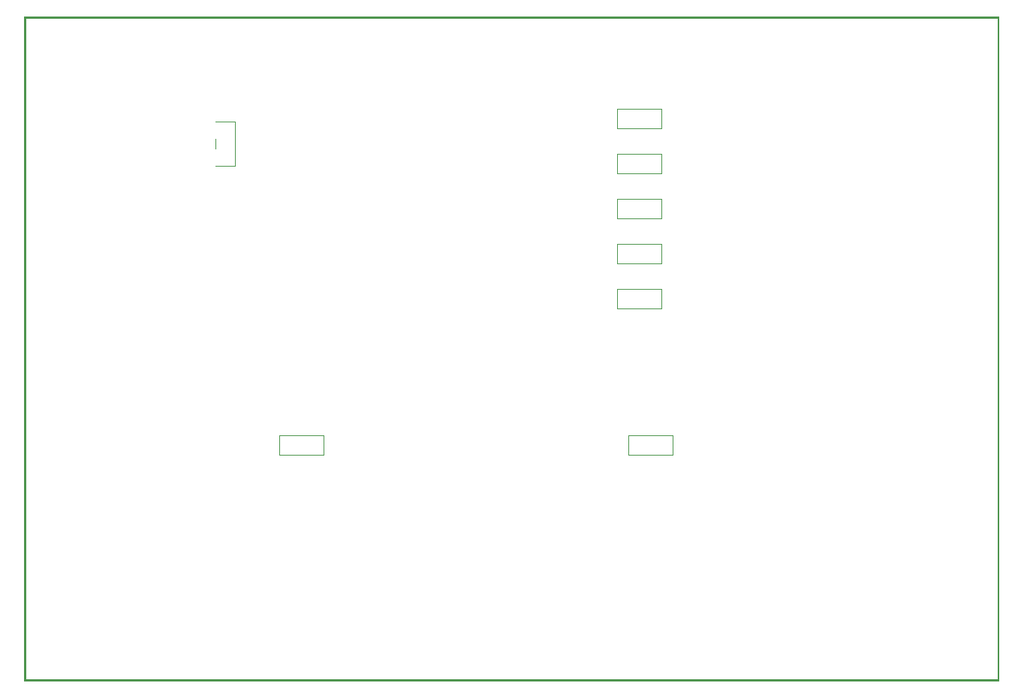
<source format=gbo>
G04 MADE WITH FRITZING*
G04 WWW.FRITZING.ORG*
G04 SINGLE SIDED*
G04 HOLES NOT PLATED*
G04 CONTOUR ON CENTER OF CONTOUR VECTOR*
%ASAXBY*%
%FSLAX23Y23*%
%MOIN*%
%OFA0B0*%
%SFA1.0B1.0*%
%ADD10R,0.001000X0.001000*%
%LNSILK0*%
G90*
G70*
G54D10*
X0Y2953D02*
X4329Y2953D01*
X0Y2952D02*
X4329Y2952D01*
X0Y2951D02*
X4329Y2951D01*
X0Y2950D02*
X4329Y2950D01*
X0Y2949D02*
X4329Y2949D01*
X0Y2948D02*
X4329Y2948D01*
X0Y2947D02*
X4329Y2947D01*
X0Y2946D02*
X4329Y2946D01*
X0Y2945D02*
X7Y2945D01*
X4322Y2945D02*
X4329Y2945D01*
X0Y2944D02*
X7Y2944D01*
X4322Y2944D02*
X4329Y2944D01*
X0Y2943D02*
X7Y2943D01*
X4322Y2943D02*
X4329Y2943D01*
X0Y2942D02*
X7Y2942D01*
X4322Y2942D02*
X4329Y2942D01*
X0Y2941D02*
X7Y2941D01*
X4322Y2941D02*
X4329Y2941D01*
X0Y2940D02*
X7Y2940D01*
X4322Y2940D02*
X4329Y2940D01*
X0Y2939D02*
X7Y2939D01*
X4322Y2939D02*
X4329Y2939D01*
X0Y2938D02*
X7Y2938D01*
X4322Y2938D02*
X4329Y2938D01*
X0Y2937D02*
X7Y2937D01*
X4322Y2937D02*
X4329Y2937D01*
X0Y2936D02*
X7Y2936D01*
X4322Y2936D02*
X4329Y2936D01*
X0Y2935D02*
X7Y2935D01*
X4322Y2935D02*
X4329Y2935D01*
X0Y2934D02*
X7Y2934D01*
X4322Y2934D02*
X4329Y2934D01*
X0Y2933D02*
X7Y2933D01*
X4322Y2933D02*
X4329Y2933D01*
X0Y2932D02*
X7Y2932D01*
X4322Y2932D02*
X4329Y2932D01*
X0Y2931D02*
X7Y2931D01*
X4322Y2931D02*
X4329Y2931D01*
X0Y2930D02*
X7Y2930D01*
X4322Y2930D02*
X4329Y2930D01*
X0Y2929D02*
X7Y2929D01*
X4322Y2929D02*
X4329Y2929D01*
X0Y2928D02*
X7Y2928D01*
X4322Y2928D02*
X4329Y2928D01*
X0Y2927D02*
X7Y2927D01*
X4322Y2927D02*
X4329Y2927D01*
X0Y2926D02*
X7Y2926D01*
X4322Y2926D02*
X4329Y2926D01*
X0Y2925D02*
X7Y2925D01*
X4322Y2925D02*
X4329Y2925D01*
X0Y2924D02*
X7Y2924D01*
X4322Y2924D02*
X4329Y2924D01*
X0Y2923D02*
X7Y2923D01*
X4322Y2923D02*
X4329Y2923D01*
X0Y2922D02*
X7Y2922D01*
X4322Y2922D02*
X4329Y2922D01*
X0Y2921D02*
X7Y2921D01*
X4322Y2921D02*
X4329Y2921D01*
X0Y2920D02*
X7Y2920D01*
X4322Y2920D02*
X4329Y2920D01*
X0Y2919D02*
X7Y2919D01*
X4322Y2919D02*
X4329Y2919D01*
X0Y2918D02*
X7Y2918D01*
X4322Y2918D02*
X4329Y2918D01*
X0Y2917D02*
X7Y2917D01*
X4322Y2917D02*
X4329Y2917D01*
X0Y2916D02*
X7Y2916D01*
X4322Y2916D02*
X4329Y2916D01*
X0Y2915D02*
X7Y2915D01*
X4322Y2915D02*
X4329Y2915D01*
X0Y2914D02*
X7Y2914D01*
X4322Y2914D02*
X4329Y2914D01*
X0Y2913D02*
X7Y2913D01*
X4322Y2913D02*
X4329Y2913D01*
X0Y2912D02*
X7Y2912D01*
X4322Y2912D02*
X4329Y2912D01*
X0Y2911D02*
X7Y2911D01*
X4322Y2911D02*
X4329Y2911D01*
X0Y2910D02*
X7Y2910D01*
X4322Y2910D02*
X4329Y2910D01*
X0Y2909D02*
X7Y2909D01*
X4322Y2909D02*
X4329Y2909D01*
X0Y2908D02*
X7Y2908D01*
X4322Y2908D02*
X4329Y2908D01*
X0Y2907D02*
X7Y2907D01*
X4322Y2907D02*
X4329Y2907D01*
X0Y2906D02*
X7Y2906D01*
X4322Y2906D02*
X4329Y2906D01*
X0Y2905D02*
X7Y2905D01*
X4322Y2905D02*
X4329Y2905D01*
X0Y2904D02*
X7Y2904D01*
X4322Y2904D02*
X4329Y2904D01*
X0Y2903D02*
X7Y2903D01*
X4322Y2903D02*
X4329Y2903D01*
X0Y2902D02*
X7Y2902D01*
X4322Y2902D02*
X4329Y2902D01*
X0Y2901D02*
X7Y2901D01*
X4322Y2901D02*
X4329Y2901D01*
X0Y2900D02*
X7Y2900D01*
X4322Y2900D02*
X4329Y2900D01*
X0Y2899D02*
X7Y2899D01*
X4322Y2899D02*
X4329Y2899D01*
X0Y2898D02*
X7Y2898D01*
X4322Y2898D02*
X4329Y2898D01*
X0Y2897D02*
X7Y2897D01*
X4322Y2897D02*
X4329Y2897D01*
X0Y2896D02*
X7Y2896D01*
X4322Y2896D02*
X4329Y2896D01*
X0Y2895D02*
X7Y2895D01*
X4322Y2895D02*
X4329Y2895D01*
X0Y2894D02*
X7Y2894D01*
X4322Y2894D02*
X4329Y2894D01*
X0Y2893D02*
X7Y2893D01*
X4322Y2893D02*
X4329Y2893D01*
X0Y2892D02*
X7Y2892D01*
X4322Y2892D02*
X4329Y2892D01*
X0Y2891D02*
X7Y2891D01*
X4322Y2891D02*
X4329Y2891D01*
X0Y2890D02*
X7Y2890D01*
X4322Y2890D02*
X4329Y2890D01*
X0Y2889D02*
X7Y2889D01*
X4322Y2889D02*
X4329Y2889D01*
X0Y2888D02*
X7Y2888D01*
X4322Y2888D02*
X4329Y2888D01*
X0Y2887D02*
X7Y2887D01*
X4322Y2887D02*
X4329Y2887D01*
X0Y2886D02*
X7Y2886D01*
X4322Y2886D02*
X4329Y2886D01*
X0Y2885D02*
X7Y2885D01*
X4322Y2885D02*
X4329Y2885D01*
X0Y2884D02*
X7Y2884D01*
X4322Y2884D02*
X4329Y2884D01*
X0Y2883D02*
X7Y2883D01*
X4322Y2883D02*
X4329Y2883D01*
X0Y2882D02*
X7Y2882D01*
X4322Y2882D02*
X4329Y2882D01*
X0Y2881D02*
X7Y2881D01*
X4322Y2881D02*
X4329Y2881D01*
X0Y2880D02*
X7Y2880D01*
X4322Y2880D02*
X4329Y2880D01*
X0Y2879D02*
X7Y2879D01*
X4322Y2879D02*
X4329Y2879D01*
X0Y2878D02*
X7Y2878D01*
X4322Y2878D02*
X4329Y2878D01*
X0Y2877D02*
X7Y2877D01*
X4322Y2877D02*
X4329Y2877D01*
X0Y2876D02*
X7Y2876D01*
X4322Y2876D02*
X4329Y2876D01*
X0Y2875D02*
X7Y2875D01*
X4322Y2875D02*
X4329Y2875D01*
X0Y2874D02*
X7Y2874D01*
X4322Y2874D02*
X4329Y2874D01*
X0Y2873D02*
X7Y2873D01*
X4322Y2873D02*
X4329Y2873D01*
X0Y2872D02*
X7Y2872D01*
X4322Y2872D02*
X4329Y2872D01*
X0Y2871D02*
X7Y2871D01*
X4322Y2871D02*
X4329Y2871D01*
X0Y2870D02*
X7Y2870D01*
X4322Y2870D02*
X4329Y2870D01*
X0Y2869D02*
X7Y2869D01*
X4322Y2869D02*
X4329Y2869D01*
X0Y2868D02*
X7Y2868D01*
X4322Y2868D02*
X4329Y2868D01*
X0Y2867D02*
X7Y2867D01*
X4322Y2867D02*
X4329Y2867D01*
X0Y2866D02*
X7Y2866D01*
X4322Y2866D02*
X4329Y2866D01*
X0Y2865D02*
X7Y2865D01*
X4322Y2865D02*
X4329Y2865D01*
X0Y2864D02*
X7Y2864D01*
X4322Y2864D02*
X4329Y2864D01*
X0Y2863D02*
X7Y2863D01*
X4322Y2863D02*
X4329Y2863D01*
X0Y2862D02*
X7Y2862D01*
X4322Y2862D02*
X4329Y2862D01*
X0Y2861D02*
X7Y2861D01*
X4322Y2861D02*
X4329Y2861D01*
X0Y2860D02*
X7Y2860D01*
X4322Y2860D02*
X4329Y2860D01*
X0Y2859D02*
X7Y2859D01*
X4322Y2859D02*
X4329Y2859D01*
X0Y2858D02*
X7Y2858D01*
X4322Y2858D02*
X4329Y2858D01*
X0Y2857D02*
X7Y2857D01*
X4322Y2857D02*
X4329Y2857D01*
X0Y2856D02*
X7Y2856D01*
X4322Y2856D02*
X4329Y2856D01*
X0Y2855D02*
X7Y2855D01*
X4322Y2855D02*
X4329Y2855D01*
X0Y2854D02*
X7Y2854D01*
X4322Y2854D02*
X4329Y2854D01*
X0Y2853D02*
X7Y2853D01*
X4322Y2853D02*
X4329Y2853D01*
X0Y2852D02*
X7Y2852D01*
X4322Y2852D02*
X4329Y2852D01*
X0Y2851D02*
X7Y2851D01*
X4322Y2851D02*
X4329Y2851D01*
X0Y2850D02*
X7Y2850D01*
X4322Y2850D02*
X4329Y2850D01*
X0Y2849D02*
X7Y2849D01*
X4322Y2849D02*
X4329Y2849D01*
X0Y2848D02*
X7Y2848D01*
X4322Y2848D02*
X4329Y2848D01*
X0Y2847D02*
X7Y2847D01*
X4322Y2847D02*
X4329Y2847D01*
X0Y2846D02*
X7Y2846D01*
X4322Y2846D02*
X4329Y2846D01*
X0Y2845D02*
X7Y2845D01*
X4322Y2845D02*
X4329Y2845D01*
X0Y2844D02*
X7Y2844D01*
X4322Y2844D02*
X4329Y2844D01*
X0Y2843D02*
X7Y2843D01*
X4322Y2843D02*
X4329Y2843D01*
X0Y2842D02*
X7Y2842D01*
X4322Y2842D02*
X4329Y2842D01*
X0Y2841D02*
X7Y2841D01*
X4322Y2841D02*
X4329Y2841D01*
X0Y2840D02*
X7Y2840D01*
X4322Y2840D02*
X4329Y2840D01*
X0Y2839D02*
X7Y2839D01*
X4322Y2839D02*
X4329Y2839D01*
X0Y2838D02*
X7Y2838D01*
X4322Y2838D02*
X4329Y2838D01*
X0Y2837D02*
X7Y2837D01*
X4322Y2837D02*
X4329Y2837D01*
X0Y2836D02*
X7Y2836D01*
X4322Y2836D02*
X4329Y2836D01*
X0Y2835D02*
X7Y2835D01*
X4322Y2835D02*
X4329Y2835D01*
X0Y2834D02*
X7Y2834D01*
X4322Y2834D02*
X4329Y2834D01*
X0Y2833D02*
X7Y2833D01*
X4322Y2833D02*
X4329Y2833D01*
X0Y2832D02*
X7Y2832D01*
X4322Y2832D02*
X4329Y2832D01*
X0Y2831D02*
X7Y2831D01*
X4322Y2831D02*
X4329Y2831D01*
X0Y2830D02*
X7Y2830D01*
X4322Y2830D02*
X4329Y2830D01*
X0Y2829D02*
X7Y2829D01*
X4322Y2829D02*
X4329Y2829D01*
X0Y2828D02*
X7Y2828D01*
X4322Y2828D02*
X4329Y2828D01*
X0Y2827D02*
X7Y2827D01*
X4322Y2827D02*
X4329Y2827D01*
X0Y2826D02*
X7Y2826D01*
X4322Y2826D02*
X4329Y2826D01*
X0Y2825D02*
X7Y2825D01*
X4322Y2825D02*
X4329Y2825D01*
X0Y2824D02*
X7Y2824D01*
X4322Y2824D02*
X4329Y2824D01*
X0Y2823D02*
X7Y2823D01*
X4322Y2823D02*
X4329Y2823D01*
X0Y2822D02*
X7Y2822D01*
X4322Y2822D02*
X4329Y2822D01*
X0Y2821D02*
X7Y2821D01*
X4322Y2821D02*
X4329Y2821D01*
X0Y2820D02*
X7Y2820D01*
X4322Y2820D02*
X4329Y2820D01*
X0Y2819D02*
X7Y2819D01*
X4322Y2819D02*
X4329Y2819D01*
X0Y2818D02*
X7Y2818D01*
X4322Y2818D02*
X4329Y2818D01*
X0Y2817D02*
X7Y2817D01*
X4322Y2817D02*
X4329Y2817D01*
X0Y2816D02*
X7Y2816D01*
X4322Y2816D02*
X4329Y2816D01*
X0Y2815D02*
X7Y2815D01*
X4322Y2815D02*
X4329Y2815D01*
X0Y2814D02*
X7Y2814D01*
X4322Y2814D02*
X4329Y2814D01*
X0Y2813D02*
X7Y2813D01*
X4322Y2813D02*
X4329Y2813D01*
X0Y2812D02*
X7Y2812D01*
X4322Y2812D02*
X4329Y2812D01*
X0Y2811D02*
X7Y2811D01*
X4322Y2811D02*
X4329Y2811D01*
X0Y2810D02*
X7Y2810D01*
X4322Y2810D02*
X4329Y2810D01*
X0Y2809D02*
X7Y2809D01*
X4322Y2809D02*
X4329Y2809D01*
X0Y2808D02*
X7Y2808D01*
X4322Y2808D02*
X4329Y2808D01*
X0Y2807D02*
X7Y2807D01*
X4322Y2807D02*
X4329Y2807D01*
X0Y2806D02*
X7Y2806D01*
X4322Y2806D02*
X4329Y2806D01*
X0Y2805D02*
X7Y2805D01*
X4322Y2805D02*
X4329Y2805D01*
X0Y2804D02*
X7Y2804D01*
X4322Y2804D02*
X4329Y2804D01*
X0Y2803D02*
X7Y2803D01*
X4322Y2803D02*
X4329Y2803D01*
X0Y2802D02*
X7Y2802D01*
X4322Y2802D02*
X4329Y2802D01*
X0Y2801D02*
X7Y2801D01*
X4322Y2801D02*
X4329Y2801D01*
X0Y2800D02*
X7Y2800D01*
X4322Y2800D02*
X4329Y2800D01*
X0Y2799D02*
X7Y2799D01*
X4322Y2799D02*
X4329Y2799D01*
X0Y2798D02*
X7Y2798D01*
X4322Y2798D02*
X4329Y2798D01*
X0Y2797D02*
X7Y2797D01*
X4322Y2797D02*
X4329Y2797D01*
X0Y2796D02*
X7Y2796D01*
X4322Y2796D02*
X4329Y2796D01*
X0Y2795D02*
X7Y2795D01*
X4322Y2795D02*
X4329Y2795D01*
X0Y2794D02*
X7Y2794D01*
X4322Y2794D02*
X4329Y2794D01*
X0Y2793D02*
X7Y2793D01*
X4322Y2793D02*
X4329Y2793D01*
X0Y2792D02*
X7Y2792D01*
X4322Y2792D02*
X4329Y2792D01*
X0Y2791D02*
X7Y2791D01*
X4322Y2791D02*
X4329Y2791D01*
X0Y2790D02*
X7Y2790D01*
X4322Y2790D02*
X4329Y2790D01*
X0Y2789D02*
X7Y2789D01*
X4322Y2789D02*
X4329Y2789D01*
X0Y2788D02*
X7Y2788D01*
X4322Y2788D02*
X4329Y2788D01*
X0Y2787D02*
X7Y2787D01*
X4322Y2787D02*
X4329Y2787D01*
X0Y2786D02*
X7Y2786D01*
X4322Y2786D02*
X4329Y2786D01*
X0Y2785D02*
X7Y2785D01*
X4322Y2785D02*
X4329Y2785D01*
X0Y2784D02*
X7Y2784D01*
X4322Y2784D02*
X4329Y2784D01*
X0Y2783D02*
X7Y2783D01*
X4322Y2783D02*
X4329Y2783D01*
X0Y2782D02*
X7Y2782D01*
X4322Y2782D02*
X4329Y2782D01*
X0Y2781D02*
X7Y2781D01*
X4322Y2781D02*
X4329Y2781D01*
X0Y2780D02*
X7Y2780D01*
X4322Y2780D02*
X4329Y2780D01*
X0Y2779D02*
X7Y2779D01*
X4322Y2779D02*
X4329Y2779D01*
X0Y2778D02*
X7Y2778D01*
X4322Y2778D02*
X4329Y2778D01*
X0Y2777D02*
X7Y2777D01*
X4322Y2777D02*
X4329Y2777D01*
X0Y2776D02*
X7Y2776D01*
X4322Y2776D02*
X4329Y2776D01*
X0Y2775D02*
X7Y2775D01*
X4322Y2775D02*
X4329Y2775D01*
X0Y2774D02*
X7Y2774D01*
X4322Y2774D02*
X4329Y2774D01*
X0Y2773D02*
X7Y2773D01*
X4322Y2773D02*
X4329Y2773D01*
X0Y2772D02*
X7Y2772D01*
X4322Y2772D02*
X4329Y2772D01*
X0Y2771D02*
X7Y2771D01*
X4322Y2771D02*
X4329Y2771D01*
X0Y2770D02*
X7Y2770D01*
X4322Y2770D02*
X4329Y2770D01*
X0Y2769D02*
X7Y2769D01*
X4322Y2769D02*
X4329Y2769D01*
X0Y2768D02*
X7Y2768D01*
X4322Y2768D02*
X4329Y2768D01*
X0Y2767D02*
X7Y2767D01*
X4322Y2767D02*
X4329Y2767D01*
X0Y2766D02*
X7Y2766D01*
X4322Y2766D02*
X4329Y2766D01*
X0Y2765D02*
X7Y2765D01*
X4322Y2765D02*
X4329Y2765D01*
X0Y2764D02*
X7Y2764D01*
X4322Y2764D02*
X4329Y2764D01*
X0Y2763D02*
X7Y2763D01*
X4322Y2763D02*
X4329Y2763D01*
X0Y2762D02*
X7Y2762D01*
X4322Y2762D02*
X4329Y2762D01*
X0Y2761D02*
X7Y2761D01*
X4322Y2761D02*
X4329Y2761D01*
X0Y2760D02*
X7Y2760D01*
X4322Y2760D02*
X4329Y2760D01*
X0Y2759D02*
X7Y2759D01*
X4322Y2759D02*
X4329Y2759D01*
X0Y2758D02*
X7Y2758D01*
X4322Y2758D02*
X4329Y2758D01*
X0Y2757D02*
X7Y2757D01*
X4322Y2757D02*
X4329Y2757D01*
X0Y2756D02*
X7Y2756D01*
X4322Y2756D02*
X4329Y2756D01*
X0Y2755D02*
X7Y2755D01*
X4322Y2755D02*
X4329Y2755D01*
X0Y2754D02*
X7Y2754D01*
X4322Y2754D02*
X4329Y2754D01*
X0Y2753D02*
X7Y2753D01*
X4322Y2753D02*
X4329Y2753D01*
X0Y2752D02*
X7Y2752D01*
X4322Y2752D02*
X4329Y2752D01*
X0Y2751D02*
X7Y2751D01*
X4322Y2751D02*
X4329Y2751D01*
X0Y2750D02*
X7Y2750D01*
X4322Y2750D02*
X4329Y2750D01*
X0Y2749D02*
X7Y2749D01*
X4322Y2749D02*
X4329Y2749D01*
X0Y2748D02*
X7Y2748D01*
X4322Y2748D02*
X4329Y2748D01*
X0Y2747D02*
X7Y2747D01*
X4322Y2747D02*
X4329Y2747D01*
X0Y2746D02*
X7Y2746D01*
X4322Y2746D02*
X4329Y2746D01*
X0Y2745D02*
X7Y2745D01*
X4322Y2745D02*
X4329Y2745D01*
X0Y2744D02*
X7Y2744D01*
X4322Y2744D02*
X4329Y2744D01*
X0Y2743D02*
X7Y2743D01*
X4322Y2743D02*
X4329Y2743D01*
X0Y2742D02*
X7Y2742D01*
X4322Y2742D02*
X4329Y2742D01*
X0Y2741D02*
X7Y2741D01*
X4322Y2741D02*
X4329Y2741D01*
X0Y2740D02*
X7Y2740D01*
X4322Y2740D02*
X4329Y2740D01*
X0Y2739D02*
X7Y2739D01*
X4322Y2739D02*
X4329Y2739D01*
X0Y2738D02*
X7Y2738D01*
X4322Y2738D02*
X4329Y2738D01*
X0Y2737D02*
X7Y2737D01*
X4322Y2737D02*
X4329Y2737D01*
X0Y2736D02*
X7Y2736D01*
X4322Y2736D02*
X4329Y2736D01*
X0Y2735D02*
X7Y2735D01*
X4322Y2735D02*
X4329Y2735D01*
X0Y2734D02*
X7Y2734D01*
X4322Y2734D02*
X4329Y2734D01*
X0Y2733D02*
X7Y2733D01*
X4322Y2733D02*
X4329Y2733D01*
X0Y2732D02*
X7Y2732D01*
X4322Y2732D02*
X4329Y2732D01*
X0Y2731D02*
X7Y2731D01*
X4322Y2731D02*
X4329Y2731D01*
X0Y2730D02*
X7Y2730D01*
X4322Y2730D02*
X4329Y2730D01*
X0Y2729D02*
X7Y2729D01*
X4322Y2729D02*
X4329Y2729D01*
X0Y2728D02*
X7Y2728D01*
X4322Y2728D02*
X4329Y2728D01*
X0Y2727D02*
X7Y2727D01*
X4322Y2727D02*
X4329Y2727D01*
X0Y2726D02*
X7Y2726D01*
X4322Y2726D02*
X4329Y2726D01*
X0Y2725D02*
X7Y2725D01*
X4322Y2725D02*
X4329Y2725D01*
X0Y2724D02*
X7Y2724D01*
X4322Y2724D02*
X4329Y2724D01*
X0Y2723D02*
X7Y2723D01*
X4322Y2723D02*
X4329Y2723D01*
X0Y2722D02*
X7Y2722D01*
X4322Y2722D02*
X4329Y2722D01*
X0Y2721D02*
X7Y2721D01*
X4322Y2721D02*
X4329Y2721D01*
X0Y2720D02*
X7Y2720D01*
X4322Y2720D02*
X4329Y2720D01*
X0Y2719D02*
X7Y2719D01*
X4322Y2719D02*
X4329Y2719D01*
X0Y2718D02*
X7Y2718D01*
X4322Y2718D02*
X4329Y2718D01*
X0Y2717D02*
X7Y2717D01*
X4322Y2717D02*
X4329Y2717D01*
X0Y2716D02*
X7Y2716D01*
X4322Y2716D02*
X4329Y2716D01*
X0Y2715D02*
X7Y2715D01*
X4322Y2715D02*
X4329Y2715D01*
X0Y2714D02*
X7Y2714D01*
X4322Y2714D02*
X4329Y2714D01*
X0Y2713D02*
X7Y2713D01*
X4322Y2713D02*
X4329Y2713D01*
X0Y2712D02*
X7Y2712D01*
X4322Y2712D02*
X4329Y2712D01*
X0Y2711D02*
X7Y2711D01*
X4322Y2711D02*
X4329Y2711D01*
X0Y2710D02*
X7Y2710D01*
X4322Y2710D02*
X4329Y2710D01*
X0Y2709D02*
X7Y2709D01*
X4322Y2709D02*
X4329Y2709D01*
X0Y2708D02*
X7Y2708D01*
X4322Y2708D02*
X4329Y2708D01*
X0Y2707D02*
X7Y2707D01*
X4322Y2707D02*
X4329Y2707D01*
X0Y2706D02*
X7Y2706D01*
X4322Y2706D02*
X4329Y2706D01*
X0Y2705D02*
X7Y2705D01*
X4322Y2705D02*
X4329Y2705D01*
X0Y2704D02*
X7Y2704D01*
X4322Y2704D02*
X4329Y2704D01*
X0Y2703D02*
X7Y2703D01*
X4322Y2703D02*
X4329Y2703D01*
X0Y2702D02*
X7Y2702D01*
X4322Y2702D02*
X4329Y2702D01*
X0Y2701D02*
X7Y2701D01*
X4322Y2701D02*
X4329Y2701D01*
X0Y2700D02*
X7Y2700D01*
X4322Y2700D02*
X4329Y2700D01*
X0Y2699D02*
X7Y2699D01*
X4322Y2699D02*
X4329Y2699D01*
X0Y2698D02*
X7Y2698D01*
X4322Y2698D02*
X4329Y2698D01*
X0Y2697D02*
X7Y2697D01*
X4322Y2697D02*
X4329Y2697D01*
X0Y2696D02*
X7Y2696D01*
X4322Y2696D02*
X4329Y2696D01*
X0Y2695D02*
X7Y2695D01*
X4322Y2695D02*
X4329Y2695D01*
X0Y2694D02*
X7Y2694D01*
X4322Y2694D02*
X4329Y2694D01*
X0Y2693D02*
X7Y2693D01*
X4322Y2693D02*
X4329Y2693D01*
X0Y2692D02*
X7Y2692D01*
X4322Y2692D02*
X4329Y2692D01*
X0Y2691D02*
X7Y2691D01*
X4322Y2691D02*
X4329Y2691D01*
X0Y2690D02*
X7Y2690D01*
X4322Y2690D02*
X4329Y2690D01*
X0Y2689D02*
X7Y2689D01*
X4322Y2689D02*
X4329Y2689D01*
X0Y2688D02*
X7Y2688D01*
X4322Y2688D02*
X4329Y2688D01*
X0Y2687D02*
X7Y2687D01*
X4322Y2687D02*
X4329Y2687D01*
X0Y2686D02*
X7Y2686D01*
X4322Y2686D02*
X4329Y2686D01*
X0Y2685D02*
X7Y2685D01*
X4322Y2685D02*
X4329Y2685D01*
X0Y2684D02*
X7Y2684D01*
X4322Y2684D02*
X4329Y2684D01*
X0Y2683D02*
X7Y2683D01*
X4322Y2683D02*
X4329Y2683D01*
X0Y2682D02*
X7Y2682D01*
X4322Y2682D02*
X4329Y2682D01*
X0Y2681D02*
X7Y2681D01*
X4322Y2681D02*
X4329Y2681D01*
X0Y2680D02*
X7Y2680D01*
X4322Y2680D02*
X4329Y2680D01*
X0Y2679D02*
X7Y2679D01*
X4322Y2679D02*
X4329Y2679D01*
X0Y2678D02*
X7Y2678D01*
X4322Y2678D02*
X4329Y2678D01*
X0Y2677D02*
X7Y2677D01*
X4322Y2677D02*
X4329Y2677D01*
X0Y2676D02*
X7Y2676D01*
X4322Y2676D02*
X4329Y2676D01*
X0Y2675D02*
X7Y2675D01*
X4322Y2675D02*
X4329Y2675D01*
X0Y2674D02*
X7Y2674D01*
X4322Y2674D02*
X4329Y2674D01*
X0Y2673D02*
X7Y2673D01*
X4322Y2673D02*
X4329Y2673D01*
X0Y2672D02*
X7Y2672D01*
X4322Y2672D02*
X4329Y2672D01*
X0Y2671D02*
X7Y2671D01*
X4322Y2671D02*
X4329Y2671D01*
X0Y2670D02*
X7Y2670D01*
X4322Y2670D02*
X4329Y2670D01*
X0Y2669D02*
X7Y2669D01*
X4322Y2669D02*
X4329Y2669D01*
X0Y2668D02*
X7Y2668D01*
X4322Y2668D02*
X4329Y2668D01*
X0Y2667D02*
X7Y2667D01*
X4322Y2667D02*
X4329Y2667D01*
X0Y2666D02*
X7Y2666D01*
X4322Y2666D02*
X4329Y2666D01*
X0Y2665D02*
X7Y2665D01*
X4322Y2665D02*
X4329Y2665D01*
X0Y2664D02*
X7Y2664D01*
X4322Y2664D02*
X4329Y2664D01*
X0Y2663D02*
X7Y2663D01*
X4322Y2663D02*
X4329Y2663D01*
X0Y2662D02*
X7Y2662D01*
X4322Y2662D02*
X4329Y2662D01*
X0Y2661D02*
X7Y2661D01*
X4322Y2661D02*
X4329Y2661D01*
X0Y2660D02*
X7Y2660D01*
X4322Y2660D02*
X4329Y2660D01*
X0Y2659D02*
X7Y2659D01*
X4322Y2659D02*
X4329Y2659D01*
X0Y2658D02*
X7Y2658D01*
X4322Y2658D02*
X4329Y2658D01*
X0Y2657D02*
X7Y2657D01*
X4322Y2657D02*
X4329Y2657D01*
X0Y2656D02*
X7Y2656D01*
X4322Y2656D02*
X4329Y2656D01*
X0Y2655D02*
X7Y2655D01*
X4322Y2655D02*
X4329Y2655D01*
X0Y2654D02*
X7Y2654D01*
X4322Y2654D02*
X4329Y2654D01*
X0Y2653D02*
X7Y2653D01*
X4322Y2653D02*
X4329Y2653D01*
X0Y2652D02*
X7Y2652D01*
X4322Y2652D02*
X4329Y2652D01*
X0Y2651D02*
X7Y2651D01*
X4322Y2651D02*
X4329Y2651D01*
X0Y2650D02*
X7Y2650D01*
X4322Y2650D02*
X4329Y2650D01*
X0Y2649D02*
X7Y2649D01*
X4322Y2649D02*
X4329Y2649D01*
X0Y2648D02*
X7Y2648D01*
X4322Y2648D02*
X4329Y2648D01*
X0Y2647D02*
X7Y2647D01*
X4322Y2647D02*
X4329Y2647D01*
X0Y2646D02*
X7Y2646D01*
X4322Y2646D02*
X4329Y2646D01*
X0Y2645D02*
X7Y2645D01*
X4322Y2645D02*
X4329Y2645D01*
X0Y2644D02*
X7Y2644D01*
X4322Y2644D02*
X4329Y2644D01*
X0Y2643D02*
X7Y2643D01*
X4322Y2643D02*
X4329Y2643D01*
X0Y2642D02*
X7Y2642D01*
X4322Y2642D02*
X4329Y2642D01*
X0Y2641D02*
X7Y2641D01*
X4322Y2641D02*
X4329Y2641D01*
X0Y2640D02*
X7Y2640D01*
X4322Y2640D02*
X4329Y2640D01*
X0Y2639D02*
X7Y2639D01*
X4322Y2639D02*
X4329Y2639D01*
X0Y2638D02*
X7Y2638D01*
X4322Y2638D02*
X4329Y2638D01*
X0Y2637D02*
X7Y2637D01*
X4322Y2637D02*
X4329Y2637D01*
X0Y2636D02*
X7Y2636D01*
X4322Y2636D02*
X4329Y2636D01*
X0Y2635D02*
X7Y2635D01*
X4322Y2635D02*
X4329Y2635D01*
X0Y2634D02*
X7Y2634D01*
X4322Y2634D02*
X4329Y2634D01*
X0Y2633D02*
X7Y2633D01*
X4322Y2633D02*
X4329Y2633D01*
X0Y2632D02*
X7Y2632D01*
X4322Y2632D02*
X4329Y2632D01*
X0Y2631D02*
X7Y2631D01*
X4322Y2631D02*
X4329Y2631D01*
X0Y2630D02*
X7Y2630D01*
X4322Y2630D02*
X4329Y2630D01*
X0Y2629D02*
X7Y2629D01*
X4322Y2629D02*
X4329Y2629D01*
X0Y2628D02*
X7Y2628D01*
X4322Y2628D02*
X4329Y2628D01*
X0Y2627D02*
X7Y2627D01*
X4322Y2627D02*
X4329Y2627D01*
X0Y2626D02*
X7Y2626D01*
X4322Y2626D02*
X4329Y2626D01*
X0Y2625D02*
X7Y2625D01*
X4322Y2625D02*
X4329Y2625D01*
X0Y2624D02*
X7Y2624D01*
X4322Y2624D02*
X4329Y2624D01*
X0Y2623D02*
X7Y2623D01*
X4322Y2623D02*
X4329Y2623D01*
X0Y2622D02*
X7Y2622D01*
X4322Y2622D02*
X4329Y2622D01*
X0Y2621D02*
X7Y2621D01*
X4322Y2621D02*
X4329Y2621D01*
X0Y2620D02*
X7Y2620D01*
X4322Y2620D02*
X4329Y2620D01*
X0Y2619D02*
X7Y2619D01*
X4322Y2619D02*
X4329Y2619D01*
X0Y2618D02*
X7Y2618D01*
X4322Y2618D02*
X4329Y2618D01*
X0Y2617D02*
X7Y2617D01*
X4322Y2617D02*
X4329Y2617D01*
X0Y2616D02*
X7Y2616D01*
X4322Y2616D02*
X4329Y2616D01*
X0Y2615D02*
X7Y2615D01*
X4322Y2615D02*
X4329Y2615D01*
X0Y2614D02*
X7Y2614D01*
X4322Y2614D02*
X4329Y2614D01*
X0Y2613D02*
X7Y2613D01*
X4322Y2613D02*
X4329Y2613D01*
X0Y2612D02*
X7Y2612D01*
X4322Y2612D02*
X4329Y2612D01*
X0Y2611D02*
X7Y2611D01*
X4322Y2611D02*
X4329Y2611D01*
X0Y2610D02*
X7Y2610D01*
X4322Y2610D02*
X4329Y2610D01*
X0Y2609D02*
X7Y2609D01*
X4322Y2609D02*
X4329Y2609D01*
X0Y2608D02*
X7Y2608D01*
X4322Y2608D02*
X4329Y2608D01*
X0Y2607D02*
X7Y2607D01*
X4322Y2607D02*
X4329Y2607D01*
X0Y2606D02*
X7Y2606D01*
X4322Y2606D02*
X4329Y2606D01*
X0Y2605D02*
X7Y2605D01*
X4322Y2605D02*
X4329Y2605D01*
X0Y2604D02*
X7Y2604D01*
X4322Y2604D02*
X4329Y2604D01*
X0Y2603D02*
X7Y2603D01*
X4322Y2603D02*
X4329Y2603D01*
X0Y2602D02*
X7Y2602D01*
X4322Y2602D02*
X4329Y2602D01*
X0Y2601D02*
X7Y2601D01*
X4322Y2601D02*
X4329Y2601D01*
X0Y2600D02*
X7Y2600D01*
X4322Y2600D02*
X4329Y2600D01*
X0Y2599D02*
X7Y2599D01*
X4322Y2599D02*
X4329Y2599D01*
X0Y2598D02*
X7Y2598D01*
X4322Y2598D02*
X4329Y2598D01*
X0Y2597D02*
X7Y2597D01*
X4322Y2597D02*
X4329Y2597D01*
X0Y2596D02*
X7Y2596D01*
X4322Y2596D02*
X4329Y2596D01*
X0Y2595D02*
X7Y2595D01*
X4322Y2595D02*
X4329Y2595D01*
X0Y2594D02*
X7Y2594D01*
X4322Y2594D02*
X4329Y2594D01*
X0Y2593D02*
X7Y2593D01*
X4322Y2593D02*
X4329Y2593D01*
X0Y2592D02*
X7Y2592D01*
X4322Y2592D02*
X4329Y2592D01*
X0Y2591D02*
X7Y2591D01*
X4322Y2591D02*
X4329Y2591D01*
X0Y2590D02*
X7Y2590D01*
X4322Y2590D02*
X4329Y2590D01*
X0Y2589D02*
X7Y2589D01*
X4322Y2589D02*
X4329Y2589D01*
X0Y2588D02*
X7Y2588D01*
X4322Y2588D02*
X4329Y2588D01*
X0Y2587D02*
X7Y2587D01*
X4322Y2587D02*
X4329Y2587D01*
X0Y2586D02*
X7Y2586D01*
X4322Y2586D02*
X4329Y2586D01*
X0Y2585D02*
X7Y2585D01*
X4322Y2585D02*
X4329Y2585D01*
X0Y2584D02*
X7Y2584D01*
X4322Y2584D02*
X4329Y2584D01*
X0Y2583D02*
X7Y2583D01*
X4322Y2583D02*
X4329Y2583D01*
X0Y2582D02*
X7Y2582D01*
X4322Y2582D02*
X4329Y2582D01*
X0Y2581D02*
X7Y2581D01*
X4322Y2581D02*
X4329Y2581D01*
X0Y2580D02*
X7Y2580D01*
X4322Y2580D02*
X4329Y2580D01*
X0Y2579D02*
X7Y2579D01*
X4322Y2579D02*
X4329Y2579D01*
X0Y2578D02*
X7Y2578D01*
X4322Y2578D02*
X4329Y2578D01*
X0Y2577D02*
X7Y2577D01*
X4322Y2577D02*
X4329Y2577D01*
X0Y2576D02*
X7Y2576D01*
X4322Y2576D02*
X4329Y2576D01*
X0Y2575D02*
X7Y2575D01*
X4322Y2575D02*
X4329Y2575D01*
X0Y2574D02*
X7Y2574D01*
X4322Y2574D02*
X4329Y2574D01*
X0Y2573D02*
X7Y2573D01*
X4322Y2573D02*
X4329Y2573D01*
X0Y2572D02*
X7Y2572D01*
X4322Y2572D02*
X4329Y2572D01*
X0Y2571D02*
X7Y2571D01*
X4322Y2571D02*
X4329Y2571D01*
X0Y2570D02*
X7Y2570D01*
X4322Y2570D02*
X4329Y2570D01*
X0Y2569D02*
X7Y2569D01*
X4322Y2569D02*
X4329Y2569D01*
X0Y2568D02*
X7Y2568D01*
X4322Y2568D02*
X4329Y2568D01*
X0Y2567D02*
X7Y2567D01*
X4322Y2567D02*
X4329Y2567D01*
X0Y2566D02*
X7Y2566D01*
X4322Y2566D02*
X4329Y2566D01*
X0Y2565D02*
X7Y2565D01*
X4322Y2565D02*
X4329Y2565D01*
X0Y2564D02*
X7Y2564D01*
X4322Y2564D02*
X4329Y2564D01*
X0Y2563D02*
X7Y2563D01*
X4322Y2563D02*
X4329Y2563D01*
X0Y2562D02*
X7Y2562D01*
X4322Y2562D02*
X4329Y2562D01*
X0Y2561D02*
X7Y2561D01*
X4322Y2561D02*
X4329Y2561D01*
X0Y2560D02*
X7Y2560D01*
X4322Y2560D02*
X4329Y2560D01*
X0Y2559D02*
X7Y2559D01*
X4322Y2559D02*
X4329Y2559D01*
X0Y2558D02*
X7Y2558D01*
X4322Y2558D02*
X4329Y2558D01*
X0Y2557D02*
X7Y2557D01*
X4322Y2557D02*
X4329Y2557D01*
X0Y2556D02*
X7Y2556D01*
X4322Y2556D02*
X4329Y2556D01*
X0Y2555D02*
X7Y2555D01*
X4322Y2555D02*
X4329Y2555D01*
X0Y2554D02*
X7Y2554D01*
X4322Y2554D02*
X4329Y2554D01*
X0Y2553D02*
X7Y2553D01*
X4322Y2553D02*
X4329Y2553D01*
X0Y2552D02*
X7Y2552D01*
X4322Y2552D02*
X4329Y2552D01*
X0Y2551D02*
X7Y2551D01*
X4322Y2551D02*
X4329Y2551D01*
X0Y2550D02*
X7Y2550D01*
X4322Y2550D02*
X4329Y2550D01*
X0Y2549D02*
X7Y2549D01*
X4322Y2549D02*
X4329Y2549D01*
X0Y2548D02*
X7Y2548D01*
X4322Y2548D02*
X4329Y2548D01*
X0Y2547D02*
X7Y2547D01*
X4322Y2547D02*
X4329Y2547D01*
X0Y2546D02*
X7Y2546D01*
X4322Y2546D02*
X4329Y2546D01*
X0Y2545D02*
X7Y2545D01*
X4322Y2545D02*
X4329Y2545D01*
X0Y2544D02*
X7Y2544D01*
X2632Y2544D02*
X2832Y2544D01*
X4322Y2544D02*
X4329Y2544D01*
X0Y2543D02*
X7Y2543D01*
X2632Y2543D02*
X2832Y2543D01*
X4322Y2543D02*
X4329Y2543D01*
X0Y2542D02*
X7Y2542D01*
X2632Y2542D02*
X2634Y2542D01*
X2707Y2542D02*
X2756Y2542D01*
X2829Y2542D02*
X2832Y2542D01*
X4322Y2542D02*
X4329Y2542D01*
X0Y2541D02*
X7Y2541D01*
X2632Y2541D02*
X2634Y2541D01*
X2830Y2541D02*
X2832Y2541D01*
X4322Y2541D02*
X4329Y2541D01*
X0Y2540D02*
X7Y2540D01*
X2632Y2540D02*
X2634Y2540D01*
X2830Y2540D02*
X2832Y2540D01*
X4322Y2540D02*
X4329Y2540D01*
X0Y2539D02*
X7Y2539D01*
X2632Y2539D02*
X2634Y2539D01*
X2830Y2539D02*
X2832Y2539D01*
X4322Y2539D02*
X4329Y2539D01*
X0Y2538D02*
X7Y2538D01*
X2632Y2538D02*
X2634Y2538D01*
X2830Y2538D02*
X2832Y2538D01*
X4322Y2538D02*
X4329Y2538D01*
X0Y2537D02*
X7Y2537D01*
X2632Y2537D02*
X2634Y2537D01*
X2830Y2537D02*
X2832Y2537D01*
X4322Y2537D02*
X4329Y2537D01*
X0Y2536D02*
X7Y2536D01*
X2632Y2536D02*
X2634Y2536D01*
X2830Y2536D02*
X2832Y2536D01*
X4322Y2536D02*
X4329Y2536D01*
X0Y2535D02*
X7Y2535D01*
X2632Y2535D02*
X2634Y2535D01*
X2830Y2535D02*
X2832Y2535D01*
X4322Y2535D02*
X4329Y2535D01*
X0Y2534D02*
X7Y2534D01*
X2632Y2534D02*
X2634Y2534D01*
X2830Y2534D02*
X2832Y2534D01*
X4322Y2534D02*
X4329Y2534D01*
X0Y2533D02*
X7Y2533D01*
X2632Y2533D02*
X2634Y2533D01*
X2830Y2533D02*
X2832Y2533D01*
X4322Y2533D02*
X4329Y2533D01*
X0Y2532D02*
X7Y2532D01*
X2632Y2532D02*
X2634Y2532D01*
X2830Y2532D02*
X2832Y2532D01*
X4322Y2532D02*
X4329Y2532D01*
X0Y2531D02*
X7Y2531D01*
X2632Y2531D02*
X2634Y2531D01*
X2830Y2531D02*
X2832Y2531D01*
X4322Y2531D02*
X4329Y2531D01*
X0Y2530D02*
X7Y2530D01*
X2632Y2530D02*
X2634Y2530D01*
X2830Y2530D02*
X2832Y2530D01*
X4322Y2530D02*
X4329Y2530D01*
X0Y2529D02*
X7Y2529D01*
X2632Y2529D02*
X2634Y2529D01*
X2830Y2529D02*
X2832Y2529D01*
X4322Y2529D02*
X4329Y2529D01*
X0Y2528D02*
X7Y2528D01*
X2632Y2528D02*
X2634Y2528D01*
X2830Y2528D02*
X2832Y2528D01*
X4322Y2528D02*
X4329Y2528D01*
X0Y2527D02*
X7Y2527D01*
X2632Y2527D02*
X2634Y2527D01*
X2830Y2527D02*
X2832Y2527D01*
X4322Y2527D02*
X4329Y2527D01*
X0Y2526D02*
X7Y2526D01*
X2632Y2526D02*
X2634Y2526D01*
X2830Y2526D02*
X2832Y2526D01*
X4322Y2526D02*
X4329Y2526D01*
X0Y2525D02*
X7Y2525D01*
X2632Y2525D02*
X2634Y2525D01*
X2830Y2525D02*
X2832Y2525D01*
X4322Y2525D02*
X4329Y2525D01*
X0Y2524D02*
X7Y2524D01*
X2632Y2524D02*
X2634Y2524D01*
X2830Y2524D02*
X2832Y2524D01*
X4322Y2524D02*
X4329Y2524D01*
X0Y2523D02*
X7Y2523D01*
X2632Y2523D02*
X2634Y2523D01*
X2830Y2523D02*
X2832Y2523D01*
X4322Y2523D02*
X4329Y2523D01*
X0Y2522D02*
X7Y2522D01*
X2632Y2522D02*
X2634Y2522D01*
X2830Y2522D02*
X2832Y2522D01*
X4322Y2522D02*
X4329Y2522D01*
X0Y2521D02*
X7Y2521D01*
X2632Y2521D02*
X2634Y2521D01*
X2830Y2521D02*
X2832Y2521D01*
X4322Y2521D02*
X4329Y2521D01*
X0Y2520D02*
X7Y2520D01*
X2632Y2520D02*
X2634Y2520D01*
X2830Y2520D02*
X2832Y2520D01*
X4322Y2520D02*
X4329Y2520D01*
X0Y2519D02*
X7Y2519D01*
X2632Y2519D02*
X2634Y2519D01*
X2830Y2519D02*
X2832Y2519D01*
X4322Y2519D02*
X4329Y2519D01*
X0Y2518D02*
X7Y2518D01*
X2632Y2518D02*
X2634Y2518D01*
X2830Y2518D02*
X2832Y2518D01*
X4322Y2518D02*
X4329Y2518D01*
X0Y2517D02*
X7Y2517D01*
X2632Y2517D02*
X2634Y2517D01*
X2830Y2517D02*
X2832Y2517D01*
X4322Y2517D02*
X4329Y2517D01*
X0Y2516D02*
X7Y2516D01*
X2632Y2516D02*
X2634Y2516D01*
X2830Y2516D02*
X2832Y2516D01*
X4322Y2516D02*
X4329Y2516D01*
X0Y2515D02*
X7Y2515D01*
X2632Y2515D02*
X2634Y2515D01*
X2830Y2515D02*
X2832Y2515D01*
X4322Y2515D02*
X4329Y2515D01*
X0Y2514D02*
X7Y2514D01*
X2632Y2514D02*
X2634Y2514D01*
X2830Y2514D02*
X2832Y2514D01*
X4322Y2514D02*
X4329Y2514D01*
X0Y2513D02*
X7Y2513D01*
X2632Y2513D02*
X2634Y2513D01*
X2830Y2513D02*
X2832Y2513D01*
X4322Y2513D02*
X4329Y2513D01*
X0Y2512D02*
X7Y2512D01*
X2632Y2512D02*
X2634Y2512D01*
X2830Y2512D02*
X2832Y2512D01*
X4322Y2512D02*
X4329Y2512D01*
X0Y2511D02*
X7Y2511D01*
X2632Y2511D02*
X2634Y2511D01*
X2830Y2511D02*
X2832Y2511D01*
X4322Y2511D02*
X4329Y2511D01*
X0Y2510D02*
X7Y2510D01*
X2632Y2510D02*
X2634Y2510D01*
X2830Y2510D02*
X2832Y2510D01*
X4322Y2510D02*
X4329Y2510D01*
X0Y2509D02*
X7Y2509D01*
X2632Y2509D02*
X2634Y2509D01*
X2830Y2509D02*
X2832Y2509D01*
X4322Y2509D02*
X4329Y2509D01*
X0Y2508D02*
X7Y2508D01*
X2632Y2508D02*
X2634Y2508D01*
X2830Y2508D02*
X2832Y2508D01*
X4322Y2508D02*
X4329Y2508D01*
X0Y2507D02*
X7Y2507D01*
X2632Y2507D02*
X2634Y2507D01*
X2830Y2507D02*
X2832Y2507D01*
X4322Y2507D02*
X4329Y2507D01*
X0Y2506D02*
X7Y2506D01*
X2632Y2506D02*
X2634Y2506D01*
X2830Y2506D02*
X2832Y2506D01*
X4322Y2506D02*
X4329Y2506D01*
X0Y2505D02*
X7Y2505D01*
X2632Y2505D02*
X2634Y2505D01*
X2830Y2505D02*
X2832Y2505D01*
X4322Y2505D02*
X4329Y2505D01*
X0Y2504D02*
X7Y2504D01*
X2632Y2504D02*
X2634Y2504D01*
X2830Y2504D02*
X2832Y2504D01*
X4322Y2504D02*
X4329Y2504D01*
X0Y2503D02*
X7Y2503D01*
X2632Y2503D02*
X2634Y2503D01*
X2830Y2503D02*
X2832Y2503D01*
X4322Y2503D02*
X4329Y2503D01*
X0Y2502D02*
X7Y2502D01*
X2632Y2502D02*
X2634Y2502D01*
X2830Y2502D02*
X2832Y2502D01*
X4322Y2502D02*
X4329Y2502D01*
X0Y2501D02*
X7Y2501D01*
X2632Y2501D02*
X2634Y2501D01*
X2830Y2501D02*
X2832Y2501D01*
X4322Y2501D02*
X4329Y2501D01*
X0Y2500D02*
X7Y2500D01*
X2632Y2500D02*
X2634Y2500D01*
X2830Y2500D02*
X2832Y2500D01*
X4322Y2500D02*
X4329Y2500D01*
X0Y2499D02*
X7Y2499D01*
X2632Y2499D02*
X2634Y2499D01*
X2830Y2499D02*
X2832Y2499D01*
X4322Y2499D02*
X4329Y2499D01*
X0Y2498D02*
X7Y2498D01*
X2632Y2498D02*
X2634Y2498D01*
X2830Y2498D02*
X2832Y2498D01*
X4322Y2498D02*
X4329Y2498D01*
X0Y2497D02*
X7Y2497D01*
X2632Y2497D02*
X2634Y2497D01*
X2830Y2497D02*
X2832Y2497D01*
X4322Y2497D02*
X4329Y2497D01*
X0Y2496D02*
X7Y2496D01*
X2632Y2496D02*
X2634Y2496D01*
X2830Y2496D02*
X2832Y2496D01*
X4322Y2496D02*
X4329Y2496D01*
X0Y2495D02*
X7Y2495D01*
X2632Y2495D02*
X2634Y2495D01*
X2830Y2495D02*
X2832Y2495D01*
X4322Y2495D02*
X4329Y2495D01*
X0Y2494D02*
X7Y2494D01*
X2632Y2494D02*
X2634Y2494D01*
X2830Y2494D02*
X2832Y2494D01*
X4322Y2494D02*
X4329Y2494D01*
X0Y2493D02*
X7Y2493D01*
X2632Y2493D02*
X2634Y2493D01*
X2830Y2493D02*
X2832Y2493D01*
X4322Y2493D02*
X4329Y2493D01*
X0Y2492D02*
X7Y2492D01*
X2632Y2492D02*
X2634Y2492D01*
X2830Y2492D02*
X2832Y2492D01*
X4322Y2492D02*
X4329Y2492D01*
X0Y2491D02*
X7Y2491D01*
X2632Y2491D02*
X2634Y2491D01*
X2830Y2491D02*
X2832Y2491D01*
X4322Y2491D02*
X4329Y2491D01*
X0Y2490D02*
X7Y2490D01*
X2632Y2490D02*
X2634Y2490D01*
X2830Y2490D02*
X2832Y2490D01*
X4322Y2490D02*
X4329Y2490D01*
X0Y2489D02*
X7Y2489D01*
X2632Y2489D02*
X2634Y2489D01*
X2830Y2489D02*
X2832Y2489D01*
X4322Y2489D02*
X4329Y2489D01*
X0Y2488D02*
X7Y2488D01*
X848Y2488D02*
X937Y2488D01*
X2632Y2488D02*
X2634Y2488D01*
X2830Y2488D02*
X2832Y2488D01*
X4322Y2488D02*
X4329Y2488D01*
X0Y2487D02*
X7Y2487D01*
X847Y2487D02*
X937Y2487D01*
X2632Y2487D02*
X2634Y2487D01*
X2830Y2487D02*
X2832Y2487D01*
X4322Y2487D02*
X4329Y2487D01*
X0Y2486D02*
X7Y2486D01*
X847Y2486D02*
X937Y2486D01*
X2632Y2486D02*
X2634Y2486D01*
X2830Y2486D02*
X2832Y2486D01*
X4322Y2486D02*
X4329Y2486D01*
X0Y2485D02*
X7Y2485D01*
X847Y2485D02*
X849Y2485D01*
X935Y2485D02*
X937Y2485D01*
X2632Y2485D02*
X2634Y2485D01*
X2830Y2485D02*
X2832Y2485D01*
X4322Y2485D02*
X4329Y2485D01*
X0Y2484D02*
X7Y2484D01*
X847Y2484D02*
X849Y2484D01*
X935Y2484D02*
X937Y2484D01*
X2632Y2484D02*
X2634Y2484D01*
X2830Y2484D02*
X2832Y2484D01*
X4322Y2484D02*
X4329Y2484D01*
X0Y2483D02*
X7Y2483D01*
X847Y2483D02*
X849Y2483D01*
X935Y2483D02*
X937Y2483D01*
X2632Y2483D02*
X2634Y2483D01*
X2830Y2483D02*
X2832Y2483D01*
X4322Y2483D02*
X4329Y2483D01*
X0Y2482D02*
X7Y2482D01*
X847Y2482D02*
X849Y2482D01*
X935Y2482D02*
X937Y2482D01*
X2632Y2482D02*
X2634Y2482D01*
X2830Y2482D02*
X2832Y2482D01*
X4322Y2482D02*
X4329Y2482D01*
X0Y2481D02*
X7Y2481D01*
X847Y2481D02*
X849Y2481D01*
X935Y2481D02*
X937Y2481D01*
X2632Y2481D02*
X2634Y2481D01*
X2830Y2481D02*
X2832Y2481D01*
X4322Y2481D02*
X4329Y2481D01*
X0Y2480D02*
X7Y2480D01*
X847Y2480D02*
X849Y2480D01*
X935Y2480D02*
X937Y2480D01*
X2632Y2480D02*
X2634Y2480D01*
X2830Y2480D02*
X2832Y2480D01*
X4322Y2480D02*
X4329Y2480D01*
X0Y2479D02*
X7Y2479D01*
X847Y2479D02*
X849Y2479D01*
X935Y2479D02*
X937Y2479D01*
X2632Y2479D02*
X2634Y2479D01*
X2830Y2479D02*
X2832Y2479D01*
X4322Y2479D02*
X4329Y2479D01*
X0Y2478D02*
X7Y2478D01*
X847Y2478D02*
X849Y2478D01*
X935Y2478D02*
X937Y2478D01*
X2632Y2478D02*
X2634Y2478D01*
X2830Y2478D02*
X2832Y2478D01*
X4322Y2478D02*
X4329Y2478D01*
X0Y2477D02*
X7Y2477D01*
X847Y2477D02*
X849Y2477D01*
X935Y2477D02*
X937Y2477D01*
X2632Y2477D02*
X2634Y2477D01*
X2830Y2477D02*
X2832Y2477D01*
X4322Y2477D02*
X4329Y2477D01*
X0Y2476D02*
X7Y2476D01*
X847Y2476D02*
X849Y2476D01*
X935Y2476D02*
X937Y2476D01*
X2632Y2476D02*
X2634Y2476D01*
X2830Y2476D02*
X2832Y2476D01*
X4322Y2476D02*
X4329Y2476D01*
X0Y2475D02*
X7Y2475D01*
X847Y2475D02*
X849Y2475D01*
X935Y2475D02*
X937Y2475D01*
X2632Y2475D02*
X2634Y2475D01*
X2830Y2475D02*
X2832Y2475D01*
X4322Y2475D02*
X4329Y2475D01*
X0Y2474D02*
X7Y2474D01*
X847Y2474D02*
X849Y2474D01*
X935Y2474D02*
X937Y2474D01*
X2632Y2474D02*
X2634Y2474D01*
X2830Y2474D02*
X2832Y2474D01*
X4322Y2474D02*
X4329Y2474D01*
X0Y2473D02*
X7Y2473D01*
X847Y2473D02*
X849Y2473D01*
X935Y2473D02*
X937Y2473D01*
X2632Y2473D02*
X2634Y2473D01*
X2830Y2473D02*
X2832Y2473D01*
X4322Y2473D02*
X4329Y2473D01*
X0Y2472D02*
X7Y2472D01*
X847Y2472D02*
X849Y2472D01*
X935Y2472D02*
X937Y2472D01*
X2632Y2472D02*
X2634Y2472D01*
X2830Y2472D02*
X2832Y2472D01*
X4322Y2472D02*
X4329Y2472D01*
X0Y2471D02*
X7Y2471D01*
X847Y2471D02*
X849Y2471D01*
X935Y2471D02*
X937Y2471D01*
X2632Y2471D02*
X2634Y2471D01*
X2830Y2471D02*
X2832Y2471D01*
X4322Y2471D02*
X4329Y2471D01*
X0Y2470D02*
X7Y2470D01*
X847Y2470D02*
X849Y2470D01*
X935Y2470D02*
X937Y2470D01*
X2632Y2470D02*
X2634Y2470D01*
X2830Y2470D02*
X2832Y2470D01*
X4322Y2470D02*
X4329Y2470D01*
X0Y2469D02*
X7Y2469D01*
X847Y2469D02*
X849Y2469D01*
X935Y2469D02*
X937Y2469D01*
X2632Y2469D02*
X2634Y2469D01*
X2830Y2469D02*
X2832Y2469D01*
X4322Y2469D02*
X4329Y2469D01*
X0Y2468D02*
X7Y2468D01*
X847Y2468D02*
X849Y2468D01*
X935Y2468D02*
X937Y2468D01*
X2632Y2468D02*
X2634Y2468D01*
X2830Y2468D02*
X2832Y2468D01*
X4322Y2468D02*
X4329Y2468D01*
X0Y2467D02*
X7Y2467D01*
X847Y2467D02*
X849Y2467D01*
X935Y2467D02*
X937Y2467D01*
X2632Y2467D02*
X2634Y2467D01*
X2830Y2467D02*
X2832Y2467D01*
X4322Y2467D02*
X4329Y2467D01*
X0Y2466D02*
X7Y2466D01*
X847Y2466D02*
X849Y2466D01*
X935Y2466D02*
X937Y2466D01*
X2632Y2466D02*
X2634Y2466D01*
X2830Y2466D02*
X2832Y2466D01*
X4322Y2466D02*
X4329Y2466D01*
X0Y2465D02*
X7Y2465D01*
X847Y2465D02*
X849Y2465D01*
X935Y2465D02*
X937Y2465D01*
X2632Y2465D02*
X2634Y2465D01*
X2830Y2465D02*
X2832Y2465D01*
X4322Y2465D02*
X4329Y2465D01*
X0Y2464D02*
X7Y2464D01*
X847Y2464D02*
X849Y2464D01*
X935Y2464D02*
X937Y2464D01*
X2632Y2464D02*
X2634Y2464D01*
X2830Y2464D02*
X2832Y2464D01*
X4322Y2464D02*
X4329Y2464D01*
X0Y2463D02*
X7Y2463D01*
X847Y2463D02*
X849Y2463D01*
X935Y2463D02*
X937Y2463D01*
X2632Y2463D02*
X2634Y2463D01*
X2830Y2463D02*
X2832Y2463D01*
X4322Y2463D02*
X4329Y2463D01*
X0Y2462D02*
X7Y2462D01*
X847Y2462D02*
X849Y2462D01*
X935Y2462D02*
X937Y2462D01*
X2632Y2462D02*
X2634Y2462D01*
X2830Y2462D02*
X2832Y2462D01*
X4322Y2462D02*
X4329Y2462D01*
X0Y2461D02*
X7Y2461D01*
X847Y2461D02*
X849Y2461D01*
X935Y2461D02*
X937Y2461D01*
X2632Y2461D02*
X2634Y2461D01*
X2830Y2461D02*
X2832Y2461D01*
X4322Y2461D02*
X4329Y2461D01*
X0Y2460D02*
X7Y2460D01*
X847Y2460D02*
X849Y2460D01*
X935Y2460D02*
X937Y2460D01*
X2632Y2460D02*
X2634Y2460D01*
X2830Y2460D02*
X2832Y2460D01*
X4322Y2460D02*
X4329Y2460D01*
X0Y2459D02*
X7Y2459D01*
X847Y2459D02*
X849Y2459D01*
X935Y2459D02*
X937Y2459D01*
X2632Y2459D02*
X2634Y2459D01*
X2830Y2459D02*
X2832Y2459D01*
X4322Y2459D02*
X4329Y2459D01*
X0Y2458D02*
X7Y2458D01*
X847Y2458D02*
X849Y2458D01*
X935Y2458D02*
X937Y2458D01*
X2632Y2458D02*
X2634Y2458D01*
X2708Y2458D02*
X2756Y2458D01*
X2830Y2458D02*
X2832Y2458D01*
X4322Y2458D02*
X4329Y2458D01*
X0Y2457D02*
X7Y2457D01*
X847Y2457D02*
X849Y2457D01*
X935Y2457D02*
X937Y2457D01*
X2632Y2457D02*
X2832Y2457D01*
X4322Y2457D02*
X4329Y2457D01*
X0Y2456D02*
X7Y2456D01*
X847Y2456D02*
X849Y2456D01*
X935Y2456D02*
X937Y2456D01*
X2632Y2456D02*
X2832Y2456D01*
X4322Y2456D02*
X4329Y2456D01*
X0Y2455D02*
X7Y2455D01*
X847Y2455D02*
X849Y2455D01*
X935Y2455D02*
X937Y2455D01*
X2632Y2455D02*
X2832Y2455D01*
X4322Y2455D02*
X4329Y2455D01*
X0Y2454D02*
X7Y2454D01*
X847Y2454D02*
X849Y2454D01*
X935Y2454D02*
X937Y2454D01*
X4322Y2454D02*
X4329Y2454D01*
X0Y2453D02*
X7Y2453D01*
X847Y2453D02*
X849Y2453D01*
X935Y2453D02*
X937Y2453D01*
X4322Y2453D02*
X4329Y2453D01*
X0Y2452D02*
X7Y2452D01*
X847Y2452D02*
X849Y2452D01*
X935Y2452D02*
X937Y2452D01*
X4322Y2452D02*
X4329Y2452D01*
X0Y2451D02*
X7Y2451D01*
X847Y2451D02*
X849Y2451D01*
X935Y2451D02*
X937Y2451D01*
X4322Y2451D02*
X4329Y2451D01*
X0Y2450D02*
X7Y2450D01*
X847Y2450D02*
X849Y2450D01*
X935Y2450D02*
X937Y2450D01*
X4322Y2450D02*
X4329Y2450D01*
X0Y2449D02*
X7Y2449D01*
X847Y2449D02*
X849Y2449D01*
X935Y2449D02*
X937Y2449D01*
X4322Y2449D02*
X4329Y2449D01*
X0Y2448D02*
X7Y2448D01*
X847Y2448D02*
X849Y2448D01*
X935Y2448D02*
X937Y2448D01*
X4322Y2448D02*
X4329Y2448D01*
X0Y2447D02*
X7Y2447D01*
X847Y2447D02*
X849Y2447D01*
X935Y2447D02*
X937Y2447D01*
X4322Y2447D02*
X4329Y2447D01*
X0Y2446D02*
X7Y2446D01*
X847Y2446D02*
X849Y2446D01*
X935Y2446D02*
X937Y2446D01*
X4322Y2446D02*
X4329Y2446D01*
X0Y2445D02*
X7Y2445D01*
X847Y2445D02*
X849Y2445D01*
X935Y2445D02*
X937Y2445D01*
X4322Y2445D02*
X4329Y2445D01*
X0Y2444D02*
X7Y2444D01*
X847Y2444D02*
X849Y2444D01*
X935Y2444D02*
X937Y2444D01*
X4322Y2444D02*
X4329Y2444D01*
X0Y2443D02*
X7Y2443D01*
X847Y2443D02*
X849Y2443D01*
X935Y2443D02*
X937Y2443D01*
X4322Y2443D02*
X4329Y2443D01*
X0Y2442D02*
X7Y2442D01*
X847Y2442D02*
X849Y2442D01*
X935Y2442D02*
X937Y2442D01*
X4322Y2442D02*
X4329Y2442D01*
X0Y2441D02*
X7Y2441D01*
X847Y2441D02*
X849Y2441D01*
X935Y2441D02*
X937Y2441D01*
X4322Y2441D02*
X4329Y2441D01*
X0Y2440D02*
X7Y2440D01*
X847Y2440D02*
X849Y2440D01*
X935Y2440D02*
X937Y2440D01*
X4322Y2440D02*
X4329Y2440D01*
X0Y2439D02*
X7Y2439D01*
X847Y2439D02*
X849Y2439D01*
X935Y2439D02*
X937Y2439D01*
X4322Y2439D02*
X4329Y2439D01*
X0Y2438D02*
X7Y2438D01*
X847Y2438D02*
X849Y2438D01*
X935Y2438D02*
X937Y2438D01*
X4322Y2438D02*
X4329Y2438D01*
X0Y2437D02*
X7Y2437D01*
X847Y2437D02*
X849Y2437D01*
X935Y2437D02*
X937Y2437D01*
X4322Y2437D02*
X4329Y2437D01*
X0Y2436D02*
X7Y2436D01*
X847Y2436D02*
X849Y2436D01*
X935Y2436D02*
X937Y2436D01*
X4322Y2436D02*
X4329Y2436D01*
X0Y2435D02*
X7Y2435D01*
X847Y2435D02*
X849Y2435D01*
X935Y2435D02*
X937Y2435D01*
X4322Y2435D02*
X4329Y2435D01*
X0Y2434D02*
X7Y2434D01*
X847Y2434D02*
X849Y2434D01*
X935Y2434D02*
X937Y2434D01*
X4322Y2434D02*
X4329Y2434D01*
X0Y2433D02*
X7Y2433D01*
X847Y2433D02*
X849Y2433D01*
X935Y2433D02*
X937Y2433D01*
X4322Y2433D02*
X4329Y2433D01*
X0Y2432D02*
X7Y2432D01*
X847Y2432D02*
X849Y2432D01*
X935Y2432D02*
X937Y2432D01*
X4322Y2432D02*
X4329Y2432D01*
X0Y2431D02*
X7Y2431D01*
X847Y2431D02*
X849Y2431D01*
X935Y2431D02*
X937Y2431D01*
X4322Y2431D02*
X4329Y2431D01*
X0Y2430D02*
X7Y2430D01*
X847Y2430D02*
X849Y2430D01*
X935Y2430D02*
X937Y2430D01*
X4322Y2430D02*
X4329Y2430D01*
X0Y2429D02*
X7Y2429D01*
X847Y2429D02*
X849Y2429D01*
X935Y2429D02*
X937Y2429D01*
X4322Y2429D02*
X4329Y2429D01*
X0Y2428D02*
X7Y2428D01*
X847Y2428D02*
X849Y2428D01*
X935Y2428D02*
X937Y2428D01*
X4322Y2428D02*
X4329Y2428D01*
X0Y2427D02*
X7Y2427D01*
X847Y2427D02*
X849Y2427D01*
X935Y2427D02*
X937Y2427D01*
X4322Y2427D02*
X4329Y2427D01*
X0Y2426D02*
X7Y2426D01*
X847Y2426D02*
X849Y2426D01*
X935Y2426D02*
X937Y2426D01*
X4322Y2426D02*
X4329Y2426D01*
X0Y2425D02*
X7Y2425D01*
X847Y2425D02*
X849Y2425D01*
X935Y2425D02*
X937Y2425D01*
X4322Y2425D02*
X4329Y2425D01*
X0Y2424D02*
X7Y2424D01*
X847Y2424D02*
X849Y2424D01*
X935Y2424D02*
X937Y2424D01*
X4322Y2424D02*
X4329Y2424D01*
X0Y2423D02*
X7Y2423D01*
X847Y2423D02*
X849Y2423D01*
X935Y2423D02*
X937Y2423D01*
X4322Y2423D02*
X4329Y2423D01*
X0Y2422D02*
X7Y2422D01*
X847Y2422D02*
X849Y2422D01*
X935Y2422D02*
X937Y2422D01*
X4322Y2422D02*
X4329Y2422D01*
X0Y2421D02*
X7Y2421D01*
X847Y2421D02*
X849Y2421D01*
X935Y2421D02*
X937Y2421D01*
X4322Y2421D02*
X4329Y2421D01*
X0Y2420D02*
X7Y2420D01*
X847Y2420D02*
X849Y2420D01*
X935Y2420D02*
X937Y2420D01*
X4322Y2420D02*
X4329Y2420D01*
X0Y2419D02*
X7Y2419D01*
X847Y2419D02*
X849Y2419D01*
X935Y2419D02*
X937Y2419D01*
X4322Y2419D02*
X4329Y2419D01*
X0Y2418D02*
X7Y2418D01*
X847Y2418D02*
X849Y2418D01*
X935Y2418D02*
X937Y2418D01*
X4322Y2418D02*
X4329Y2418D01*
X0Y2417D02*
X7Y2417D01*
X847Y2417D02*
X849Y2417D01*
X935Y2417D02*
X937Y2417D01*
X4322Y2417D02*
X4329Y2417D01*
X0Y2416D02*
X7Y2416D01*
X847Y2416D02*
X849Y2416D01*
X935Y2416D02*
X937Y2416D01*
X4322Y2416D02*
X4329Y2416D01*
X0Y2415D02*
X7Y2415D01*
X847Y2415D02*
X849Y2415D01*
X935Y2415D02*
X937Y2415D01*
X4322Y2415D02*
X4329Y2415D01*
X0Y2414D02*
X7Y2414D01*
X847Y2414D02*
X849Y2414D01*
X935Y2414D02*
X937Y2414D01*
X4322Y2414D02*
X4329Y2414D01*
X0Y2413D02*
X7Y2413D01*
X847Y2413D02*
X849Y2413D01*
X935Y2413D02*
X937Y2413D01*
X4322Y2413D02*
X4329Y2413D01*
X0Y2412D02*
X7Y2412D01*
X847Y2412D02*
X850Y2412D01*
X934Y2412D02*
X937Y2412D01*
X4322Y2412D02*
X4329Y2412D01*
X0Y2411D02*
X7Y2411D01*
X847Y2411D02*
X850Y2411D01*
X934Y2411D02*
X937Y2411D01*
X4322Y2411D02*
X4329Y2411D01*
X0Y2410D02*
X7Y2410D01*
X847Y2410D02*
X850Y2410D01*
X934Y2410D02*
X937Y2410D01*
X4322Y2410D02*
X4329Y2410D01*
X0Y2409D02*
X7Y2409D01*
X847Y2409D02*
X850Y2409D01*
X934Y2409D02*
X937Y2409D01*
X4322Y2409D02*
X4329Y2409D01*
X0Y2408D02*
X7Y2408D01*
X847Y2408D02*
X850Y2408D01*
X934Y2408D02*
X937Y2408D01*
X4322Y2408D02*
X4329Y2408D01*
X0Y2407D02*
X7Y2407D01*
X847Y2407D02*
X850Y2407D01*
X934Y2407D02*
X937Y2407D01*
X4322Y2407D02*
X4329Y2407D01*
X0Y2406D02*
X7Y2406D01*
X847Y2406D02*
X850Y2406D01*
X934Y2406D02*
X937Y2406D01*
X4322Y2406D02*
X4329Y2406D01*
X0Y2405D02*
X7Y2405D01*
X847Y2405D02*
X850Y2405D01*
X934Y2405D02*
X937Y2405D01*
X4322Y2405D02*
X4329Y2405D01*
X0Y2404D02*
X7Y2404D01*
X847Y2404D02*
X850Y2404D01*
X934Y2404D02*
X937Y2404D01*
X4322Y2404D02*
X4329Y2404D01*
X0Y2403D02*
X7Y2403D01*
X847Y2403D02*
X850Y2403D01*
X934Y2403D02*
X937Y2403D01*
X4322Y2403D02*
X4329Y2403D01*
X0Y2402D02*
X7Y2402D01*
X847Y2402D02*
X850Y2402D01*
X934Y2402D02*
X937Y2402D01*
X4322Y2402D02*
X4329Y2402D01*
X0Y2401D02*
X7Y2401D01*
X847Y2401D02*
X850Y2401D01*
X934Y2401D02*
X937Y2401D01*
X4322Y2401D02*
X4329Y2401D01*
X0Y2400D02*
X7Y2400D01*
X847Y2400D02*
X850Y2400D01*
X934Y2400D02*
X937Y2400D01*
X4322Y2400D02*
X4329Y2400D01*
X0Y2399D02*
X7Y2399D01*
X847Y2399D02*
X850Y2399D01*
X934Y2399D02*
X937Y2399D01*
X4322Y2399D02*
X4329Y2399D01*
X0Y2398D02*
X7Y2398D01*
X847Y2398D02*
X850Y2398D01*
X934Y2398D02*
X937Y2398D01*
X4322Y2398D02*
X4329Y2398D01*
X0Y2397D02*
X7Y2397D01*
X847Y2397D02*
X850Y2397D01*
X934Y2397D02*
X937Y2397D01*
X4322Y2397D02*
X4329Y2397D01*
X0Y2396D02*
X7Y2396D01*
X847Y2396D02*
X850Y2396D01*
X934Y2396D02*
X937Y2396D01*
X4322Y2396D02*
X4329Y2396D01*
X0Y2395D02*
X7Y2395D01*
X847Y2395D02*
X850Y2395D01*
X934Y2395D02*
X937Y2395D01*
X4322Y2395D02*
X4329Y2395D01*
X0Y2394D02*
X7Y2394D01*
X847Y2394D02*
X850Y2394D01*
X934Y2394D02*
X937Y2394D01*
X4322Y2394D02*
X4329Y2394D01*
X0Y2393D02*
X7Y2393D01*
X847Y2393D02*
X850Y2393D01*
X934Y2393D02*
X937Y2393D01*
X4322Y2393D02*
X4329Y2393D01*
X0Y2392D02*
X7Y2392D01*
X847Y2392D02*
X850Y2392D01*
X934Y2392D02*
X937Y2392D01*
X4322Y2392D02*
X4329Y2392D01*
X0Y2391D02*
X7Y2391D01*
X847Y2391D02*
X850Y2391D01*
X934Y2391D02*
X937Y2391D01*
X4322Y2391D02*
X4329Y2391D01*
X0Y2390D02*
X7Y2390D01*
X847Y2390D02*
X850Y2390D01*
X934Y2390D02*
X937Y2390D01*
X4322Y2390D02*
X4329Y2390D01*
X0Y2389D02*
X7Y2389D01*
X847Y2389D02*
X850Y2389D01*
X934Y2389D02*
X937Y2389D01*
X4322Y2389D02*
X4329Y2389D01*
X0Y2388D02*
X7Y2388D01*
X847Y2388D02*
X850Y2388D01*
X934Y2388D02*
X937Y2388D01*
X4322Y2388D02*
X4329Y2388D01*
X0Y2387D02*
X7Y2387D01*
X847Y2387D02*
X850Y2387D01*
X934Y2387D02*
X937Y2387D01*
X4322Y2387D02*
X4329Y2387D01*
X0Y2386D02*
X7Y2386D01*
X847Y2386D02*
X850Y2386D01*
X934Y2386D02*
X937Y2386D01*
X4322Y2386D02*
X4329Y2386D01*
X0Y2385D02*
X7Y2385D01*
X847Y2385D02*
X850Y2385D01*
X934Y2385D02*
X937Y2385D01*
X4322Y2385D02*
X4329Y2385D01*
X0Y2384D02*
X7Y2384D01*
X847Y2384D02*
X850Y2384D01*
X934Y2384D02*
X937Y2384D01*
X4322Y2384D02*
X4329Y2384D01*
X0Y2383D02*
X7Y2383D01*
X847Y2383D02*
X850Y2383D01*
X934Y2383D02*
X937Y2383D01*
X4322Y2383D02*
X4329Y2383D01*
X0Y2382D02*
X7Y2382D01*
X847Y2382D02*
X850Y2382D01*
X934Y2382D02*
X937Y2382D01*
X4322Y2382D02*
X4329Y2382D01*
X0Y2381D02*
X7Y2381D01*
X847Y2381D02*
X850Y2381D01*
X934Y2381D02*
X937Y2381D01*
X4322Y2381D02*
X4329Y2381D01*
X0Y2380D02*
X7Y2380D01*
X847Y2380D02*
X850Y2380D01*
X934Y2380D02*
X937Y2380D01*
X4322Y2380D02*
X4329Y2380D01*
X0Y2379D02*
X7Y2379D01*
X847Y2379D02*
X850Y2379D01*
X934Y2379D02*
X937Y2379D01*
X4322Y2379D02*
X4329Y2379D01*
X0Y2378D02*
X7Y2378D01*
X847Y2378D02*
X850Y2378D01*
X934Y2378D02*
X937Y2378D01*
X4322Y2378D02*
X4329Y2378D01*
X0Y2377D02*
X7Y2377D01*
X847Y2377D02*
X850Y2377D01*
X934Y2377D02*
X937Y2377D01*
X4322Y2377D02*
X4329Y2377D01*
X0Y2376D02*
X7Y2376D01*
X847Y2376D02*
X850Y2376D01*
X934Y2376D02*
X937Y2376D01*
X4322Y2376D02*
X4329Y2376D01*
X0Y2375D02*
X7Y2375D01*
X847Y2375D02*
X850Y2375D01*
X934Y2375D02*
X937Y2375D01*
X4322Y2375D02*
X4329Y2375D01*
X0Y2374D02*
X7Y2374D01*
X847Y2374D02*
X850Y2374D01*
X934Y2374D02*
X937Y2374D01*
X4322Y2374D02*
X4329Y2374D01*
X0Y2373D02*
X7Y2373D01*
X847Y2373D02*
X850Y2373D01*
X934Y2373D02*
X937Y2373D01*
X4322Y2373D02*
X4329Y2373D01*
X0Y2372D02*
X7Y2372D01*
X847Y2372D02*
X850Y2372D01*
X934Y2372D02*
X937Y2372D01*
X4322Y2372D02*
X4329Y2372D01*
X0Y2371D02*
X7Y2371D01*
X847Y2371D02*
X850Y2371D01*
X934Y2371D02*
X937Y2371D01*
X4322Y2371D02*
X4329Y2371D01*
X0Y2370D02*
X7Y2370D01*
X847Y2370D02*
X850Y2370D01*
X934Y2370D02*
X937Y2370D01*
X4322Y2370D02*
X4329Y2370D01*
X0Y2369D02*
X7Y2369D01*
X847Y2369D02*
X850Y2369D01*
X934Y2369D02*
X937Y2369D01*
X4322Y2369D02*
X4329Y2369D01*
X0Y2368D02*
X7Y2368D01*
X847Y2368D02*
X850Y2368D01*
X934Y2368D02*
X937Y2368D01*
X4322Y2368D02*
X4329Y2368D01*
X0Y2367D02*
X7Y2367D01*
X847Y2367D02*
X850Y2367D01*
X934Y2367D02*
X937Y2367D01*
X4322Y2367D02*
X4329Y2367D01*
X0Y2366D02*
X7Y2366D01*
X847Y2366D02*
X850Y2366D01*
X934Y2366D02*
X937Y2366D01*
X4322Y2366D02*
X4329Y2366D01*
X0Y2365D02*
X7Y2365D01*
X847Y2365D02*
X850Y2365D01*
X934Y2365D02*
X937Y2365D01*
X4322Y2365D02*
X4329Y2365D01*
X0Y2364D02*
X7Y2364D01*
X847Y2364D02*
X850Y2364D01*
X934Y2364D02*
X937Y2364D01*
X4322Y2364D02*
X4329Y2364D01*
X0Y2363D02*
X7Y2363D01*
X847Y2363D02*
X849Y2363D01*
X935Y2363D02*
X937Y2363D01*
X4322Y2363D02*
X4329Y2363D01*
X0Y2362D02*
X7Y2362D01*
X847Y2362D02*
X849Y2362D01*
X935Y2362D02*
X937Y2362D01*
X4322Y2362D02*
X4329Y2362D01*
X0Y2361D02*
X7Y2361D01*
X847Y2361D02*
X849Y2361D01*
X935Y2361D02*
X937Y2361D01*
X4322Y2361D02*
X4329Y2361D01*
X0Y2360D02*
X7Y2360D01*
X847Y2360D02*
X849Y2360D01*
X935Y2360D02*
X937Y2360D01*
X4322Y2360D02*
X4329Y2360D01*
X0Y2359D02*
X7Y2359D01*
X847Y2359D02*
X849Y2359D01*
X935Y2359D02*
X937Y2359D01*
X4322Y2359D02*
X4329Y2359D01*
X0Y2358D02*
X7Y2358D01*
X847Y2358D02*
X849Y2358D01*
X935Y2358D02*
X937Y2358D01*
X4322Y2358D02*
X4329Y2358D01*
X0Y2357D02*
X7Y2357D01*
X847Y2357D02*
X849Y2357D01*
X935Y2357D02*
X937Y2357D01*
X4322Y2357D02*
X4329Y2357D01*
X0Y2356D02*
X7Y2356D01*
X847Y2356D02*
X849Y2356D01*
X935Y2356D02*
X937Y2356D01*
X4322Y2356D02*
X4329Y2356D01*
X0Y2355D02*
X7Y2355D01*
X847Y2355D02*
X849Y2355D01*
X935Y2355D02*
X937Y2355D01*
X4322Y2355D02*
X4329Y2355D01*
X0Y2354D02*
X7Y2354D01*
X847Y2354D02*
X849Y2354D01*
X935Y2354D02*
X937Y2354D01*
X4322Y2354D02*
X4329Y2354D01*
X0Y2353D02*
X7Y2353D01*
X847Y2353D02*
X849Y2353D01*
X935Y2353D02*
X937Y2353D01*
X4322Y2353D02*
X4329Y2353D01*
X0Y2352D02*
X7Y2352D01*
X847Y2352D02*
X849Y2352D01*
X935Y2352D02*
X937Y2352D01*
X4322Y2352D02*
X4329Y2352D01*
X0Y2351D02*
X7Y2351D01*
X847Y2351D02*
X849Y2351D01*
X935Y2351D02*
X937Y2351D01*
X4322Y2351D02*
X4329Y2351D01*
X0Y2350D02*
X7Y2350D01*
X847Y2350D02*
X849Y2350D01*
X935Y2350D02*
X937Y2350D01*
X4322Y2350D02*
X4329Y2350D01*
X0Y2349D02*
X7Y2349D01*
X847Y2349D02*
X849Y2349D01*
X935Y2349D02*
X937Y2349D01*
X4322Y2349D02*
X4329Y2349D01*
X0Y2348D02*
X7Y2348D01*
X847Y2348D02*
X849Y2348D01*
X935Y2348D02*
X937Y2348D01*
X4322Y2348D02*
X4329Y2348D01*
X0Y2347D02*
X7Y2347D01*
X847Y2347D02*
X849Y2347D01*
X935Y2347D02*
X937Y2347D01*
X4322Y2347D02*
X4329Y2347D01*
X0Y2346D02*
X7Y2346D01*
X847Y2346D02*
X849Y2346D01*
X935Y2346D02*
X937Y2346D01*
X4322Y2346D02*
X4329Y2346D01*
X0Y2345D02*
X7Y2345D01*
X847Y2345D02*
X849Y2345D01*
X935Y2345D02*
X937Y2345D01*
X2632Y2345D02*
X2831Y2345D01*
X4322Y2345D02*
X4329Y2345D01*
X0Y2344D02*
X7Y2344D01*
X847Y2344D02*
X849Y2344D01*
X935Y2344D02*
X937Y2344D01*
X2632Y2344D02*
X2832Y2344D01*
X4322Y2344D02*
X4329Y2344D01*
X0Y2343D02*
X7Y2343D01*
X847Y2343D02*
X849Y2343D01*
X935Y2343D02*
X937Y2343D01*
X2632Y2343D02*
X2832Y2343D01*
X4322Y2343D02*
X4329Y2343D01*
X0Y2342D02*
X7Y2342D01*
X847Y2342D02*
X849Y2342D01*
X935Y2342D02*
X937Y2342D01*
X2632Y2342D02*
X2634Y2342D01*
X2707Y2342D02*
X2756Y2342D01*
X2830Y2342D02*
X2832Y2342D01*
X4322Y2342D02*
X4329Y2342D01*
X0Y2341D02*
X7Y2341D01*
X847Y2341D02*
X849Y2341D01*
X935Y2341D02*
X937Y2341D01*
X2632Y2341D02*
X2634Y2341D01*
X2830Y2341D02*
X2832Y2341D01*
X4322Y2341D02*
X4329Y2341D01*
X0Y2340D02*
X7Y2340D01*
X847Y2340D02*
X849Y2340D01*
X935Y2340D02*
X937Y2340D01*
X2632Y2340D02*
X2634Y2340D01*
X2830Y2340D02*
X2832Y2340D01*
X4322Y2340D02*
X4329Y2340D01*
X0Y2339D02*
X7Y2339D01*
X847Y2339D02*
X849Y2339D01*
X935Y2339D02*
X937Y2339D01*
X2632Y2339D02*
X2634Y2339D01*
X2830Y2339D02*
X2832Y2339D01*
X4322Y2339D02*
X4329Y2339D01*
X0Y2338D02*
X7Y2338D01*
X847Y2338D02*
X849Y2338D01*
X935Y2338D02*
X937Y2338D01*
X2632Y2338D02*
X2634Y2338D01*
X2830Y2338D02*
X2832Y2338D01*
X4322Y2338D02*
X4329Y2338D01*
X0Y2337D02*
X7Y2337D01*
X847Y2337D02*
X849Y2337D01*
X935Y2337D02*
X937Y2337D01*
X2632Y2337D02*
X2634Y2337D01*
X2830Y2337D02*
X2832Y2337D01*
X4322Y2337D02*
X4329Y2337D01*
X0Y2336D02*
X7Y2336D01*
X847Y2336D02*
X849Y2336D01*
X935Y2336D02*
X937Y2336D01*
X2632Y2336D02*
X2634Y2336D01*
X2830Y2336D02*
X2832Y2336D01*
X4322Y2336D02*
X4329Y2336D01*
X0Y2335D02*
X7Y2335D01*
X847Y2335D02*
X849Y2335D01*
X935Y2335D02*
X937Y2335D01*
X2632Y2335D02*
X2634Y2335D01*
X2830Y2335D02*
X2832Y2335D01*
X4322Y2335D02*
X4329Y2335D01*
X0Y2334D02*
X7Y2334D01*
X847Y2334D02*
X849Y2334D01*
X935Y2334D02*
X937Y2334D01*
X2632Y2334D02*
X2634Y2334D01*
X2830Y2334D02*
X2832Y2334D01*
X4322Y2334D02*
X4329Y2334D01*
X0Y2333D02*
X7Y2333D01*
X847Y2333D02*
X849Y2333D01*
X935Y2333D02*
X937Y2333D01*
X2632Y2333D02*
X2634Y2333D01*
X2830Y2333D02*
X2832Y2333D01*
X4322Y2333D02*
X4329Y2333D01*
X0Y2332D02*
X7Y2332D01*
X847Y2332D02*
X849Y2332D01*
X935Y2332D02*
X937Y2332D01*
X2632Y2332D02*
X2634Y2332D01*
X2830Y2332D02*
X2832Y2332D01*
X4322Y2332D02*
X4329Y2332D01*
X0Y2331D02*
X7Y2331D01*
X847Y2331D02*
X849Y2331D01*
X935Y2331D02*
X937Y2331D01*
X2632Y2331D02*
X2634Y2331D01*
X2830Y2331D02*
X2832Y2331D01*
X4322Y2331D02*
X4329Y2331D01*
X0Y2330D02*
X7Y2330D01*
X847Y2330D02*
X849Y2330D01*
X935Y2330D02*
X937Y2330D01*
X2632Y2330D02*
X2634Y2330D01*
X2830Y2330D02*
X2832Y2330D01*
X4322Y2330D02*
X4329Y2330D01*
X0Y2329D02*
X7Y2329D01*
X847Y2329D02*
X849Y2329D01*
X935Y2329D02*
X937Y2329D01*
X2632Y2329D02*
X2634Y2329D01*
X2830Y2329D02*
X2832Y2329D01*
X4322Y2329D02*
X4329Y2329D01*
X0Y2328D02*
X7Y2328D01*
X847Y2328D02*
X849Y2328D01*
X935Y2328D02*
X937Y2328D01*
X2632Y2328D02*
X2634Y2328D01*
X2830Y2328D02*
X2832Y2328D01*
X4322Y2328D02*
X4329Y2328D01*
X0Y2327D02*
X7Y2327D01*
X847Y2327D02*
X849Y2327D01*
X935Y2327D02*
X937Y2327D01*
X2632Y2327D02*
X2634Y2327D01*
X2830Y2327D02*
X2832Y2327D01*
X4322Y2327D02*
X4329Y2327D01*
X0Y2326D02*
X7Y2326D01*
X847Y2326D02*
X849Y2326D01*
X935Y2326D02*
X937Y2326D01*
X2632Y2326D02*
X2634Y2326D01*
X2830Y2326D02*
X2832Y2326D01*
X4322Y2326D02*
X4329Y2326D01*
X0Y2325D02*
X7Y2325D01*
X847Y2325D02*
X849Y2325D01*
X935Y2325D02*
X937Y2325D01*
X2632Y2325D02*
X2634Y2325D01*
X2830Y2325D02*
X2832Y2325D01*
X4322Y2325D02*
X4329Y2325D01*
X0Y2324D02*
X7Y2324D01*
X847Y2324D02*
X849Y2324D01*
X935Y2324D02*
X937Y2324D01*
X2632Y2324D02*
X2634Y2324D01*
X2830Y2324D02*
X2832Y2324D01*
X4322Y2324D02*
X4329Y2324D01*
X0Y2323D02*
X7Y2323D01*
X847Y2323D02*
X849Y2323D01*
X935Y2323D02*
X937Y2323D01*
X2632Y2323D02*
X2634Y2323D01*
X2830Y2323D02*
X2832Y2323D01*
X4322Y2323D02*
X4329Y2323D01*
X0Y2322D02*
X7Y2322D01*
X847Y2322D02*
X849Y2322D01*
X935Y2322D02*
X937Y2322D01*
X2632Y2322D02*
X2634Y2322D01*
X2830Y2322D02*
X2832Y2322D01*
X4322Y2322D02*
X4329Y2322D01*
X0Y2321D02*
X7Y2321D01*
X847Y2321D02*
X849Y2321D01*
X935Y2321D02*
X937Y2321D01*
X2632Y2321D02*
X2634Y2321D01*
X2830Y2321D02*
X2832Y2321D01*
X4322Y2321D02*
X4329Y2321D01*
X0Y2320D02*
X7Y2320D01*
X847Y2320D02*
X849Y2320D01*
X935Y2320D02*
X937Y2320D01*
X2632Y2320D02*
X2634Y2320D01*
X2830Y2320D02*
X2832Y2320D01*
X4322Y2320D02*
X4329Y2320D01*
X0Y2319D02*
X7Y2319D01*
X847Y2319D02*
X849Y2319D01*
X935Y2319D02*
X937Y2319D01*
X2632Y2319D02*
X2634Y2319D01*
X2830Y2319D02*
X2832Y2319D01*
X4322Y2319D02*
X4329Y2319D01*
X0Y2318D02*
X7Y2318D01*
X847Y2318D02*
X849Y2318D01*
X935Y2318D02*
X937Y2318D01*
X2632Y2318D02*
X2634Y2318D01*
X2830Y2318D02*
X2832Y2318D01*
X4322Y2318D02*
X4329Y2318D01*
X0Y2317D02*
X7Y2317D01*
X847Y2317D02*
X849Y2317D01*
X935Y2317D02*
X937Y2317D01*
X2632Y2317D02*
X2634Y2317D01*
X2830Y2317D02*
X2832Y2317D01*
X4322Y2317D02*
X4329Y2317D01*
X0Y2316D02*
X7Y2316D01*
X847Y2316D02*
X849Y2316D01*
X935Y2316D02*
X937Y2316D01*
X2632Y2316D02*
X2634Y2316D01*
X2830Y2316D02*
X2832Y2316D01*
X4322Y2316D02*
X4329Y2316D01*
X0Y2315D02*
X7Y2315D01*
X847Y2315D02*
X849Y2315D01*
X935Y2315D02*
X937Y2315D01*
X2632Y2315D02*
X2634Y2315D01*
X2830Y2315D02*
X2832Y2315D01*
X4322Y2315D02*
X4329Y2315D01*
X0Y2314D02*
X7Y2314D01*
X847Y2314D02*
X849Y2314D01*
X935Y2314D02*
X937Y2314D01*
X2632Y2314D02*
X2634Y2314D01*
X2830Y2314D02*
X2832Y2314D01*
X4322Y2314D02*
X4329Y2314D01*
X0Y2313D02*
X7Y2313D01*
X847Y2313D02*
X849Y2313D01*
X935Y2313D02*
X937Y2313D01*
X2632Y2313D02*
X2634Y2313D01*
X2830Y2313D02*
X2832Y2313D01*
X4322Y2313D02*
X4329Y2313D01*
X0Y2312D02*
X7Y2312D01*
X847Y2312D02*
X849Y2312D01*
X935Y2312D02*
X937Y2312D01*
X2632Y2312D02*
X2634Y2312D01*
X2830Y2312D02*
X2832Y2312D01*
X4322Y2312D02*
X4329Y2312D01*
X0Y2311D02*
X7Y2311D01*
X847Y2311D02*
X849Y2311D01*
X935Y2311D02*
X937Y2311D01*
X2632Y2311D02*
X2634Y2311D01*
X2830Y2311D02*
X2832Y2311D01*
X4322Y2311D02*
X4329Y2311D01*
X0Y2310D02*
X7Y2310D01*
X847Y2310D02*
X849Y2310D01*
X935Y2310D02*
X937Y2310D01*
X2632Y2310D02*
X2634Y2310D01*
X2830Y2310D02*
X2832Y2310D01*
X4322Y2310D02*
X4329Y2310D01*
X0Y2309D02*
X7Y2309D01*
X847Y2309D02*
X849Y2309D01*
X935Y2309D02*
X937Y2309D01*
X2632Y2309D02*
X2634Y2309D01*
X2830Y2309D02*
X2832Y2309D01*
X4322Y2309D02*
X4329Y2309D01*
X0Y2308D02*
X7Y2308D01*
X847Y2308D02*
X849Y2308D01*
X935Y2308D02*
X937Y2308D01*
X2632Y2308D02*
X2634Y2308D01*
X2830Y2308D02*
X2832Y2308D01*
X4322Y2308D02*
X4329Y2308D01*
X0Y2307D02*
X7Y2307D01*
X847Y2307D02*
X849Y2307D01*
X935Y2307D02*
X937Y2307D01*
X2632Y2307D02*
X2634Y2307D01*
X2830Y2307D02*
X2832Y2307D01*
X4322Y2307D02*
X4329Y2307D01*
X0Y2306D02*
X7Y2306D01*
X847Y2306D02*
X849Y2306D01*
X935Y2306D02*
X937Y2306D01*
X2632Y2306D02*
X2634Y2306D01*
X2830Y2306D02*
X2832Y2306D01*
X4322Y2306D02*
X4329Y2306D01*
X0Y2305D02*
X7Y2305D01*
X847Y2305D02*
X849Y2305D01*
X935Y2305D02*
X937Y2305D01*
X2632Y2305D02*
X2634Y2305D01*
X2830Y2305D02*
X2832Y2305D01*
X4322Y2305D02*
X4329Y2305D01*
X0Y2304D02*
X7Y2304D01*
X847Y2304D02*
X849Y2304D01*
X935Y2304D02*
X937Y2304D01*
X2632Y2304D02*
X2634Y2304D01*
X2830Y2304D02*
X2832Y2304D01*
X4322Y2304D02*
X4329Y2304D01*
X0Y2303D02*
X7Y2303D01*
X847Y2303D02*
X849Y2303D01*
X935Y2303D02*
X937Y2303D01*
X2632Y2303D02*
X2634Y2303D01*
X2830Y2303D02*
X2832Y2303D01*
X4322Y2303D02*
X4329Y2303D01*
X0Y2302D02*
X7Y2302D01*
X847Y2302D02*
X849Y2302D01*
X935Y2302D02*
X937Y2302D01*
X2632Y2302D02*
X2634Y2302D01*
X2830Y2302D02*
X2832Y2302D01*
X4322Y2302D02*
X4329Y2302D01*
X0Y2301D02*
X7Y2301D01*
X847Y2301D02*
X849Y2301D01*
X935Y2301D02*
X937Y2301D01*
X2632Y2301D02*
X2634Y2301D01*
X2830Y2301D02*
X2832Y2301D01*
X4322Y2301D02*
X4329Y2301D01*
X0Y2300D02*
X7Y2300D01*
X847Y2300D02*
X849Y2300D01*
X935Y2300D02*
X937Y2300D01*
X2632Y2300D02*
X2634Y2300D01*
X2830Y2300D02*
X2832Y2300D01*
X4322Y2300D02*
X4329Y2300D01*
X0Y2299D02*
X7Y2299D01*
X847Y2299D02*
X849Y2299D01*
X935Y2299D02*
X937Y2299D01*
X2632Y2299D02*
X2634Y2299D01*
X2830Y2299D02*
X2832Y2299D01*
X4322Y2299D02*
X4329Y2299D01*
X0Y2298D02*
X7Y2298D01*
X847Y2298D02*
X849Y2298D01*
X935Y2298D02*
X937Y2298D01*
X2632Y2298D02*
X2634Y2298D01*
X2830Y2298D02*
X2832Y2298D01*
X4322Y2298D02*
X4329Y2298D01*
X0Y2297D02*
X7Y2297D01*
X847Y2297D02*
X849Y2297D01*
X935Y2297D02*
X937Y2297D01*
X2632Y2297D02*
X2634Y2297D01*
X2830Y2297D02*
X2832Y2297D01*
X4322Y2297D02*
X4329Y2297D01*
X0Y2296D02*
X7Y2296D01*
X847Y2296D02*
X849Y2296D01*
X935Y2296D02*
X937Y2296D01*
X2632Y2296D02*
X2634Y2296D01*
X2830Y2296D02*
X2832Y2296D01*
X4322Y2296D02*
X4329Y2296D01*
X0Y2295D02*
X7Y2295D01*
X847Y2295D02*
X849Y2295D01*
X935Y2295D02*
X937Y2295D01*
X2632Y2295D02*
X2634Y2295D01*
X2830Y2295D02*
X2832Y2295D01*
X4322Y2295D02*
X4329Y2295D01*
X0Y2294D02*
X7Y2294D01*
X847Y2294D02*
X849Y2294D01*
X935Y2294D02*
X937Y2294D01*
X2632Y2294D02*
X2634Y2294D01*
X2830Y2294D02*
X2832Y2294D01*
X4322Y2294D02*
X4329Y2294D01*
X0Y2293D02*
X7Y2293D01*
X847Y2293D02*
X849Y2293D01*
X935Y2293D02*
X937Y2293D01*
X2632Y2293D02*
X2634Y2293D01*
X2830Y2293D02*
X2832Y2293D01*
X4322Y2293D02*
X4329Y2293D01*
X0Y2292D02*
X7Y2292D01*
X847Y2292D02*
X849Y2292D01*
X935Y2292D02*
X937Y2292D01*
X2632Y2292D02*
X2634Y2292D01*
X2830Y2292D02*
X2832Y2292D01*
X4322Y2292D02*
X4329Y2292D01*
X0Y2291D02*
X7Y2291D01*
X847Y2291D02*
X849Y2291D01*
X935Y2291D02*
X937Y2291D01*
X2632Y2291D02*
X2634Y2291D01*
X2830Y2291D02*
X2832Y2291D01*
X4322Y2291D02*
X4329Y2291D01*
X0Y2290D02*
X7Y2290D01*
X847Y2290D02*
X937Y2290D01*
X2632Y2290D02*
X2634Y2290D01*
X2830Y2290D02*
X2832Y2290D01*
X4322Y2290D02*
X4329Y2290D01*
X0Y2289D02*
X7Y2289D01*
X847Y2289D02*
X937Y2289D01*
X2632Y2289D02*
X2634Y2289D01*
X2830Y2289D02*
X2832Y2289D01*
X4322Y2289D02*
X4329Y2289D01*
X0Y2288D02*
X7Y2288D01*
X847Y2288D02*
X937Y2288D01*
X2632Y2288D02*
X2634Y2288D01*
X2830Y2288D02*
X2832Y2288D01*
X4322Y2288D02*
X4329Y2288D01*
X0Y2287D02*
X7Y2287D01*
X2632Y2287D02*
X2634Y2287D01*
X2830Y2287D02*
X2832Y2287D01*
X4322Y2287D02*
X4329Y2287D01*
X0Y2286D02*
X7Y2286D01*
X2632Y2286D02*
X2634Y2286D01*
X2830Y2286D02*
X2832Y2286D01*
X4322Y2286D02*
X4329Y2286D01*
X0Y2285D02*
X7Y2285D01*
X2632Y2285D02*
X2634Y2285D01*
X2830Y2285D02*
X2832Y2285D01*
X4322Y2285D02*
X4329Y2285D01*
X0Y2284D02*
X7Y2284D01*
X2632Y2284D02*
X2634Y2284D01*
X2830Y2284D02*
X2832Y2284D01*
X4322Y2284D02*
X4329Y2284D01*
X0Y2283D02*
X7Y2283D01*
X2632Y2283D02*
X2634Y2283D01*
X2830Y2283D02*
X2832Y2283D01*
X4322Y2283D02*
X4329Y2283D01*
X0Y2282D02*
X7Y2282D01*
X2632Y2282D02*
X2634Y2282D01*
X2830Y2282D02*
X2832Y2282D01*
X4322Y2282D02*
X4329Y2282D01*
X0Y2281D02*
X7Y2281D01*
X2632Y2281D02*
X2634Y2281D01*
X2830Y2281D02*
X2832Y2281D01*
X4322Y2281D02*
X4329Y2281D01*
X0Y2280D02*
X7Y2280D01*
X2632Y2280D02*
X2634Y2280D01*
X2830Y2280D02*
X2832Y2280D01*
X4322Y2280D02*
X4329Y2280D01*
X0Y2279D02*
X7Y2279D01*
X2632Y2279D02*
X2634Y2279D01*
X2830Y2279D02*
X2832Y2279D01*
X4322Y2279D02*
X4329Y2279D01*
X0Y2278D02*
X7Y2278D01*
X2632Y2278D02*
X2634Y2278D01*
X2830Y2278D02*
X2832Y2278D01*
X4322Y2278D02*
X4329Y2278D01*
X0Y2277D02*
X7Y2277D01*
X2632Y2277D02*
X2634Y2277D01*
X2830Y2277D02*
X2832Y2277D01*
X4322Y2277D02*
X4329Y2277D01*
X0Y2276D02*
X7Y2276D01*
X2632Y2276D02*
X2634Y2276D01*
X2830Y2276D02*
X2832Y2276D01*
X4322Y2276D02*
X4329Y2276D01*
X0Y2275D02*
X7Y2275D01*
X2632Y2275D02*
X2634Y2275D01*
X2830Y2275D02*
X2832Y2275D01*
X4322Y2275D02*
X4329Y2275D01*
X0Y2274D02*
X7Y2274D01*
X2632Y2274D02*
X2634Y2274D01*
X2830Y2274D02*
X2832Y2274D01*
X4322Y2274D02*
X4329Y2274D01*
X0Y2273D02*
X7Y2273D01*
X2632Y2273D02*
X2634Y2273D01*
X2830Y2273D02*
X2832Y2273D01*
X4322Y2273D02*
X4329Y2273D01*
X0Y2272D02*
X7Y2272D01*
X2632Y2272D02*
X2634Y2272D01*
X2830Y2272D02*
X2832Y2272D01*
X4322Y2272D02*
X4329Y2272D01*
X0Y2271D02*
X7Y2271D01*
X2632Y2271D02*
X2634Y2271D01*
X2830Y2271D02*
X2832Y2271D01*
X4322Y2271D02*
X4329Y2271D01*
X0Y2270D02*
X7Y2270D01*
X2632Y2270D02*
X2634Y2270D01*
X2830Y2270D02*
X2832Y2270D01*
X4322Y2270D02*
X4329Y2270D01*
X0Y2269D02*
X7Y2269D01*
X2632Y2269D02*
X2634Y2269D01*
X2830Y2269D02*
X2832Y2269D01*
X4322Y2269D02*
X4329Y2269D01*
X0Y2268D02*
X7Y2268D01*
X2632Y2268D02*
X2634Y2268D01*
X2830Y2268D02*
X2832Y2268D01*
X4322Y2268D02*
X4329Y2268D01*
X0Y2267D02*
X7Y2267D01*
X2632Y2267D02*
X2634Y2267D01*
X2830Y2267D02*
X2832Y2267D01*
X4322Y2267D02*
X4329Y2267D01*
X0Y2266D02*
X7Y2266D01*
X2632Y2266D02*
X2634Y2266D01*
X2830Y2266D02*
X2832Y2266D01*
X4322Y2266D02*
X4329Y2266D01*
X0Y2265D02*
X7Y2265D01*
X2632Y2265D02*
X2634Y2265D01*
X2830Y2265D02*
X2832Y2265D01*
X4322Y2265D02*
X4329Y2265D01*
X0Y2264D02*
X7Y2264D01*
X2632Y2264D02*
X2634Y2264D01*
X2830Y2264D02*
X2832Y2264D01*
X4322Y2264D02*
X4329Y2264D01*
X0Y2263D02*
X7Y2263D01*
X2632Y2263D02*
X2634Y2263D01*
X2830Y2263D02*
X2832Y2263D01*
X4322Y2263D02*
X4329Y2263D01*
X0Y2262D02*
X7Y2262D01*
X2632Y2262D02*
X2634Y2262D01*
X2830Y2262D02*
X2832Y2262D01*
X4322Y2262D02*
X4329Y2262D01*
X0Y2261D02*
X7Y2261D01*
X2632Y2261D02*
X2634Y2261D01*
X2830Y2261D02*
X2832Y2261D01*
X4322Y2261D02*
X4329Y2261D01*
X0Y2260D02*
X7Y2260D01*
X2632Y2260D02*
X2634Y2260D01*
X2830Y2260D02*
X2832Y2260D01*
X4322Y2260D02*
X4329Y2260D01*
X0Y2259D02*
X7Y2259D01*
X2632Y2259D02*
X2634Y2259D01*
X2830Y2259D02*
X2832Y2259D01*
X4322Y2259D02*
X4329Y2259D01*
X0Y2258D02*
X7Y2258D01*
X2632Y2258D02*
X2634Y2258D01*
X2708Y2258D02*
X2756Y2258D01*
X2830Y2258D02*
X2832Y2258D01*
X4322Y2258D02*
X4329Y2258D01*
X0Y2257D02*
X7Y2257D01*
X2632Y2257D02*
X2832Y2257D01*
X4322Y2257D02*
X4329Y2257D01*
X0Y2256D02*
X7Y2256D01*
X2632Y2256D02*
X2832Y2256D01*
X4322Y2256D02*
X4329Y2256D01*
X0Y2255D02*
X7Y2255D01*
X2632Y2255D02*
X2832Y2255D01*
X4322Y2255D02*
X4329Y2255D01*
X0Y2254D02*
X7Y2254D01*
X4322Y2254D02*
X4329Y2254D01*
X0Y2253D02*
X7Y2253D01*
X4322Y2253D02*
X4329Y2253D01*
X0Y2252D02*
X7Y2252D01*
X4322Y2252D02*
X4329Y2252D01*
X0Y2251D02*
X7Y2251D01*
X4322Y2251D02*
X4329Y2251D01*
X0Y2250D02*
X7Y2250D01*
X4322Y2250D02*
X4329Y2250D01*
X0Y2249D02*
X7Y2249D01*
X4322Y2249D02*
X4329Y2249D01*
X0Y2248D02*
X7Y2248D01*
X4322Y2248D02*
X4329Y2248D01*
X0Y2247D02*
X7Y2247D01*
X4322Y2247D02*
X4329Y2247D01*
X0Y2246D02*
X7Y2246D01*
X4322Y2246D02*
X4329Y2246D01*
X0Y2245D02*
X7Y2245D01*
X4322Y2245D02*
X4329Y2245D01*
X0Y2244D02*
X7Y2244D01*
X4322Y2244D02*
X4329Y2244D01*
X0Y2243D02*
X7Y2243D01*
X4322Y2243D02*
X4329Y2243D01*
X0Y2242D02*
X7Y2242D01*
X4322Y2242D02*
X4329Y2242D01*
X0Y2241D02*
X7Y2241D01*
X4322Y2241D02*
X4329Y2241D01*
X0Y2240D02*
X7Y2240D01*
X4322Y2240D02*
X4329Y2240D01*
X0Y2239D02*
X7Y2239D01*
X4322Y2239D02*
X4329Y2239D01*
X0Y2238D02*
X7Y2238D01*
X4322Y2238D02*
X4329Y2238D01*
X0Y2237D02*
X7Y2237D01*
X4322Y2237D02*
X4329Y2237D01*
X0Y2236D02*
X7Y2236D01*
X4322Y2236D02*
X4329Y2236D01*
X0Y2235D02*
X7Y2235D01*
X4322Y2235D02*
X4329Y2235D01*
X0Y2234D02*
X7Y2234D01*
X4322Y2234D02*
X4329Y2234D01*
X0Y2233D02*
X7Y2233D01*
X4322Y2233D02*
X4329Y2233D01*
X0Y2232D02*
X7Y2232D01*
X4322Y2232D02*
X4329Y2232D01*
X0Y2231D02*
X7Y2231D01*
X4322Y2231D02*
X4329Y2231D01*
X0Y2230D02*
X7Y2230D01*
X4322Y2230D02*
X4329Y2230D01*
X0Y2229D02*
X7Y2229D01*
X4322Y2229D02*
X4329Y2229D01*
X0Y2228D02*
X7Y2228D01*
X4322Y2228D02*
X4329Y2228D01*
X0Y2227D02*
X7Y2227D01*
X4322Y2227D02*
X4329Y2227D01*
X0Y2226D02*
X7Y2226D01*
X4322Y2226D02*
X4329Y2226D01*
X0Y2225D02*
X7Y2225D01*
X4322Y2225D02*
X4329Y2225D01*
X0Y2224D02*
X7Y2224D01*
X4322Y2224D02*
X4329Y2224D01*
X0Y2223D02*
X7Y2223D01*
X4322Y2223D02*
X4329Y2223D01*
X0Y2222D02*
X7Y2222D01*
X4322Y2222D02*
X4329Y2222D01*
X0Y2221D02*
X7Y2221D01*
X4322Y2221D02*
X4329Y2221D01*
X0Y2220D02*
X7Y2220D01*
X4322Y2220D02*
X4329Y2220D01*
X0Y2219D02*
X7Y2219D01*
X4322Y2219D02*
X4329Y2219D01*
X0Y2218D02*
X7Y2218D01*
X4322Y2218D02*
X4329Y2218D01*
X0Y2217D02*
X7Y2217D01*
X4322Y2217D02*
X4329Y2217D01*
X0Y2216D02*
X7Y2216D01*
X4322Y2216D02*
X4329Y2216D01*
X0Y2215D02*
X7Y2215D01*
X4322Y2215D02*
X4329Y2215D01*
X0Y2214D02*
X7Y2214D01*
X4322Y2214D02*
X4329Y2214D01*
X0Y2213D02*
X7Y2213D01*
X4322Y2213D02*
X4329Y2213D01*
X0Y2212D02*
X7Y2212D01*
X4322Y2212D02*
X4329Y2212D01*
X0Y2211D02*
X7Y2211D01*
X4322Y2211D02*
X4329Y2211D01*
X0Y2210D02*
X7Y2210D01*
X4322Y2210D02*
X4329Y2210D01*
X0Y2209D02*
X7Y2209D01*
X4322Y2209D02*
X4329Y2209D01*
X0Y2208D02*
X7Y2208D01*
X4322Y2208D02*
X4329Y2208D01*
X0Y2207D02*
X7Y2207D01*
X4322Y2207D02*
X4329Y2207D01*
X0Y2206D02*
X7Y2206D01*
X4322Y2206D02*
X4329Y2206D01*
X0Y2205D02*
X7Y2205D01*
X4322Y2205D02*
X4329Y2205D01*
X0Y2204D02*
X7Y2204D01*
X4322Y2204D02*
X4329Y2204D01*
X0Y2203D02*
X7Y2203D01*
X4322Y2203D02*
X4329Y2203D01*
X0Y2202D02*
X7Y2202D01*
X4322Y2202D02*
X4329Y2202D01*
X0Y2201D02*
X7Y2201D01*
X4322Y2201D02*
X4329Y2201D01*
X0Y2200D02*
X7Y2200D01*
X4322Y2200D02*
X4329Y2200D01*
X0Y2199D02*
X7Y2199D01*
X4322Y2199D02*
X4329Y2199D01*
X0Y2198D02*
X7Y2198D01*
X4322Y2198D02*
X4329Y2198D01*
X0Y2197D02*
X7Y2197D01*
X4322Y2197D02*
X4329Y2197D01*
X0Y2196D02*
X7Y2196D01*
X4322Y2196D02*
X4329Y2196D01*
X0Y2195D02*
X7Y2195D01*
X4322Y2195D02*
X4329Y2195D01*
X0Y2194D02*
X7Y2194D01*
X4322Y2194D02*
X4329Y2194D01*
X0Y2193D02*
X7Y2193D01*
X4322Y2193D02*
X4329Y2193D01*
X0Y2192D02*
X7Y2192D01*
X4322Y2192D02*
X4329Y2192D01*
X0Y2191D02*
X7Y2191D01*
X4322Y2191D02*
X4329Y2191D01*
X0Y2190D02*
X7Y2190D01*
X4322Y2190D02*
X4329Y2190D01*
X0Y2189D02*
X7Y2189D01*
X4322Y2189D02*
X4329Y2189D01*
X0Y2188D02*
X7Y2188D01*
X4322Y2188D02*
X4329Y2188D01*
X0Y2187D02*
X7Y2187D01*
X4322Y2187D02*
X4329Y2187D01*
X0Y2186D02*
X7Y2186D01*
X4322Y2186D02*
X4329Y2186D01*
X0Y2185D02*
X7Y2185D01*
X4322Y2185D02*
X4329Y2185D01*
X0Y2184D02*
X7Y2184D01*
X4322Y2184D02*
X4329Y2184D01*
X0Y2183D02*
X7Y2183D01*
X4322Y2183D02*
X4329Y2183D01*
X0Y2182D02*
X7Y2182D01*
X4322Y2182D02*
X4329Y2182D01*
X0Y2181D02*
X7Y2181D01*
X4322Y2181D02*
X4329Y2181D01*
X0Y2180D02*
X7Y2180D01*
X4322Y2180D02*
X4329Y2180D01*
X0Y2179D02*
X7Y2179D01*
X4322Y2179D02*
X4329Y2179D01*
X0Y2178D02*
X7Y2178D01*
X4322Y2178D02*
X4329Y2178D01*
X0Y2177D02*
X7Y2177D01*
X4322Y2177D02*
X4329Y2177D01*
X0Y2176D02*
X7Y2176D01*
X4322Y2176D02*
X4329Y2176D01*
X0Y2175D02*
X7Y2175D01*
X4322Y2175D02*
X4329Y2175D01*
X0Y2174D02*
X7Y2174D01*
X4322Y2174D02*
X4329Y2174D01*
X0Y2173D02*
X7Y2173D01*
X4322Y2173D02*
X4329Y2173D01*
X0Y2172D02*
X7Y2172D01*
X4322Y2172D02*
X4329Y2172D01*
X0Y2171D02*
X7Y2171D01*
X4322Y2171D02*
X4329Y2171D01*
X0Y2170D02*
X7Y2170D01*
X4322Y2170D02*
X4329Y2170D01*
X0Y2169D02*
X7Y2169D01*
X4322Y2169D02*
X4329Y2169D01*
X0Y2168D02*
X7Y2168D01*
X4322Y2168D02*
X4329Y2168D01*
X0Y2167D02*
X7Y2167D01*
X4322Y2167D02*
X4329Y2167D01*
X0Y2166D02*
X7Y2166D01*
X4322Y2166D02*
X4329Y2166D01*
X0Y2165D02*
X7Y2165D01*
X4322Y2165D02*
X4329Y2165D01*
X0Y2164D02*
X7Y2164D01*
X4322Y2164D02*
X4329Y2164D01*
X0Y2163D02*
X7Y2163D01*
X4322Y2163D02*
X4329Y2163D01*
X0Y2162D02*
X7Y2162D01*
X4322Y2162D02*
X4329Y2162D01*
X0Y2161D02*
X7Y2161D01*
X4322Y2161D02*
X4329Y2161D01*
X0Y2160D02*
X7Y2160D01*
X4322Y2160D02*
X4329Y2160D01*
X0Y2159D02*
X7Y2159D01*
X4322Y2159D02*
X4329Y2159D01*
X0Y2158D02*
X7Y2158D01*
X4322Y2158D02*
X4329Y2158D01*
X0Y2157D02*
X7Y2157D01*
X4322Y2157D02*
X4329Y2157D01*
X0Y2156D02*
X7Y2156D01*
X4322Y2156D02*
X4329Y2156D01*
X0Y2155D02*
X7Y2155D01*
X4322Y2155D02*
X4329Y2155D01*
X0Y2154D02*
X7Y2154D01*
X4322Y2154D02*
X4329Y2154D01*
X0Y2153D02*
X7Y2153D01*
X4322Y2153D02*
X4329Y2153D01*
X0Y2152D02*
X7Y2152D01*
X4322Y2152D02*
X4329Y2152D01*
X0Y2151D02*
X7Y2151D01*
X4322Y2151D02*
X4329Y2151D01*
X0Y2150D02*
X7Y2150D01*
X4322Y2150D02*
X4329Y2150D01*
X0Y2149D02*
X7Y2149D01*
X4322Y2149D02*
X4329Y2149D01*
X0Y2148D02*
X7Y2148D01*
X4322Y2148D02*
X4329Y2148D01*
X0Y2147D02*
X7Y2147D01*
X4322Y2147D02*
X4329Y2147D01*
X0Y2146D02*
X7Y2146D01*
X4322Y2146D02*
X4329Y2146D01*
X0Y2145D02*
X7Y2145D01*
X2632Y2145D02*
X2831Y2145D01*
X4322Y2145D02*
X4329Y2145D01*
X0Y2144D02*
X7Y2144D01*
X2632Y2144D02*
X2832Y2144D01*
X4322Y2144D02*
X4329Y2144D01*
X0Y2143D02*
X7Y2143D01*
X2632Y2143D02*
X2832Y2143D01*
X4322Y2143D02*
X4329Y2143D01*
X0Y2142D02*
X7Y2142D01*
X2632Y2142D02*
X2634Y2142D01*
X2708Y2142D02*
X2756Y2142D01*
X2830Y2142D02*
X2832Y2142D01*
X4322Y2142D02*
X4329Y2142D01*
X0Y2141D02*
X7Y2141D01*
X2632Y2141D02*
X2634Y2141D01*
X2830Y2141D02*
X2832Y2141D01*
X4322Y2141D02*
X4329Y2141D01*
X0Y2140D02*
X7Y2140D01*
X2632Y2140D02*
X2634Y2140D01*
X2830Y2140D02*
X2832Y2140D01*
X4322Y2140D02*
X4329Y2140D01*
X0Y2139D02*
X7Y2139D01*
X2632Y2139D02*
X2634Y2139D01*
X2830Y2139D02*
X2832Y2139D01*
X4322Y2139D02*
X4329Y2139D01*
X0Y2138D02*
X7Y2138D01*
X2632Y2138D02*
X2634Y2138D01*
X2830Y2138D02*
X2832Y2138D01*
X4322Y2138D02*
X4329Y2138D01*
X0Y2137D02*
X7Y2137D01*
X2632Y2137D02*
X2634Y2137D01*
X2830Y2137D02*
X2832Y2137D01*
X4322Y2137D02*
X4329Y2137D01*
X0Y2136D02*
X7Y2136D01*
X2632Y2136D02*
X2634Y2136D01*
X2830Y2136D02*
X2832Y2136D01*
X4322Y2136D02*
X4329Y2136D01*
X0Y2135D02*
X7Y2135D01*
X2632Y2135D02*
X2634Y2135D01*
X2830Y2135D02*
X2832Y2135D01*
X4322Y2135D02*
X4329Y2135D01*
X0Y2134D02*
X7Y2134D01*
X2632Y2134D02*
X2634Y2134D01*
X2830Y2134D02*
X2832Y2134D01*
X4322Y2134D02*
X4329Y2134D01*
X0Y2133D02*
X7Y2133D01*
X2632Y2133D02*
X2634Y2133D01*
X2830Y2133D02*
X2832Y2133D01*
X4322Y2133D02*
X4329Y2133D01*
X0Y2132D02*
X7Y2132D01*
X2632Y2132D02*
X2634Y2132D01*
X2830Y2132D02*
X2832Y2132D01*
X4322Y2132D02*
X4329Y2132D01*
X0Y2131D02*
X7Y2131D01*
X2632Y2131D02*
X2634Y2131D01*
X2830Y2131D02*
X2832Y2131D01*
X4322Y2131D02*
X4329Y2131D01*
X0Y2130D02*
X7Y2130D01*
X2632Y2130D02*
X2634Y2130D01*
X2830Y2130D02*
X2832Y2130D01*
X4322Y2130D02*
X4329Y2130D01*
X0Y2129D02*
X7Y2129D01*
X2632Y2129D02*
X2634Y2129D01*
X2830Y2129D02*
X2832Y2129D01*
X4322Y2129D02*
X4329Y2129D01*
X0Y2128D02*
X7Y2128D01*
X2632Y2128D02*
X2634Y2128D01*
X2830Y2128D02*
X2832Y2128D01*
X4322Y2128D02*
X4329Y2128D01*
X0Y2127D02*
X7Y2127D01*
X2632Y2127D02*
X2634Y2127D01*
X2830Y2127D02*
X2832Y2127D01*
X4322Y2127D02*
X4329Y2127D01*
X0Y2126D02*
X7Y2126D01*
X2632Y2126D02*
X2634Y2126D01*
X2830Y2126D02*
X2832Y2126D01*
X4322Y2126D02*
X4329Y2126D01*
X0Y2125D02*
X7Y2125D01*
X2632Y2125D02*
X2634Y2125D01*
X2830Y2125D02*
X2832Y2125D01*
X4322Y2125D02*
X4329Y2125D01*
X0Y2124D02*
X7Y2124D01*
X2632Y2124D02*
X2634Y2124D01*
X2830Y2124D02*
X2832Y2124D01*
X4322Y2124D02*
X4329Y2124D01*
X0Y2123D02*
X7Y2123D01*
X2632Y2123D02*
X2634Y2123D01*
X2830Y2123D02*
X2832Y2123D01*
X4322Y2123D02*
X4329Y2123D01*
X0Y2122D02*
X7Y2122D01*
X2632Y2122D02*
X2634Y2122D01*
X2830Y2122D02*
X2832Y2122D01*
X4322Y2122D02*
X4329Y2122D01*
X0Y2121D02*
X7Y2121D01*
X2632Y2121D02*
X2634Y2121D01*
X2830Y2121D02*
X2832Y2121D01*
X4322Y2121D02*
X4329Y2121D01*
X0Y2120D02*
X7Y2120D01*
X2632Y2120D02*
X2634Y2120D01*
X2830Y2120D02*
X2832Y2120D01*
X4322Y2120D02*
X4329Y2120D01*
X0Y2119D02*
X7Y2119D01*
X2632Y2119D02*
X2634Y2119D01*
X2830Y2119D02*
X2832Y2119D01*
X4322Y2119D02*
X4329Y2119D01*
X0Y2118D02*
X7Y2118D01*
X2632Y2118D02*
X2634Y2118D01*
X2830Y2118D02*
X2832Y2118D01*
X4322Y2118D02*
X4329Y2118D01*
X0Y2117D02*
X7Y2117D01*
X2632Y2117D02*
X2634Y2117D01*
X2830Y2117D02*
X2832Y2117D01*
X4322Y2117D02*
X4329Y2117D01*
X0Y2116D02*
X7Y2116D01*
X2632Y2116D02*
X2634Y2116D01*
X2830Y2116D02*
X2832Y2116D01*
X4322Y2116D02*
X4329Y2116D01*
X0Y2115D02*
X7Y2115D01*
X2632Y2115D02*
X2634Y2115D01*
X2830Y2115D02*
X2832Y2115D01*
X4322Y2115D02*
X4329Y2115D01*
X0Y2114D02*
X7Y2114D01*
X2632Y2114D02*
X2634Y2114D01*
X2830Y2114D02*
X2832Y2114D01*
X4322Y2114D02*
X4329Y2114D01*
X0Y2113D02*
X7Y2113D01*
X2632Y2113D02*
X2634Y2113D01*
X2830Y2113D02*
X2832Y2113D01*
X4322Y2113D02*
X4329Y2113D01*
X0Y2112D02*
X7Y2112D01*
X2632Y2112D02*
X2634Y2112D01*
X2830Y2112D02*
X2832Y2112D01*
X4322Y2112D02*
X4329Y2112D01*
X0Y2111D02*
X7Y2111D01*
X2632Y2111D02*
X2634Y2111D01*
X2830Y2111D02*
X2832Y2111D01*
X4322Y2111D02*
X4329Y2111D01*
X0Y2110D02*
X7Y2110D01*
X2632Y2110D02*
X2634Y2110D01*
X2830Y2110D02*
X2832Y2110D01*
X4322Y2110D02*
X4329Y2110D01*
X0Y2109D02*
X7Y2109D01*
X2632Y2109D02*
X2634Y2109D01*
X2830Y2109D02*
X2832Y2109D01*
X4322Y2109D02*
X4329Y2109D01*
X0Y2108D02*
X7Y2108D01*
X2632Y2108D02*
X2634Y2108D01*
X2830Y2108D02*
X2832Y2108D01*
X4322Y2108D02*
X4329Y2108D01*
X0Y2107D02*
X7Y2107D01*
X2632Y2107D02*
X2634Y2107D01*
X2830Y2107D02*
X2832Y2107D01*
X4322Y2107D02*
X4329Y2107D01*
X0Y2106D02*
X7Y2106D01*
X2632Y2106D02*
X2634Y2106D01*
X2830Y2106D02*
X2832Y2106D01*
X4322Y2106D02*
X4329Y2106D01*
X0Y2105D02*
X7Y2105D01*
X2632Y2105D02*
X2634Y2105D01*
X2830Y2105D02*
X2832Y2105D01*
X4322Y2105D02*
X4329Y2105D01*
X0Y2104D02*
X7Y2104D01*
X2632Y2104D02*
X2634Y2104D01*
X2830Y2104D02*
X2832Y2104D01*
X4322Y2104D02*
X4329Y2104D01*
X0Y2103D02*
X7Y2103D01*
X2632Y2103D02*
X2634Y2103D01*
X2830Y2103D02*
X2832Y2103D01*
X4322Y2103D02*
X4329Y2103D01*
X0Y2102D02*
X7Y2102D01*
X2632Y2102D02*
X2634Y2102D01*
X2830Y2102D02*
X2832Y2102D01*
X4322Y2102D02*
X4329Y2102D01*
X0Y2101D02*
X7Y2101D01*
X2632Y2101D02*
X2634Y2101D01*
X2830Y2101D02*
X2832Y2101D01*
X4322Y2101D02*
X4329Y2101D01*
X0Y2100D02*
X7Y2100D01*
X2632Y2100D02*
X2634Y2100D01*
X2830Y2100D02*
X2832Y2100D01*
X4322Y2100D02*
X4329Y2100D01*
X0Y2099D02*
X7Y2099D01*
X2632Y2099D02*
X2634Y2099D01*
X2830Y2099D02*
X2832Y2099D01*
X4322Y2099D02*
X4329Y2099D01*
X0Y2098D02*
X7Y2098D01*
X2632Y2098D02*
X2634Y2098D01*
X2830Y2098D02*
X2832Y2098D01*
X4322Y2098D02*
X4329Y2098D01*
X0Y2097D02*
X7Y2097D01*
X2632Y2097D02*
X2634Y2097D01*
X2830Y2097D02*
X2832Y2097D01*
X4322Y2097D02*
X4329Y2097D01*
X0Y2096D02*
X7Y2096D01*
X2632Y2096D02*
X2634Y2096D01*
X2830Y2096D02*
X2832Y2096D01*
X4322Y2096D02*
X4329Y2096D01*
X0Y2095D02*
X7Y2095D01*
X2632Y2095D02*
X2634Y2095D01*
X2830Y2095D02*
X2832Y2095D01*
X4322Y2095D02*
X4329Y2095D01*
X0Y2094D02*
X7Y2094D01*
X2632Y2094D02*
X2634Y2094D01*
X2830Y2094D02*
X2832Y2094D01*
X4322Y2094D02*
X4329Y2094D01*
X0Y2093D02*
X7Y2093D01*
X2632Y2093D02*
X2634Y2093D01*
X2830Y2093D02*
X2832Y2093D01*
X4322Y2093D02*
X4329Y2093D01*
X0Y2092D02*
X7Y2092D01*
X2632Y2092D02*
X2634Y2092D01*
X2830Y2092D02*
X2832Y2092D01*
X4322Y2092D02*
X4329Y2092D01*
X0Y2091D02*
X7Y2091D01*
X2632Y2091D02*
X2634Y2091D01*
X2830Y2091D02*
X2832Y2091D01*
X4322Y2091D02*
X4329Y2091D01*
X0Y2090D02*
X7Y2090D01*
X2632Y2090D02*
X2634Y2090D01*
X2830Y2090D02*
X2832Y2090D01*
X4322Y2090D02*
X4329Y2090D01*
X0Y2089D02*
X7Y2089D01*
X2632Y2089D02*
X2634Y2089D01*
X2830Y2089D02*
X2832Y2089D01*
X4322Y2089D02*
X4329Y2089D01*
X0Y2088D02*
X7Y2088D01*
X2632Y2088D02*
X2634Y2088D01*
X2830Y2088D02*
X2832Y2088D01*
X4322Y2088D02*
X4329Y2088D01*
X0Y2087D02*
X7Y2087D01*
X2632Y2087D02*
X2634Y2087D01*
X2830Y2087D02*
X2832Y2087D01*
X4322Y2087D02*
X4329Y2087D01*
X0Y2086D02*
X7Y2086D01*
X2632Y2086D02*
X2634Y2086D01*
X2830Y2086D02*
X2832Y2086D01*
X4322Y2086D02*
X4329Y2086D01*
X0Y2085D02*
X7Y2085D01*
X2632Y2085D02*
X2634Y2085D01*
X2830Y2085D02*
X2832Y2085D01*
X4322Y2085D02*
X4329Y2085D01*
X0Y2084D02*
X7Y2084D01*
X2632Y2084D02*
X2634Y2084D01*
X2830Y2084D02*
X2832Y2084D01*
X4322Y2084D02*
X4329Y2084D01*
X0Y2083D02*
X7Y2083D01*
X2632Y2083D02*
X2634Y2083D01*
X2830Y2083D02*
X2832Y2083D01*
X4322Y2083D02*
X4329Y2083D01*
X0Y2082D02*
X7Y2082D01*
X2632Y2082D02*
X2634Y2082D01*
X2830Y2082D02*
X2832Y2082D01*
X4322Y2082D02*
X4329Y2082D01*
X0Y2081D02*
X7Y2081D01*
X2632Y2081D02*
X2634Y2081D01*
X2830Y2081D02*
X2832Y2081D01*
X4322Y2081D02*
X4329Y2081D01*
X0Y2080D02*
X7Y2080D01*
X2632Y2080D02*
X2634Y2080D01*
X2830Y2080D02*
X2832Y2080D01*
X4322Y2080D02*
X4329Y2080D01*
X0Y2079D02*
X7Y2079D01*
X2632Y2079D02*
X2634Y2079D01*
X2830Y2079D02*
X2832Y2079D01*
X4322Y2079D02*
X4329Y2079D01*
X0Y2078D02*
X7Y2078D01*
X2632Y2078D02*
X2634Y2078D01*
X2830Y2078D02*
X2832Y2078D01*
X4322Y2078D02*
X4329Y2078D01*
X0Y2077D02*
X7Y2077D01*
X2632Y2077D02*
X2634Y2077D01*
X2830Y2077D02*
X2832Y2077D01*
X4322Y2077D02*
X4329Y2077D01*
X0Y2076D02*
X7Y2076D01*
X2632Y2076D02*
X2634Y2076D01*
X2830Y2076D02*
X2832Y2076D01*
X4322Y2076D02*
X4329Y2076D01*
X0Y2075D02*
X7Y2075D01*
X2632Y2075D02*
X2634Y2075D01*
X2830Y2075D02*
X2832Y2075D01*
X4322Y2075D02*
X4329Y2075D01*
X0Y2074D02*
X7Y2074D01*
X2632Y2074D02*
X2634Y2074D01*
X2830Y2074D02*
X2832Y2074D01*
X4322Y2074D02*
X4329Y2074D01*
X0Y2073D02*
X7Y2073D01*
X2632Y2073D02*
X2634Y2073D01*
X2830Y2073D02*
X2832Y2073D01*
X4322Y2073D02*
X4329Y2073D01*
X0Y2072D02*
X7Y2072D01*
X2632Y2072D02*
X2634Y2072D01*
X2830Y2072D02*
X2832Y2072D01*
X4322Y2072D02*
X4329Y2072D01*
X0Y2071D02*
X7Y2071D01*
X2632Y2071D02*
X2634Y2071D01*
X2830Y2071D02*
X2832Y2071D01*
X4322Y2071D02*
X4329Y2071D01*
X0Y2070D02*
X7Y2070D01*
X2632Y2070D02*
X2634Y2070D01*
X2830Y2070D02*
X2832Y2070D01*
X4322Y2070D02*
X4329Y2070D01*
X0Y2069D02*
X7Y2069D01*
X2632Y2069D02*
X2634Y2069D01*
X2830Y2069D02*
X2832Y2069D01*
X4322Y2069D02*
X4329Y2069D01*
X0Y2068D02*
X7Y2068D01*
X2632Y2068D02*
X2634Y2068D01*
X2830Y2068D02*
X2832Y2068D01*
X4322Y2068D02*
X4329Y2068D01*
X0Y2067D02*
X7Y2067D01*
X2632Y2067D02*
X2634Y2067D01*
X2830Y2067D02*
X2832Y2067D01*
X4322Y2067D02*
X4329Y2067D01*
X0Y2066D02*
X7Y2066D01*
X2632Y2066D02*
X2634Y2066D01*
X2830Y2066D02*
X2832Y2066D01*
X4322Y2066D02*
X4329Y2066D01*
X0Y2065D02*
X7Y2065D01*
X2632Y2065D02*
X2634Y2065D01*
X2830Y2065D02*
X2832Y2065D01*
X4322Y2065D02*
X4329Y2065D01*
X0Y2064D02*
X7Y2064D01*
X2632Y2064D02*
X2634Y2064D01*
X2830Y2064D02*
X2832Y2064D01*
X4322Y2064D02*
X4329Y2064D01*
X0Y2063D02*
X7Y2063D01*
X2632Y2063D02*
X2634Y2063D01*
X2830Y2063D02*
X2832Y2063D01*
X4322Y2063D02*
X4329Y2063D01*
X0Y2062D02*
X7Y2062D01*
X2632Y2062D02*
X2634Y2062D01*
X2830Y2062D02*
X2832Y2062D01*
X4322Y2062D02*
X4329Y2062D01*
X0Y2061D02*
X7Y2061D01*
X2632Y2061D02*
X2634Y2061D01*
X2830Y2061D02*
X2832Y2061D01*
X4322Y2061D02*
X4329Y2061D01*
X0Y2060D02*
X7Y2060D01*
X2632Y2060D02*
X2634Y2060D01*
X2830Y2060D02*
X2832Y2060D01*
X4322Y2060D02*
X4329Y2060D01*
X0Y2059D02*
X7Y2059D01*
X2632Y2059D02*
X2634Y2059D01*
X2830Y2059D02*
X2832Y2059D01*
X4322Y2059D02*
X4329Y2059D01*
X0Y2058D02*
X7Y2058D01*
X2632Y2058D02*
X2634Y2058D01*
X2708Y2058D02*
X2756Y2058D01*
X2830Y2058D02*
X2832Y2058D01*
X4322Y2058D02*
X4329Y2058D01*
X0Y2057D02*
X7Y2057D01*
X2632Y2057D02*
X2832Y2057D01*
X4322Y2057D02*
X4329Y2057D01*
X0Y2056D02*
X7Y2056D01*
X2632Y2056D02*
X2832Y2056D01*
X4322Y2056D02*
X4329Y2056D01*
X0Y2055D02*
X7Y2055D01*
X2632Y2055D02*
X2832Y2055D01*
X4322Y2055D02*
X4329Y2055D01*
X0Y2054D02*
X7Y2054D01*
X4322Y2054D02*
X4329Y2054D01*
X0Y2053D02*
X7Y2053D01*
X4322Y2053D02*
X4329Y2053D01*
X0Y2052D02*
X7Y2052D01*
X4322Y2052D02*
X4329Y2052D01*
X0Y2051D02*
X7Y2051D01*
X4322Y2051D02*
X4329Y2051D01*
X0Y2050D02*
X7Y2050D01*
X4322Y2050D02*
X4329Y2050D01*
X0Y2049D02*
X7Y2049D01*
X4322Y2049D02*
X4329Y2049D01*
X0Y2048D02*
X7Y2048D01*
X4322Y2048D02*
X4329Y2048D01*
X0Y2047D02*
X7Y2047D01*
X4322Y2047D02*
X4329Y2047D01*
X0Y2046D02*
X7Y2046D01*
X4322Y2046D02*
X4329Y2046D01*
X0Y2045D02*
X7Y2045D01*
X4322Y2045D02*
X4329Y2045D01*
X0Y2044D02*
X7Y2044D01*
X4322Y2044D02*
X4329Y2044D01*
X0Y2043D02*
X7Y2043D01*
X4322Y2043D02*
X4329Y2043D01*
X0Y2042D02*
X7Y2042D01*
X4322Y2042D02*
X4329Y2042D01*
X0Y2041D02*
X7Y2041D01*
X4322Y2041D02*
X4329Y2041D01*
X0Y2040D02*
X7Y2040D01*
X4322Y2040D02*
X4329Y2040D01*
X0Y2039D02*
X7Y2039D01*
X4322Y2039D02*
X4329Y2039D01*
X0Y2038D02*
X7Y2038D01*
X4322Y2038D02*
X4329Y2038D01*
X0Y2037D02*
X7Y2037D01*
X4322Y2037D02*
X4329Y2037D01*
X0Y2036D02*
X7Y2036D01*
X4322Y2036D02*
X4329Y2036D01*
X0Y2035D02*
X7Y2035D01*
X4322Y2035D02*
X4329Y2035D01*
X0Y2034D02*
X7Y2034D01*
X4322Y2034D02*
X4329Y2034D01*
X0Y2033D02*
X7Y2033D01*
X4322Y2033D02*
X4329Y2033D01*
X0Y2032D02*
X7Y2032D01*
X4322Y2032D02*
X4329Y2032D01*
X0Y2031D02*
X7Y2031D01*
X4322Y2031D02*
X4329Y2031D01*
X0Y2030D02*
X7Y2030D01*
X4322Y2030D02*
X4329Y2030D01*
X0Y2029D02*
X7Y2029D01*
X4322Y2029D02*
X4329Y2029D01*
X0Y2028D02*
X7Y2028D01*
X4322Y2028D02*
X4329Y2028D01*
X0Y2027D02*
X7Y2027D01*
X4322Y2027D02*
X4329Y2027D01*
X0Y2026D02*
X7Y2026D01*
X4322Y2026D02*
X4329Y2026D01*
X0Y2025D02*
X7Y2025D01*
X4322Y2025D02*
X4329Y2025D01*
X0Y2024D02*
X7Y2024D01*
X4322Y2024D02*
X4329Y2024D01*
X0Y2023D02*
X7Y2023D01*
X4322Y2023D02*
X4329Y2023D01*
X0Y2022D02*
X7Y2022D01*
X4322Y2022D02*
X4329Y2022D01*
X0Y2021D02*
X7Y2021D01*
X4322Y2021D02*
X4329Y2021D01*
X0Y2020D02*
X7Y2020D01*
X4322Y2020D02*
X4329Y2020D01*
X0Y2019D02*
X7Y2019D01*
X4322Y2019D02*
X4329Y2019D01*
X0Y2018D02*
X7Y2018D01*
X4322Y2018D02*
X4329Y2018D01*
X0Y2017D02*
X7Y2017D01*
X4322Y2017D02*
X4329Y2017D01*
X0Y2016D02*
X7Y2016D01*
X4322Y2016D02*
X4329Y2016D01*
X0Y2015D02*
X7Y2015D01*
X4322Y2015D02*
X4329Y2015D01*
X0Y2014D02*
X7Y2014D01*
X4322Y2014D02*
X4329Y2014D01*
X0Y2013D02*
X7Y2013D01*
X4322Y2013D02*
X4329Y2013D01*
X0Y2012D02*
X7Y2012D01*
X4322Y2012D02*
X4329Y2012D01*
X0Y2011D02*
X7Y2011D01*
X4322Y2011D02*
X4329Y2011D01*
X0Y2010D02*
X7Y2010D01*
X4322Y2010D02*
X4329Y2010D01*
X0Y2009D02*
X7Y2009D01*
X4322Y2009D02*
X4329Y2009D01*
X0Y2008D02*
X7Y2008D01*
X4322Y2008D02*
X4329Y2008D01*
X0Y2007D02*
X7Y2007D01*
X4322Y2007D02*
X4329Y2007D01*
X0Y2006D02*
X7Y2006D01*
X4322Y2006D02*
X4329Y2006D01*
X0Y2005D02*
X7Y2005D01*
X4322Y2005D02*
X4329Y2005D01*
X0Y2004D02*
X7Y2004D01*
X4322Y2004D02*
X4329Y2004D01*
X0Y2003D02*
X7Y2003D01*
X4322Y2003D02*
X4329Y2003D01*
X0Y2002D02*
X7Y2002D01*
X4322Y2002D02*
X4329Y2002D01*
X0Y2001D02*
X7Y2001D01*
X4322Y2001D02*
X4329Y2001D01*
X0Y2000D02*
X7Y2000D01*
X4322Y2000D02*
X4329Y2000D01*
X0Y1999D02*
X7Y1999D01*
X4322Y1999D02*
X4329Y1999D01*
X0Y1998D02*
X7Y1998D01*
X4322Y1998D02*
X4329Y1998D01*
X0Y1997D02*
X7Y1997D01*
X4322Y1997D02*
X4329Y1997D01*
X0Y1996D02*
X7Y1996D01*
X4322Y1996D02*
X4329Y1996D01*
X0Y1995D02*
X7Y1995D01*
X4322Y1995D02*
X4329Y1995D01*
X0Y1994D02*
X7Y1994D01*
X4322Y1994D02*
X4329Y1994D01*
X0Y1993D02*
X7Y1993D01*
X4322Y1993D02*
X4329Y1993D01*
X0Y1992D02*
X7Y1992D01*
X4322Y1992D02*
X4329Y1992D01*
X0Y1991D02*
X7Y1991D01*
X4322Y1991D02*
X4329Y1991D01*
X0Y1990D02*
X7Y1990D01*
X4322Y1990D02*
X4329Y1990D01*
X0Y1989D02*
X7Y1989D01*
X4322Y1989D02*
X4329Y1989D01*
X0Y1988D02*
X7Y1988D01*
X4322Y1988D02*
X4329Y1988D01*
X0Y1987D02*
X7Y1987D01*
X4322Y1987D02*
X4329Y1987D01*
X0Y1986D02*
X7Y1986D01*
X4322Y1986D02*
X4329Y1986D01*
X0Y1985D02*
X7Y1985D01*
X4322Y1985D02*
X4329Y1985D01*
X0Y1984D02*
X7Y1984D01*
X4322Y1984D02*
X4329Y1984D01*
X0Y1983D02*
X7Y1983D01*
X4322Y1983D02*
X4329Y1983D01*
X0Y1982D02*
X7Y1982D01*
X4322Y1982D02*
X4329Y1982D01*
X0Y1981D02*
X7Y1981D01*
X4322Y1981D02*
X4329Y1981D01*
X0Y1980D02*
X7Y1980D01*
X4322Y1980D02*
X4329Y1980D01*
X0Y1979D02*
X7Y1979D01*
X4322Y1979D02*
X4329Y1979D01*
X0Y1978D02*
X7Y1978D01*
X4322Y1978D02*
X4329Y1978D01*
X0Y1977D02*
X7Y1977D01*
X4322Y1977D02*
X4329Y1977D01*
X0Y1976D02*
X7Y1976D01*
X4322Y1976D02*
X4329Y1976D01*
X0Y1975D02*
X7Y1975D01*
X4322Y1975D02*
X4329Y1975D01*
X0Y1974D02*
X7Y1974D01*
X4322Y1974D02*
X4329Y1974D01*
X0Y1973D02*
X7Y1973D01*
X4322Y1973D02*
X4329Y1973D01*
X0Y1972D02*
X7Y1972D01*
X4322Y1972D02*
X4329Y1972D01*
X0Y1971D02*
X7Y1971D01*
X4322Y1971D02*
X4329Y1971D01*
X0Y1970D02*
X7Y1970D01*
X4322Y1970D02*
X4329Y1970D01*
X0Y1969D02*
X7Y1969D01*
X4322Y1969D02*
X4329Y1969D01*
X0Y1968D02*
X7Y1968D01*
X4322Y1968D02*
X4329Y1968D01*
X0Y1967D02*
X7Y1967D01*
X4322Y1967D02*
X4329Y1967D01*
X0Y1966D02*
X7Y1966D01*
X4322Y1966D02*
X4329Y1966D01*
X0Y1965D02*
X7Y1965D01*
X4322Y1965D02*
X4329Y1965D01*
X0Y1964D02*
X7Y1964D01*
X4322Y1964D02*
X4329Y1964D01*
X0Y1963D02*
X7Y1963D01*
X4322Y1963D02*
X4329Y1963D01*
X0Y1962D02*
X7Y1962D01*
X4322Y1962D02*
X4329Y1962D01*
X0Y1961D02*
X7Y1961D01*
X4322Y1961D02*
X4329Y1961D01*
X0Y1960D02*
X7Y1960D01*
X4322Y1960D02*
X4329Y1960D01*
X0Y1959D02*
X7Y1959D01*
X4322Y1959D02*
X4329Y1959D01*
X0Y1958D02*
X7Y1958D01*
X4322Y1958D02*
X4329Y1958D01*
X0Y1957D02*
X7Y1957D01*
X4322Y1957D02*
X4329Y1957D01*
X0Y1956D02*
X7Y1956D01*
X4322Y1956D02*
X4329Y1956D01*
X0Y1955D02*
X7Y1955D01*
X4322Y1955D02*
X4329Y1955D01*
X0Y1954D02*
X7Y1954D01*
X4322Y1954D02*
X4329Y1954D01*
X0Y1953D02*
X7Y1953D01*
X4322Y1953D02*
X4329Y1953D01*
X0Y1952D02*
X7Y1952D01*
X4322Y1952D02*
X4329Y1952D01*
X0Y1951D02*
X7Y1951D01*
X4322Y1951D02*
X4329Y1951D01*
X0Y1950D02*
X7Y1950D01*
X4322Y1950D02*
X4329Y1950D01*
X0Y1949D02*
X7Y1949D01*
X4322Y1949D02*
X4329Y1949D01*
X0Y1948D02*
X7Y1948D01*
X4322Y1948D02*
X4329Y1948D01*
X0Y1947D02*
X7Y1947D01*
X4322Y1947D02*
X4329Y1947D01*
X0Y1946D02*
X7Y1946D01*
X4322Y1946D02*
X4329Y1946D01*
X0Y1945D02*
X7Y1945D01*
X2632Y1945D02*
X2831Y1945D01*
X4322Y1945D02*
X4329Y1945D01*
X0Y1944D02*
X7Y1944D01*
X2632Y1944D02*
X2832Y1944D01*
X4322Y1944D02*
X4329Y1944D01*
X0Y1943D02*
X7Y1943D01*
X2632Y1943D02*
X2832Y1943D01*
X4322Y1943D02*
X4329Y1943D01*
X0Y1942D02*
X7Y1942D01*
X2632Y1942D02*
X2634Y1942D01*
X2708Y1942D02*
X2756Y1942D01*
X2830Y1942D02*
X2832Y1942D01*
X4322Y1942D02*
X4329Y1942D01*
X0Y1941D02*
X7Y1941D01*
X2632Y1941D02*
X2634Y1941D01*
X2830Y1941D02*
X2832Y1941D01*
X4322Y1941D02*
X4329Y1941D01*
X0Y1940D02*
X7Y1940D01*
X2632Y1940D02*
X2634Y1940D01*
X2830Y1940D02*
X2832Y1940D01*
X4322Y1940D02*
X4329Y1940D01*
X0Y1939D02*
X7Y1939D01*
X2632Y1939D02*
X2634Y1939D01*
X2830Y1939D02*
X2832Y1939D01*
X4322Y1939D02*
X4329Y1939D01*
X0Y1938D02*
X7Y1938D01*
X2632Y1938D02*
X2634Y1938D01*
X2830Y1938D02*
X2832Y1938D01*
X4322Y1938D02*
X4329Y1938D01*
X0Y1937D02*
X7Y1937D01*
X2632Y1937D02*
X2634Y1937D01*
X2830Y1937D02*
X2832Y1937D01*
X4322Y1937D02*
X4329Y1937D01*
X0Y1936D02*
X7Y1936D01*
X2632Y1936D02*
X2634Y1936D01*
X2830Y1936D02*
X2832Y1936D01*
X4322Y1936D02*
X4329Y1936D01*
X0Y1935D02*
X7Y1935D01*
X2632Y1935D02*
X2634Y1935D01*
X2830Y1935D02*
X2832Y1935D01*
X4322Y1935D02*
X4329Y1935D01*
X0Y1934D02*
X7Y1934D01*
X2632Y1934D02*
X2634Y1934D01*
X2830Y1934D02*
X2832Y1934D01*
X4322Y1934D02*
X4329Y1934D01*
X0Y1933D02*
X7Y1933D01*
X2632Y1933D02*
X2634Y1933D01*
X2830Y1933D02*
X2832Y1933D01*
X4322Y1933D02*
X4329Y1933D01*
X0Y1932D02*
X7Y1932D01*
X2632Y1932D02*
X2634Y1932D01*
X2830Y1932D02*
X2832Y1932D01*
X4322Y1932D02*
X4329Y1932D01*
X0Y1931D02*
X7Y1931D01*
X2632Y1931D02*
X2634Y1931D01*
X2830Y1931D02*
X2832Y1931D01*
X4322Y1931D02*
X4329Y1931D01*
X0Y1930D02*
X7Y1930D01*
X2632Y1930D02*
X2634Y1930D01*
X2830Y1930D02*
X2832Y1930D01*
X4322Y1930D02*
X4329Y1930D01*
X0Y1929D02*
X7Y1929D01*
X2632Y1929D02*
X2634Y1929D01*
X2830Y1929D02*
X2832Y1929D01*
X4322Y1929D02*
X4329Y1929D01*
X0Y1928D02*
X7Y1928D01*
X2632Y1928D02*
X2634Y1928D01*
X2830Y1928D02*
X2832Y1928D01*
X4322Y1928D02*
X4329Y1928D01*
X0Y1927D02*
X7Y1927D01*
X2632Y1927D02*
X2634Y1927D01*
X2830Y1927D02*
X2832Y1927D01*
X4322Y1927D02*
X4329Y1927D01*
X0Y1926D02*
X7Y1926D01*
X2632Y1926D02*
X2634Y1926D01*
X2830Y1926D02*
X2832Y1926D01*
X4322Y1926D02*
X4329Y1926D01*
X0Y1925D02*
X7Y1925D01*
X2632Y1925D02*
X2634Y1925D01*
X2830Y1925D02*
X2832Y1925D01*
X4322Y1925D02*
X4329Y1925D01*
X0Y1924D02*
X7Y1924D01*
X2632Y1924D02*
X2634Y1924D01*
X2830Y1924D02*
X2832Y1924D01*
X4322Y1924D02*
X4329Y1924D01*
X0Y1923D02*
X7Y1923D01*
X2632Y1923D02*
X2634Y1923D01*
X2830Y1923D02*
X2832Y1923D01*
X4322Y1923D02*
X4329Y1923D01*
X0Y1922D02*
X7Y1922D01*
X2632Y1922D02*
X2634Y1922D01*
X2830Y1922D02*
X2832Y1922D01*
X4322Y1922D02*
X4329Y1922D01*
X0Y1921D02*
X7Y1921D01*
X2632Y1921D02*
X2634Y1921D01*
X2830Y1921D02*
X2832Y1921D01*
X4322Y1921D02*
X4329Y1921D01*
X0Y1920D02*
X7Y1920D01*
X2632Y1920D02*
X2634Y1920D01*
X2830Y1920D02*
X2832Y1920D01*
X4322Y1920D02*
X4329Y1920D01*
X0Y1919D02*
X7Y1919D01*
X2632Y1919D02*
X2634Y1919D01*
X2830Y1919D02*
X2832Y1919D01*
X4322Y1919D02*
X4329Y1919D01*
X0Y1918D02*
X7Y1918D01*
X2632Y1918D02*
X2634Y1918D01*
X2830Y1918D02*
X2832Y1918D01*
X4322Y1918D02*
X4329Y1918D01*
X0Y1917D02*
X7Y1917D01*
X2632Y1917D02*
X2634Y1917D01*
X2830Y1917D02*
X2832Y1917D01*
X4322Y1917D02*
X4329Y1917D01*
X0Y1916D02*
X7Y1916D01*
X2632Y1916D02*
X2634Y1916D01*
X2830Y1916D02*
X2832Y1916D01*
X4322Y1916D02*
X4329Y1916D01*
X0Y1915D02*
X7Y1915D01*
X2632Y1915D02*
X2634Y1915D01*
X2830Y1915D02*
X2832Y1915D01*
X4322Y1915D02*
X4329Y1915D01*
X0Y1914D02*
X7Y1914D01*
X2632Y1914D02*
X2634Y1914D01*
X2830Y1914D02*
X2832Y1914D01*
X4322Y1914D02*
X4329Y1914D01*
X0Y1913D02*
X7Y1913D01*
X2632Y1913D02*
X2634Y1913D01*
X2830Y1913D02*
X2832Y1913D01*
X4322Y1913D02*
X4329Y1913D01*
X0Y1912D02*
X7Y1912D01*
X2632Y1912D02*
X2634Y1912D01*
X2830Y1912D02*
X2832Y1912D01*
X4322Y1912D02*
X4329Y1912D01*
X0Y1911D02*
X7Y1911D01*
X2632Y1911D02*
X2634Y1911D01*
X2830Y1911D02*
X2832Y1911D01*
X4322Y1911D02*
X4329Y1911D01*
X0Y1910D02*
X7Y1910D01*
X2632Y1910D02*
X2634Y1910D01*
X2830Y1910D02*
X2832Y1910D01*
X4322Y1910D02*
X4329Y1910D01*
X0Y1909D02*
X7Y1909D01*
X2632Y1909D02*
X2634Y1909D01*
X2830Y1909D02*
X2832Y1909D01*
X4322Y1909D02*
X4329Y1909D01*
X0Y1908D02*
X7Y1908D01*
X2632Y1908D02*
X2634Y1908D01*
X2830Y1908D02*
X2832Y1908D01*
X4322Y1908D02*
X4329Y1908D01*
X0Y1907D02*
X7Y1907D01*
X2632Y1907D02*
X2634Y1907D01*
X2830Y1907D02*
X2832Y1907D01*
X4322Y1907D02*
X4329Y1907D01*
X0Y1906D02*
X7Y1906D01*
X2632Y1906D02*
X2634Y1906D01*
X2830Y1906D02*
X2832Y1906D01*
X4322Y1906D02*
X4329Y1906D01*
X0Y1905D02*
X7Y1905D01*
X2632Y1905D02*
X2634Y1905D01*
X2830Y1905D02*
X2832Y1905D01*
X4322Y1905D02*
X4329Y1905D01*
X0Y1904D02*
X7Y1904D01*
X2632Y1904D02*
X2634Y1904D01*
X2830Y1904D02*
X2832Y1904D01*
X4322Y1904D02*
X4329Y1904D01*
X0Y1903D02*
X7Y1903D01*
X2632Y1903D02*
X2634Y1903D01*
X2830Y1903D02*
X2832Y1903D01*
X4322Y1903D02*
X4329Y1903D01*
X0Y1902D02*
X7Y1902D01*
X2632Y1902D02*
X2634Y1902D01*
X2830Y1902D02*
X2832Y1902D01*
X4322Y1902D02*
X4329Y1902D01*
X0Y1901D02*
X7Y1901D01*
X2632Y1901D02*
X2634Y1901D01*
X2830Y1901D02*
X2832Y1901D01*
X4322Y1901D02*
X4329Y1901D01*
X0Y1900D02*
X7Y1900D01*
X2632Y1900D02*
X2634Y1900D01*
X2830Y1900D02*
X2832Y1900D01*
X4322Y1900D02*
X4329Y1900D01*
X0Y1899D02*
X7Y1899D01*
X2632Y1899D02*
X2634Y1899D01*
X2830Y1899D02*
X2832Y1899D01*
X4322Y1899D02*
X4329Y1899D01*
X0Y1898D02*
X7Y1898D01*
X2632Y1898D02*
X2634Y1898D01*
X2830Y1898D02*
X2832Y1898D01*
X4322Y1898D02*
X4329Y1898D01*
X0Y1897D02*
X7Y1897D01*
X2632Y1897D02*
X2634Y1897D01*
X2830Y1897D02*
X2832Y1897D01*
X4322Y1897D02*
X4329Y1897D01*
X0Y1896D02*
X7Y1896D01*
X2632Y1896D02*
X2634Y1896D01*
X2830Y1896D02*
X2832Y1896D01*
X4322Y1896D02*
X4329Y1896D01*
X0Y1895D02*
X7Y1895D01*
X2632Y1895D02*
X2634Y1895D01*
X2830Y1895D02*
X2832Y1895D01*
X4322Y1895D02*
X4329Y1895D01*
X0Y1894D02*
X7Y1894D01*
X2632Y1894D02*
X2634Y1894D01*
X2830Y1894D02*
X2832Y1894D01*
X4322Y1894D02*
X4329Y1894D01*
X0Y1893D02*
X7Y1893D01*
X2632Y1893D02*
X2634Y1893D01*
X2830Y1893D02*
X2832Y1893D01*
X4322Y1893D02*
X4329Y1893D01*
X0Y1892D02*
X7Y1892D01*
X2632Y1892D02*
X2634Y1892D01*
X2830Y1892D02*
X2832Y1892D01*
X4322Y1892D02*
X4329Y1892D01*
X0Y1891D02*
X7Y1891D01*
X2632Y1891D02*
X2634Y1891D01*
X2830Y1891D02*
X2832Y1891D01*
X4322Y1891D02*
X4329Y1891D01*
X0Y1890D02*
X7Y1890D01*
X2632Y1890D02*
X2634Y1890D01*
X2830Y1890D02*
X2832Y1890D01*
X4322Y1890D02*
X4329Y1890D01*
X0Y1889D02*
X7Y1889D01*
X2632Y1889D02*
X2634Y1889D01*
X2830Y1889D02*
X2832Y1889D01*
X4322Y1889D02*
X4329Y1889D01*
X0Y1888D02*
X7Y1888D01*
X2632Y1888D02*
X2634Y1888D01*
X2830Y1888D02*
X2832Y1888D01*
X4322Y1888D02*
X4329Y1888D01*
X0Y1887D02*
X7Y1887D01*
X2632Y1887D02*
X2634Y1887D01*
X2830Y1887D02*
X2832Y1887D01*
X4322Y1887D02*
X4329Y1887D01*
X0Y1886D02*
X7Y1886D01*
X2632Y1886D02*
X2634Y1886D01*
X2830Y1886D02*
X2832Y1886D01*
X4322Y1886D02*
X4329Y1886D01*
X0Y1885D02*
X7Y1885D01*
X2632Y1885D02*
X2634Y1885D01*
X2830Y1885D02*
X2832Y1885D01*
X4322Y1885D02*
X4329Y1885D01*
X0Y1884D02*
X7Y1884D01*
X2632Y1884D02*
X2634Y1884D01*
X2830Y1884D02*
X2832Y1884D01*
X4322Y1884D02*
X4329Y1884D01*
X0Y1883D02*
X7Y1883D01*
X2632Y1883D02*
X2634Y1883D01*
X2830Y1883D02*
X2832Y1883D01*
X4322Y1883D02*
X4329Y1883D01*
X0Y1882D02*
X7Y1882D01*
X2632Y1882D02*
X2634Y1882D01*
X2830Y1882D02*
X2832Y1882D01*
X4322Y1882D02*
X4329Y1882D01*
X0Y1881D02*
X7Y1881D01*
X2632Y1881D02*
X2634Y1881D01*
X2830Y1881D02*
X2832Y1881D01*
X4322Y1881D02*
X4329Y1881D01*
X0Y1880D02*
X7Y1880D01*
X2632Y1880D02*
X2634Y1880D01*
X2830Y1880D02*
X2832Y1880D01*
X4322Y1880D02*
X4329Y1880D01*
X0Y1879D02*
X7Y1879D01*
X2632Y1879D02*
X2634Y1879D01*
X2830Y1879D02*
X2832Y1879D01*
X4322Y1879D02*
X4329Y1879D01*
X0Y1878D02*
X7Y1878D01*
X2632Y1878D02*
X2634Y1878D01*
X2830Y1878D02*
X2832Y1878D01*
X4322Y1878D02*
X4329Y1878D01*
X0Y1877D02*
X7Y1877D01*
X2632Y1877D02*
X2634Y1877D01*
X2830Y1877D02*
X2832Y1877D01*
X4322Y1877D02*
X4329Y1877D01*
X0Y1876D02*
X7Y1876D01*
X2632Y1876D02*
X2634Y1876D01*
X2830Y1876D02*
X2832Y1876D01*
X4322Y1876D02*
X4329Y1876D01*
X0Y1875D02*
X7Y1875D01*
X2632Y1875D02*
X2634Y1875D01*
X2830Y1875D02*
X2832Y1875D01*
X4322Y1875D02*
X4329Y1875D01*
X0Y1874D02*
X7Y1874D01*
X2632Y1874D02*
X2634Y1874D01*
X2830Y1874D02*
X2832Y1874D01*
X4322Y1874D02*
X4329Y1874D01*
X0Y1873D02*
X7Y1873D01*
X2632Y1873D02*
X2634Y1873D01*
X2830Y1873D02*
X2832Y1873D01*
X4322Y1873D02*
X4329Y1873D01*
X0Y1872D02*
X7Y1872D01*
X2632Y1872D02*
X2634Y1872D01*
X2830Y1872D02*
X2832Y1872D01*
X4322Y1872D02*
X4329Y1872D01*
X0Y1871D02*
X7Y1871D01*
X2632Y1871D02*
X2634Y1871D01*
X2830Y1871D02*
X2832Y1871D01*
X4322Y1871D02*
X4329Y1871D01*
X0Y1870D02*
X7Y1870D01*
X2632Y1870D02*
X2634Y1870D01*
X2830Y1870D02*
X2832Y1870D01*
X4322Y1870D02*
X4329Y1870D01*
X0Y1869D02*
X7Y1869D01*
X2632Y1869D02*
X2634Y1869D01*
X2830Y1869D02*
X2832Y1869D01*
X4322Y1869D02*
X4329Y1869D01*
X0Y1868D02*
X7Y1868D01*
X2632Y1868D02*
X2634Y1868D01*
X2830Y1868D02*
X2832Y1868D01*
X4322Y1868D02*
X4329Y1868D01*
X0Y1867D02*
X7Y1867D01*
X2632Y1867D02*
X2634Y1867D01*
X2830Y1867D02*
X2832Y1867D01*
X4322Y1867D02*
X4329Y1867D01*
X0Y1866D02*
X7Y1866D01*
X2632Y1866D02*
X2634Y1866D01*
X2830Y1866D02*
X2832Y1866D01*
X4322Y1866D02*
X4329Y1866D01*
X0Y1865D02*
X7Y1865D01*
X2632Y1865D02*
X2634Y1865D01*
X2830Y1865D02*
X2832Y1865D01*
X4322Y1865D02*
X4329Y1865D01*
X0Y1864D02*
X7Y1864D01*
X2632Y1864D02*
X2634Y1864D01*
X2830Y1864D02*
X2832Y1864D01*
X4322Y1864D02*
X4329Y1864D01*
X0Y1863D02*
X7Y1863D01*
X2632Y1863D02*
X2634Y1863D01*
X2830Y1863D02*
X2832Y1863D01*
X4322Y1863D02*
X4329Y1863D01*
X0Y1862D02*
X7Y1862D01*
X2632Y1862D02*
X2634Y1862D01*
X2830Y1862D02*
X2832Y1862D01*
X4322Y1862D02*
X4329Y1862D01*
X0Y1861D02*
X7Y1861D01*
X2632Y1861D02*
X2634Y1861D01*
X2830Y1861D02*
X2832Y1861D01*
X4322Y1861D02*
X4329Y1861D01*
X0Y1860D02*
X7Y1860D01*
X2632Y1860D02*
X2634Y1860D01*
X2830Y1860D02*
X2832Y1860D01*
X4322Y1860D02*
X4329Y1860D01*
X0Y1859D02*
X7Y1859D01*
X2632Y1859D02*
X2634Y1859D01*
X2830Y1859D02*
X2832Y1859D01*
X4322Y1859D02*
X4329Y1859D01*
X0Y1858D02*
X7Y1858D01*
X2632Y1858D02*
X2634Y1858D01*
X2708Y1858D02*
X2756Y1858D01*
X2830Y1858D02*
X2832Y1858D01*
X4322Y1858D02*
X4329Y1858D01*
X0Y1857D02*
X7Y1857D01*
X2632Y1857D02*
X2832Y1857D01*
X4322Y1857D02*
X4329Y1857D01*
X0Y1856D02*
X7Y1856D01*
X2632Y1856D02*
X2832Y1856D01*
X4322Y1856D02*
X4329Y1856D01*
X0Y1855D02*
X7Y1855D01*
X2632Y1855D02*
X2832Y1855D01*
X4322Y1855D02*
X4329Y1855D01*
X0Y1854D02*
X7Y1854D01*
X4322Y1854D02*
X4329Y1854D01*
X0Y1853D02*
X7Y1853D01*
X4322Y1853D02*
X4329Y1853D01*
X0Y1852D02*
X7Y1852D01*
X4322Y1852D02*
X4329Y1852D01*
X0Y1851D02*
X7Y1851D01*
X4322Y1851D02*
X4329Y1851D01*
X0Y1850D02*
X7Y1850D01*
X4322Y1850D02*
X4329Y1850D01*
X0Y1849D02*
X7Y1849D01*
X4322Y1849D02*
X4329Y1849D01*
X0Y1848D02*
X7Y1848D01*
X4322Y1848D02*
X4329Y1848D01*
X0Y1847D02*
X7Y1847D01*
X4322Y1847D02*
X4329Y1847D01*
X0Y1846D02*
X7Y1846D01*
X4322Y1846D02*
X4329Y1846D01*
X0Y1845D02*
X7Y1845D01*
X4322Y1845D02*
X4329Y1845D01*
X0Y1844D02*
X7Y1844D01*
X4322Y1844D02*
X4329Y1844D01*
X0Y1843D02*
X7Y1843D01*
X4322Y1843D02*
X4329Y1843D01*
X0Y1842D02*
X7Y1842D01*
X4322Y1842D02*
X4329Y1842D01*
X0Y1841D02*
X7Y1841D01*
X4322Y1841D02*
X4329Y1841D01*
X0Y1840D02*
X7Y1840D01*
X4322Y1840D02*
X4329Y1840D01*
X0Y1839D02*
X7Y1839D01*
X4322Y1839D02*
X4329Y1839D01*
X0Y1838D02*
X7Y1838D01*
X4322Y1838D02*
X4329Y1838D01*
X0Y1837D02*
X7Y1837D01*
X4322Y1837D02*
X4329Y1837D01*
X0Y1836D02*
X7Y1836D01*
X4322Y1836D02*
X4329Y1836D01*
X0Y1835D02*
X7Y1835D01*
X4322Y1835D02*
X4329Y1835D01*
X0Y1834D02*
X7Y1834D01*
X4322Y1834D02*
X4329Y1834D01*
X0Y1833D02*
X7Y1833D01*
X4322Y1833D02*
X4329Y1833D01*
X0Y1832D02*
X7Y1832D01*
X4322Y1832D02*
X4329Y1832D01*
X0Y1831D02*
X7Y1831D01*
X4322Y1831D02*
X4329Y1831D01*
X0Y1830D02*
X7Y1830D01*
X4322Y1830D02*
X4329Y1830D01*
X0Y1829D02*
X7Y1829D01*
X4322Y1829D02*
X4329Y1829D01*
X0Y1828D02*
X7Y1828D01*
X4322Y1828D02*
X4329Y1828D01*
X0Y1827D02*
X7Y1827D01*
X4322Y1827D02*
X4329Y1827D01*
X0Y1826D02*
X7Y1826D01*
X4322Y1826D02*
X4329Y1826D01*
X0Y1825D02*
X7Y1825D01*
X4322Y1825D02*
X4329Y1825D01*
X0Y1824D02*
X7Y1824D01*
X4322Y1824D02*
X4329Y1824D01*
X0Y1823D02*
X7Y1823D01*
X4322Y1823D02*
X4329Y1823D01*
X0Y1822D02*
X7Y1822D01*
X4322Y1822D02*
X4329Y1822D01*
X0Y1821D02*
X7Y1821D01*
X4322Y1821D02*
X4329Y1821D01*
X0Y1820D02*
X7Y1820D01*
X4322Y1820D02*
X4329Y1820D01*
X0Y1819D02*
X7Y1819D01*
X4322Y1819D02*
X4329Y1819D01*
X0Y1818D02*
X7Y1818D01*
X4322Y1818D02*
X4329Y1818D01*
X0Y1817D02*
X7Y1817D01*
X4322Y1817D02*
X4329Y1817D01*
X0Y1816D02*
X7Y1816D01*
X4322Y1816D02*
X4329Y1816D01*
X0Y1815D02*
X7Y1815D01*
X4322Y1815D02*
X4329Y1815D01*
X0Y1814D02*
X7Y1814D01*
X4322Y1814D02*
X4329Y1814D01*
X0Y1813D02*
X7Y1813D01*
X4322Y1813D02*
X4329Y1813D01*
X0Y1812D02*
X7Y1812D01*
X4322Y1812D02*
X4329Y1812D01*
X0Y1811D02*
X7Y1811D01*
X4322Y1811D02*
X4329Y1811D01*
X0Y1810D02*
X7Y1810D01*
X4322Y1810D02*
X4329Y1810D01*
X0Y1809D02*
X7Y1809D01*
X4322Y1809D02*
X4329Y1809D01*
X0Y1808D02*
X7Y1808D01*
X4322Y1808D02*
X4329Y1808D01*
X0Y1807D02*
X7Y1807D01*
X4322Y1807D02*
X4329Y1807D01*
X0Y1806D02*
X7Y1806D01*
X4322Y1806D02*
X4329Y1806D01*
X0Y1805D02*
X7Y1805D01*
X4322Y1805D02*
X4329Y1805D01*
X0Y1804D02*
X7Y1804D01*
X4322Y1804D02*
X4329Y1804D01*
X0Y1803D02*
X7Y1803D01*
X4322Y1803D02*
X4329Y1803D01*
X0Y1802D02*
X7Y1802D01*
X4322Y1802D02*
X4329Y1802D01*
X0Y1801D02*
X7Y1801D01*
X4322Y1801D02*
X4329Y1801D01*
X0Y1800D02*
X7Y1800D01*
X4322Y1800D02*
X4329Y1800D01*
X0Y1799D02*
X7Y1799D01*
X4322Y1799D02*
X4329Y1799D01*
X0Y1798D02*
X7Y1798D01*
X4322Y1798D02*
X4329Y1798D01*
X0Y1797D02*
X7Y1797D01*
X4322Y1797D02*
X4329Y1797D01*
X0Y1796D02*
X7Y1796D01*
X4322Y1796D02*
X4329Y1796D01*
X0Y1795D02*
X7Y1795D01*
X4322Y1795D02*
X4329Y1795D01*
X0Y1794D02*
X7Y1794D01*
X4322Y1794D02*
X4329Y1794D01*
X0Y1793D02*
X7Y1793D01*
X4322Y1793D02*
X4329Y1793D01*
X0Y1792D02*
X7Y1792D01*
X4322Y1792D02*
X4329Y1792D01*
X0Y1791D02*
X7Y1791D01*
X4322Y1791D02*
X4329Y1791D01*
X0Y1790D02*
X7Y1790D01*
X4322Y1790D02*
X4329Y1790D01*
X0Y1789D02*
X7Y1789D01*
X4322Y1789D02*
X4329Y1789D01*
X0Y1788D02*
X7Y1788D01*
X4322Y1788D02*
X4329Y1788D01*
X0Y1787D02*
X7Y1787D01*
X4322Y1787D02*
X4329Y1787D01*
X0Y1786D02*
X7Y1786D01*
X4322Y1786D02*
X4329Y1786D01*
X0Y1785D02*
X7Y1785D01*
X4322Y1785D02*
X4329Y1785D01*
X0Y1784D02*
X7Y1784D01*
X4322Y1784D02*
X4329Y1784D01*
X0Y1783D02*
X7Y1783D01*
X4322Y1783D02*
X4329Y1783D01*
X0Y1782D02*
X7Y1782D01*
X4322Y1782D02*
X4329Y1782D01*
X0Y1781D02*
X7Y1781D01*
X4322Y1781D02*
X4329Y1781D01*
X0Y1780D02*
X7Y1780D01*
X4322Y1780D02*
X4329Y1780D01*
X0Y1779D02*
X7Y1779D01*
X4322Y1779D02*
X4329Y1779D01*
X0Y1778D02*
X7Y1778D01*
X4322Y1778D02*
X4329Y1778D01*
X0Y1777D02*
X7Y1777D01*
X4322Y1777D02*
X4329Y1777D01*
X0Y1776D02*
X7Y1776D01*
X4322Y1776D02*
X4329Y1776D01*
X0Y1775D02*
X7Y1775D01*
X4322Y1775D02*
X4329Y1775D01*
X0Y1774D02*
X7Y1774D01*
X4322Y1774D02*
X4329Y1774D01*
X0Y1773D02*
X7Y1773D01*
X4322Y1773D02*
X4329Y1773D01*
X0Y1772D02*
X7Y1772D01*
X4322Y1772D02*
X4329Y1772D01*
X0Y1771D02*
X7Y1771D01*
X4322Y1771D02*
X4329Y1771D01*
X0Y1770D02*
X7Y1770D01*
X4322Y1770D02*
X4329Y1770D01*
X0Y1769D02*
X7Y1769D01*
X4322Y1769D02*
X4329Y1769D01*
X0Y1768D02*
X7Y1768D01*
X4322Y1768D02*
X4329Y1768D01*
X0Y1767D02*
X7Y1767D01*
X4322Y1767D02*
X4329Y1767D01*
X0Y1766D02*
X7Y1766D01*
X4322Y1766D02*
X4329Y1766D01*
X0Y1765D02*
X7Y1765D01*
X4322Y1765D02*
X4329Y1765D01*
X0Y1764D02*
X7Y1764D01*
X4322Y1764D02*
X4329Y1764D01*
X0Y1763D02*
X7Y1763D01*
X4322Y1763D02*
X4329Y1763D01*
X0Y1762D02*
X7Y1762D01*
X4322Y1762D02*
X4329Y1762D01*
X0Y1761D02*
X7Y1761D01*
X4322Y1761D02*
X4329Y1761D01*
X0Y1760D02*
X7Y1760D01*
X4322Y1760D02*
X4329Y1760D01*
X0Y1759D02*
X7Y1759D01*
X4322Y1759D02*
X4329Y1759D01*
X0Y1758D02*
X7Y1758D01*
X4322Y1758D02*
X4329Y1758D01*
X0Y1757D02*
X7Y1757D01*
X4322Y1757D02*
X4329Y1757D01*
X0Y1756D02*
X7Y1756D01*
X4322Y1756D02*
X4329Y1756D01*
X0Y1755D02*
X7Y1755D01*
X4322Y1755D02*
X4329Y1755D01*
X0Y1754D02*
X7Y1754D01*
X4322Y1754D02*
X4329Y1754D01*
X0Y1753D02*
X7Y1753D01*
X4322Y1753D02*
X4329Y1753D01*
X0Y1752D02*
X7Y1752D01*
X4322Y1752D02*
X4329Y1752D01*
X0Y1751D02*
X7Y1751D01*
X4322Y1751D02*
X4329Y1751D01*
X0Y1750D02*
X7Y1750D01*
X4322Y1750D02*
X4329Y1750D01*
X0Y1749D02*
X7Y1749D01*
X4322Y1749D02*
X4329Y1749D01*
X0Y1748D02*
X7Y1748D01*
X4322Y1748D02*
X4329Y1748D01*
X0Y1747D02*
X7Y1747D01*
X4322Y1747D02*
X4329Y1747D01*
X0Y1746D02*
X7Y1746D01*
X4322Y1746D02*
X4329Y1746D01*
X0Y1745D02*
X7Y1745D01*
X2632Y1745D02*
X2831Y1745D01*
X4322Y1745D02*
X4329Y1745D01*
X0Y1744D02*
X7Y1744D01*
X2632Y1744D02*
X2832Y1744D01*
X4322Y1744D02*
X4329Y1744D01*
X0Y1743D02*
X7Y1743D01*
X2632Y1743D02*
X2832Y1743D01*
X4322Y1743D02*
X4329Y1743D01*
X0Y1742D02*
X7Y1742D01*
X2632Y1742D02*
X2634Y1742D01*
X2708Y1742D02*
X2756Y1742D01*
X2830Y1742D02*
X2832Y1742D01*
X4322Y1742D02*
X4329Y1742D01*
X0Y1741D02*
X7Y1741D01*
X2632Y1741D02*
X2634Y1741D01*
X2830Y1741D02*
X2832Y1741D01*
X4322Y1741D02*
X4329Y1741D01*
X0Y1740D02*
X7Y1740D01*
X2632Y1740D02*
X2634Y1740D01*
X2830Y1740D02*
X2832Y1740D01*
X4322Y1740D02*
X4329Y1740D01*
X0Y1739D02*
X7Y1739D01*
X2632Y1739D02*
X2634Y1739D01*
X2830Y1739D02*
X2832Y1739D01*
X4322Y1739D02*
X4329Y1739D01*
X0Y1738D02*
X7Y1738D01*
X2632Y1738D02*
X2634Y1738D01*
X2830Y1738D02*
X2832Y1738D01*
X4322Y1738D02*
X4329Y1738D01*
X0Y1737D02*
X7Y1737D01*
X2632Y1737D02*
X2634Y1737D01*
X2830Y1737D02*
X2832Y1737D01*
X4322Y1737D02*
X4329Y1737D01*
X0Y1736D02*
X7Y1736D01*
X2632Y1736D02*
X2634Y1736D01*
X2830Y1736D02*
X2832Y1736D01*
X4322Y1736D02*
X4329Y1736D01*
X0Y1735D02*
X7Y1735D01*
X2632Y1735D02*
X2634Y1735D01*
X2830Y1735D02*
X2832Y1735D01*
X4322Y1735D02*
X4329Y1735D01*
X0Y1734D02*
X7Y1734D01*
X2632Y1734D02*
X2634Y1734D01*
X2830Y1734D02*
X2832Y1734D01*
X4322Y1734D02*
X4329Y1734D01*
X0Y1733D02*
X7Y1733D01*
X2632Y1733D02*
X2634Y1733D01*
X2830Y1733D02*
X2832Y1733D01*
X4322Y1733D02*
X4329Y1733D01*
X0Y1732D02*
X7Y1732D01*
X2632Y1732D02*
X2634Y1732D01*
X2830Y1732D02*
X2832Y1732D01*
X4322Y1732D02*
X4329Y1732D01*
X0Y1731D02*
X7Y1731D01*
X2632Y1731D02*
X2634Y1731D01*
X2830Y1731D02*
X2832Y1731D01*
X4322Y1731D02*
X4329Y1731D01*
X0Y1730D02*
X7Y1730D01*
X2632Y1730D02*
X2634Y1730D01*
X2830Y1730D02*
X2832Y1730D01*
X4322Y1730D02*
X4329Y1730D01*
X0Y1729D02*
X7Y1729D01*
X2632Y1729D02*
X2634Y1729D01*
X2830Y1729D02*
X2832Y1729D01*
X4322Y1729D02*
X4329Y1729D01*
X0Y1728D02*
X7Y1728D01*
X2632Y1728D02*
X2634Y1728D01*
X2830Y1728D02*
X2832Y1728D01*
X4322Y1728D02*
X4329Y1728D01*
X0Y1727D02*
X7Y1727D01*
X2632Y1727D02*
X2634Y1727D01*
X2830Y1727D02*
X2832Y1727D01*
X4322Y1727D02*
X4329Y1727D01*
X0Y1726D02*
X7Y1726D01*
X2632Y1726D02*
X2634Y1726D01*
X2830Y1726D02*
X2832Y1726D01*
X4322Y1726D02*
X4329Y1726D01*
X0Y1725D02*
X7Y1725D01*
X2632Y1725D02*
X2634Y1725D01*
X2830Y1725D02*
X2832Y1725D01*
X4322Y1725D02*
X4329Y1725D01*
X0Y1724D02*
X7Y1724D01*
X2632Y1724D02*
X2634Y1724D01*
X2830Y1724D02*
X2832Y1724D01*
X4322Y1724D02*
X4329Y1724D01*
X0Y1723D02*
X7Y1723D01*
X2632Y1723D02*
X2634Y1723D01*
X2830Y1723D02*
X2832Y1723D01*
X4322Y1723D02*
X4329Y1723D01*
X0Y1722D02*
X7Y1722D01*
X2632Y1722D02*
X2634Y1722D01*
X2830Y1722D02*
X2832Y1722D01*
X4322Y1722D02*
X4329Y1722D01*
X0Y1721D02*
X7Y1721D01*
X2632Y1721D02*
X2634Y1721D01*
X2830Y1721D02*
X2832Y1721D01*
X4322Y1721D02*
X4329Y1721D01*
X0Y1720D02*
X7Y1720D01*
X2632Y1720D02*
X2634Y1720D01*
X2830Y1720D02*
X2832Y1720D01*
X4322Y1720D02*
X4329Y1720D01*
X0Y1719D02*
X7Y1719D01*
X2632Y1719D02*
X2634Y1719D01*
X2830Y1719D02*
X2832Y1719D01*
X4322Y1719D02*
X4329Y1719D01*
X0Y1718D02*
X7Y1718D01*
X2632Y1718D02*
X2634Y1718D01*
X2830Y1718D02*
X2832Y1718D01*
X4322Y1718D02*
X4329Y1718D01*
X0Y1717D02*
X7Y1717D01*
X2632Y1717D02*
X2634Y1717D01*
X2830Y1717D02*
X2832Y1717D01*
X4322Y1717D02*
X4329Y1717D01*
X0Y1716D02*
X7Y1716D01*
X2632Y1716D02*
X2634Y1716D01*
X2830Y1716D02*
X2832Y1716D01*
X4322Y1716D02*
X4329Y1716D01*
X0Y1715D02*
X7Y1715D01*
X2632Y1715D02*
X2634Y1715D01*
X2830Y1715D02*
X2832Y1715D01*
X4322Y1715D02*
X4329Y1715D01*
X0Y1714D02*
X7Y1714D01*
X2632Y1714D02*
X2634Y1714D01*
X2830Y1714D02*
X2832Y1714D01*
X4322Y1714D02*
X4329Y1714D01*
X0Y1713D02*
X7Y1713D01*
X2632Y1713D02*
X2634Y1713D01*
X2830Y1713D02*
X2832Y1713D01*
X4322Y1713D02*
X4329Y1713D01*
X0Y1712D02*
X7Y1712D01*
X2632Y1712D02*
X2634Y1712D01*
X2830Y1712D02*
X2832Y1712D01*
X4322Y1712D02*
X4329Y1712D01*
X0Y1711D02*
X7Y1711D01*
X2632Y1711D02*
X2634Y1711D01*
X2830Y1711D02*
X2832Y1711D01*
X4322Y1711D02*
X4329Y1711D01*
X0Y1710D02*
X7Y1710D01*
X2632Y1710D02*
X2634Y1710D01*
X2830Y1710D02*
X2832Y1710D01*
X4322Y1710D02*
X4329Y1710D01*
X0Y1709D02*
X7Y1709D01*
X2632Y1709D02*
X2634Y1709D01*
X2830Y1709D02*
X2832Y1709D01*
X4322Y1709D02*
X4329Y1709D01*
X0Y1708D02*
X7Y1708D01*
X2632Y1708D02*
X2634Y1708D01*
X2830Y1708D02*
X2832Y1708D01*
X4322Y1708D02*
X4329Y1708D01*
X0Y1707D02*
X7Y1707D01*
X2632Y1707D02*
X2634Y1707D01*
X2830Y1707D02*
X2832Y1707D01*
X4322Y1707D02*
X4329Y1707D01*
X0Y1706D02*
X7Y1706D01*
X2632Y1706D02*
X2634Y1706D01*
X2830Y1706D02*
X2832Y1706D01*
X4322Y1706D02*
X4329Y1706D01*
X0Y1705D02*
X7Y1705D01*
X2632Y1705D02*
X2634Y1705D01*
X2830Y1705D02*
X2832Y1705D01*
X4322Y1705D02*
X4329Y1705D01*
X0Y1704D02*
X7Y1704D01*
X2632Y1704D02*
X2634Y1704D01*
X2830Y1704D02*
X2832Y1704D01*
X4322Y1704D02*
X4329Y1704D01*
X0Y1703D02*
X7Y1703D01*
X2632Y1703D02*
X2634Y1703D01*
X2830Y1703D02*
X2832Y1703D01*
X4322Y1703D02*
X4329Y1703D01*
X0Y1702D02*
X7Y1702D01*
X2632Y1702D02*
X2634Y1702D01*
X2830Y1702D02*
X2832Y1702D01*
X4322Y1702D02*
X4329Y1702D01*
X0Y1701D02*
X7Y1701D01*
X2632Y1701D02*
X2634Y1701D01*
X2830Y1701D02*
X2832Y1701D01*
X4322Y1701D02*
X4329Y1701D01*
X0Y1700D02*
X7Y1700D01*
X2632Y1700D02*
X2634Y1700D01*
X2830Y1700D02*
X2832Y1700D01*
X4322Y1700D02*
X4329Y1700D01*
X0Y1699D02*
X7Y1699D01*
X2632Y1699D02*
X2634Y1699D01*
X2830Y1699D02*
X2832Y1699D01*
X4322Y1699D02*
X4329Y1699D01*
X0Y1698D02*
X7Y1698D01*
X2632Y1698D02*
X2634Y1698D01*
X2830Y1698D02*
X2832Y1698D01*
X4322Y1698D02*
X4329Y1698D01*
X0Y1697D02*
X7Y1697D01*
X2632Y1697D02*
X2634Y1697D01*
X2830Y1697D02*
X2832Y1697D01*
X4322Y1697D02*
X4329Y1697D01*
X0Y1696D02*
X7Y1696D01*
X2632Y1696D02*
X2634Y1696D01*
X2830Y1696D02*
X2832Y1696D01*
X4322Y1696D02*
X4329Y1696D01*
X0Y1695D02*
X7Y1695D01*
X2632Y1695D02*
X2634Y1695D01*
X2830Y1695D02*
X2832Y1695D01*
X4322Y1695D02*
X4329Y1695D01*
X0Y1694D02*
X7Y1694D01*
X2632Y1694D02*
X2634Y1694D01*
X2830Y1694D02*
X2832Y1694D01*
X4322Y1694D02*
X4329Y1694D01*
X0Y1693D02*
X7Y1693D01*
X2632Y1693D02*
X2634Y1693D01*
X2830Y1693D02*
X2832Y1693D01*
X4322Y1693D02*
X4329Y1693D01*
X0Y1692D02*
X7Y1692D01*
X2632Y1692D02*
X2634Y1692D01*
X2830Y1692D02*
X2832Y1692D01*
X4322Y1692D02*
X4329Y1692D01*
X0Y1691D02*
X7Y1691D01*
X2632Y1691D02*
X2634Y1691D01*
X2830Y1691D02*
X2832Y1691D01*
X4322Y1691D02*
X4329Y1691D01*
X0Y1690D02*
X7Y1690D01*
X2632Y1690D02*
X2634Y1690D01*
X2830Y1690D02*
X2832Y1690D01*
X4322Y1690D02*
X4329Y1690D01*
X0Y1689D02*
X7Y1689D01*
X2632Y1689D02*
X2634Y1689D01*
X2830Y1689D02*
X2832Y1689D01*
X4322Y1689D02*
X4329Y1689D01*
X0Y1688D02*
X7Y1688D01*
X2632Y1688D02*
X2634Y1688D01*
X2830Y1688D02*
X2832Y1688D01*
X4322Y1688D02*
X4329Y1688D01*
X0Y1687D02*
X7Y1687D01*
X2632Y1687D02*
X2634Y1687D01*
X2830Y1687D02*
X2832Y1687D01*
X4322Y1687D02*
X4329Y1687D01*
X0Y1686D02*
X7Y1686D01*
X2632Y1686D02*
X2634Y1686D01*
X2830Y1686D02*
X2832Y1686D01*
X4322Y1686D02*
X4329Y1686D01*
X0Y1685D02*
X7Y1685D01*
X2632Y1685D02*
X2634Y1685D01*
X2830Y1685D02*
X2832Y1685D01*
X4322Y1685D02*
X4329Y1685D01*
X0Y1684D02*
X7Y1684D01*
X2632Y1684D02*
X2634Y1684D01*
X2830Y1684D02*
X2832Y1684D01*
X4322Y1684D02*
X4329Y1684D01*
X0Y1683D02*
X7Y1683D01*
X2632Y1683D02*
X2634Y1683D01*
X2830Y1683D02*
X2832Y1683D01*
X4322Y1683D02*
X4329Y1683D01*
X0Y1682D02*
X7Y1682D01*
X2632Y1682D02*
X2634Y1682D01*
X2830Y1682D02*
X2832Y1682D01*
X4322Y1682D02*
X4329Y1682D01*
X0Y1681D02*
X7Y1681D01*
X2632Y1681D02*
X2634Y1681D01*
X2830Y1681D02*
X2832Y1681D01*
X4322Y1681D02*
X4329Y1681D01*
X0Y1680D02*
X7Y1680D01*
X2632Y1680D02*
X2634Y1680D01*
X2830Y1680D02*
X2832Y1680D01*
X4322Y1680D02*
X4329Y1680D01*
X0Y1679D02*
X7Y1679D01*
X2632Y1679D02*
X2634Y1679D01*
X2830Y1679D02*
X2832Y1679D01*
X4322Y1679D02*
X4329Y1679D01*
X0Y1678D02*
X7Y1678D01*
X2632Y1678D02*
X2634Y1678D01*
X2830Y1678D02*
X2832Y1678D01*
X4322Y1678D02*
X4329Y1678D01*
X0Y1677D02*
X7Y1677D01*
X2632Y1677D02*
X2634Y1677D01*
X2830Y1677D02*
X2832Y1677D01*
X4322Y1677D02*
X4329Y1677D01*
X0Y1676D02*
X7Y1676D01*
X2632Y1676D02*
X2634Y1676D01*
X2830Y1676D02*
X2832Y1676D01*
X4322Y1676D02*
X4329Y1676D01*
X0Y1675D02*
X7Y1675D01*
X2632Y1675D02*
X2634Y1675D01*
X2830Y1675D02*
X2832Y1675D01*
X4322Y1675D02*
X4329Y1675D01*
X0Y1674D02*
X7Y1674D01*
X2632Y1674D02*
X2634Y1674D01*
X2830Y1674D02*
X2832Y1674D01*
X4322Y1674D02*
X4329Y1674D01*
X0Y1673D02*
X7Y1673D01*
X2632Y1673D02*
X2634Y1673D01*
X2830Y1673D02*
X2832Y1673D01*
X4322Y1673D02*
X4329Y1673D01*
X0Y1672D02*
X7Y1672D01*
X2632Y1672D02*
X2634Y1672D01*
X2830Y1672D02*
X2832Y1672D01*
X4322Y1672D02*
X4329Y1672D01*
X0Y1671D02*
X7Y1671D01*
X2632Y1671D02*
X2634Y1671D01*
X2830Y1671D02*
X2832Y1671D01*
X4322Y1671D02*
X4329Y1671D01*
X0Y1670D02*
X7Y1670D01*
X2632Y1670D02*
X2634Y1670D01*
X2830Y1670D02*
X2832Y1670D01*
X4322Y1670D02*
X4329Y1670D01*
X0Y1669D02*
X7Y1669D01*
X2632Y1669D02*
X2634Y1669D01*
X2830Y1669D02*
X2832Y1669D01*
X4322Y1669D02*
X4329Y1669D01*
X0Y1668D02*
X7Y1668D01*
X2632Y1668D02*
X2634Y1668D01*
X2830Y1668D02*
X2832Y1668D01*
X4322Y1668D02*
X4329Y1668D01*
X0Y1667D02*
X7Y1667D01*
X2632Y1667D02*
X2634Y1667D01*
X2830Y1667D02*
X2832Y1667D01*
X4322Y1667D02*
X4329Y1667D01*
X0Y1666D02*
X7Y1666D01*
X2632Y1666D02*
X2634Y1666D01*
X2830Y1666D02*
X2832Y1666D01*
X4322Y1666D02*
X4329Y1666D01*
X0Y1665D02*
X7Y1665D01*
X2632Y1665D02*
X2634Y1665D01*
X2830Y1665D02*
X2832Y1665D01*
X4322Y1665D02*
X4329Y1665D01*
X0Y1664D02*
X7Y1664D01*
X2632Y1664D02*
X2634Y1664D01*
X2830Y1664D02*
X2832Y1664D01*
X4322Y1664D02*
X4329Y1664D01*
X0Y1663D02*
X7Y1663D01*
X2632Y1663D02*
X2634Y1663D01*
X2830Y1663D02*
X2832Y1663D01*
X4322Y1663D02*
X4329Y1663D01*
X0Y1662D02*
X7Y1662D01*
X2632Y1662D02*
X2634Y1662D01*
X2830Y1662D02*
X2832Y1662D01*
X4322Y1662D02*
X4329Y1662D01*
X0Y1661D02*
X7Y1661D01*
X2632Y1661D02*
X2634Y1661D01*
X2830Y1661D02*
X2832Y1661D01*
X4322Y1661D02*
X4329Y1661D01*
X0Y1660D02*
X7Y1660D01*
X2632Y1660D02*
X2634Y1660D01*
X2830Y1660D02*
X2832Y1660D01*
X4322Y1660D02*
X4329Y1660D01*
X0Y1659D02*
X7Y1659D01*
X2632Y1659D02*
X2634Y1659D01*
X2830Y1659D02*
X2832Y1659D01*
X4322Y1659D02*
X4329Y1659D01*
X0Y1658D02*
X7Y1658D01*
X2632Y1658D02*
X2634Y1658D01*
X2708Y1658D02*
X2756Y1658D01*
X2830Y1658D02*
X2832Y1658D01*
X4322Y1658D02*
X4329Y1658D01*
X0Y1657D02*
X7Y1657D01*
X2632Y1657D02*
X2832Y1657D01*
X4322Y1657D02*
X4329Y1657D01*
X0Y1656D02*
X7Y1656D01*
X2632Y1656D02*
X2832Y1656D01*
X4322Y1656D02*
X4329Y1656D01*
X0Y1655D02*
X7Y1655D01*
X2632Y1655D02*
X2832Y1655D01*
X4322Y1655D02*
X4329Y1655D01*
X0Y1654D02*
X7Y1654D01*
X4322Y1654D02*
X4329Y1654D01*
X0Y1653D02*
X7Y1653D01*
X4322Y1653D02*
X4329Y1653D01*
X0Y1652D02*
X7Y1652D01*
X4322Y1652D02*
X4329Y1652D01*
X0Y1651D02*
X7Y1651D01*
X4322Y1651D02*
X4329Y1651D01*
X0Y1650D02*
X7Y1650D01*
X4322Y1650D02*
X4329Y1650D01*
X0Y1649D02*
X7Y1649D01*
X4322Y1649D02*
X4329Y1649D01*
X0Y1648D02*
X7Y1648D01*
X4322Y1648D02*
X4329Y1648D01*
X0Y1647D02*
X7Y1647D01*
X4322Y1647D02*
X4329Y1647D01*
X0Y1646D02*
X7Y1646D01*
X4322Y1646D02*
X4329Y1646D01*
X0Y1645D02*
X7Y1645D01*
X4322Y1645D02*
X4329Y1645D01*
X0Y1644D02*
X7Y1644D01*
X4322Y1644D02*
X4329Y1644D01*
X0Y1643D02*
X7Y1643D01*
X4322Y1643D02*
X4329Y1643D01*
X0Y1642D02*
X7Y1642D01*
X4322Y1642D02*
X4329Y1642D01*
X0Y1641D02*
X7Y1641D01*
X4322Y1641D02*
X4329Y1641D01*
X0Y1640D02*
X7Y1640D01*
X4322Y1640D02*
X4329Y1640D01*
X0Y1639D02*
X7Y1639D01*
X4322Y1639D02*
X4329Y1639D01*
X0Y1638D02*
X7Y1638D01*
X4322Y1638D02*
X4329Y1638D01*
X0Y1637D02*
X7Y1637D01*
X4322Y1637D02*
X4329Y1637D01*
X0Y1636D02*
X7Y1636D01*
X4322Y1636D02*
X4329Y1636D01*
X0Y1635D02*
X7Y1635D01*
X4322Y1635D02*
X4329Y1635D01*
X0Y1634D02*
X7Y1634D01*
X4322Y1634D02*
X4329Y1634D01*
X0Y1633D02*
X7Y1633D01*
X4322Y1633D02*
X4329Y1633D01*
X0Y1632D02*
X7Y1632D01*
X4322Y1632D02*
X4329Y1632D01*
X0Y1631D02*
X7Y1631D01*
X4322Y1631D02*
X4329Y1631D01*
X0Y1630D02*
X7Y1630D01*
X4322Y1630D02*
X4329Y1630D01*
X0Y1629D02*
X7Y1629D01*
X4322Y1629D02*
X4329Y1629D01*
X0Y1628D02*
X7Y1628D01*
X4322Y1628D02*
X4329Y1628D01*
X0Y1627D02*
X7Y1627D01*
X4322Y1627D02*
X4329Y1627D01*
X0Y1626D02*
X7Y1626D01*
X4322Y1626D02*
X4329Y1626D01*
X0Y1625D02*
X7Y1625D01*
X4322Y1625D02*
X4329Y1625D01*
X0Y1624D02*
X7Y1624D01*
X4322Y1624D02*
X4329Y1624D01*
X0Y1623D02*
X7Y1623D01*
X4322Y1623D02*
X4329Y1623D01*
X0Y1622D02*
X7Y1622D01*
X4322Y1622D02*
X4329Y1622D01*
X0Y1621D02*
X7Y1621D01*
X4322Y1621D02*
X4329Y1621D01*
X0Y1620D02*
X7Y1620D01*
X4322Y1620D02*
X4329Y1620D01*
X0Y1619D02*
X7Y1619D01*
X4322Y1619D02*
X4329Y1619D01*
X0Y1618D02*
X7Y1618D01*
X4322Y1618D02*
X4329Y1618D01*
X0Y1617D02*
X7Y1617D01*
X4322Y1617D02*
X4329Y1617D01*
X0Y1616D02*
X7Y1616D01*
X4322Y1616D02*
X4329Y1616D01*
X0Y1615D02*
X7Y1615D01*
X4322Y1615D02*
X4329Y1615D01*
X0Y1614D02*
X7Y1614D01*
X4322Y1614D02*
X4329Y1614D01*
X0Y1613D02*
X7Y1613D01*
X4322Y1613D02*
X4329Y1613D01*
X0Y1612D02*
X7Y1612D01*
X4322Y1612D02*
X4329Y1612D01*
X0Y1611D02*
X7Y1611D01*
X4322Y1611D02*
X4329Y1611D01*
X0Y1610D02*
X7Y1610D01*
X4322Y1610D02*
X4329Y1610D01*
X0Y1609D02*
X7Y1609D01*
X4322Y1609D02*
X4329Y1609D01*
X0Y1608D02*
X7Y1608D01*
X4322Y1608D02*
X4329Y1608D01*
X0Y1607D02*
X7Y1607D01*
X4322Y1607D02*
X4329Y1607D01*
X0Y1606D02*
X7Y1606D01*
X4322Y1606D02*
X4329Y1606D01*
X0Y1605D02*
X7Y1605D01*
X4322Y1605D02*
X4329Y1605D01*
X0Y1604D02*
X7Y1604D01*
X4322Y1604D02*
X4329Y1604D01*
X0Y1603D02*
X7Y1603D01*
X4322Y1603D02*
X4329Y1603D01*
X0Y1602D02*
X7Y1602D01*
X4322Y1602D02*
X4329Y1602D01*
X0Y1601D02*
X7Y1601D01*
X4322Y1601D02*
X4329Y1601D01*
X0Y1600D02*
X7Y1600D01*
X4322Y1600D02*
X4329Y1600D01*
X0Y1599D02*
X7Y1599D01*
X4322Y1599D02*
X4329Y1599D01*
X0Y1598D02*
X7Y1598D01*
X4322Y1598D02*
X4329Y1598D01*
X0Y1597D02*
X7Y1597D01*
X4322Y1597D02*
X4329Y1597D01*
X0Y1596D02*
X7Y1596D01*
X4322Y1596D02*
X4329Y1596D01*
X0Y1595D02*
X7Y1595D01*
X4322Y1595D02*
X4329Y1595D01*
X0Y1594D02*
X7Y1594D01*
X4322Y1594D02*
X4329Y1594D01*
X0Y1593D02*
X7Y1593D01*
X4322Y1593D02*
X4329Y1593D01*
X0Y1592D02*
X7Y1592D01*
X4322Y1592D02*
X4329Y1592D01*
X0Y1591D02*
X7Y1591D01*
X4322Y1591D02*
X4329Y1591D01*
X0Y1590D02*
X7Y1590D01*
X4322Y1590D02*
X4329Y1590D01*
X0Y1589D02*
X7Y1589D01*
X4322Y1589D02*
X4329Y1589D01*
X0Y1588D02*
X7Y1588D01*
X4322Y1588D02*
X4329Y1588D01*
X0Y1587D02*
X7Y1587D01*
X4322Y1587D02*
X4329Y1587D01*
X0Y1586D02*
X7Y1586D01*
X4322Y1586D02*
X4329Y1586D01*
X0Y1585D02*
X7Y1585D01*
X4322Y1585D02*
X4329Y1585D01*
X0Y1584D02*
X7Y1584D01*
X4322Y1584D02*
X4329Y1584D01*
X0Y1583D02*
X7Y1583D01*
X4322Y1583D02*
X4329Y1583D01*
X0Y1582D02*
X7Y1582D01*
X4322Y1582D02*
X4329Y1582D01*
X0Y1581D02*
X7Y1581D01*
X4322Y1581D02*
X4329Y1581D01*
X0Y1580D02*
X7Y1580D01*
X4322Y1580D02*
X4329Y1580D01*
X0Y1579D02*
X7Y1579D01*
X4322Y1579D02*
X4329Y1579D01*
X0Y1578D02*
X7Y1578D01*
X4322Y1578D02*
X4329Y1578D01*
X0Y1577D02*
X7Y1577D01*
X4322Y1577D02*
X4329Y1577D01*
X0Y1576D02*
X7Y1576D01*
X4322Y1576D02*
X4329Y1576D01*
X0Y1575D02*
X7Y1575D01*
X4322Y1575D02*
X4329Y1575D01*
X0Y1574D02*
X7Y1574D01*
X4322Y1574D02*
X4329Y1574D01*
X0Y1573D02*
X7Y1573D01*
X4322Y1573D02*
X4329Y1573D01*
X0Y1572D02*
X7Y1572D01*
X4322Y1572D02*
X4329Y1572D01*
X0Y1571D02*
X7Y1571D01*
X4322Y1571D02*
X4329Y1571D01*
X0Y1570D02*
X7Y1570D01*
X4322Y1570D02*
X4329Y1570D01*
X0Y1569D02*
X7Y1569D01*
X4322Y1569D02*
X4329Y1569D01*
X0Y1568D02*
X7Y1568D01*
X4322Y1568D02*
X4329Y1568D01*
X0Y1567D02*
X7Y1567D01*
X4322Y1567D02*
X4329Y1567D01*
X0Y1566D02*
X7Y1566D01*
X4322Y1566D02*
X4329Y1566D01*
X0Y1565D02*
X7Y1565D01*
X4322Y1565D02*
X4329Y1565D01*
X0Y1564D02*
X7Y1564D01*
X4322Y1564D02*
X4329Y1564D01*
X0Y1563D02*
X7Y1563D01*
X4322Y1563D02*
X4329Y1563D01*
X0Y1562D02*
X7Y1562D01*
X4322Y1562D02*
X4329Y1562D01*
X0Y1561D02*
X7Y1561D01*
X4322Y1561D02*
X4329Y1561D01*
X0Y1560D02*
X7Y1560D01*
X4322Y1560D02*
X4329Y1560D01*
X0Y1559D02*
X7Y1559D01*
X4322Y1559D02*
X4329Y1559D01*
X0Y1558D02*
X7Y1558D01*
X4322Y1558D02*
X4329Y1558D01*
X0Y1557D02*
X7Y1557D01*
X4322Y1557D02*
X4329Y1557D01*
X0Y1556D02*
X7Y1556D01*
X4322Y1556D02*
X4329Y1556D01*
X0Y1555D02*
X7Y1555D01*
X4322Y1555D02*
X4329Y1555D01*
X0Y1554D02*
X7Y1554D01*
X4322Y1554D02*
X4329Y1554D01*
X0Y1553D02*
X7Y1553D01*
X4322Y1553D02*
X4329Y1553D01*
X0Y1552D02*
X7Y1552D01*
X4322Y1552D02*
X4329Y1552D01*
X0Y1551D02*
X7Y1551D01*
X4322Y1551D02*
X4329Y1551D01*
X0Y1550D02*
X7Y1550D01*
X4322Y1550D02*
X4329Y1550D01*
X0Y1549D02*
X7Y1549D01*
X4322Y1549D02*
X4329Y1549D01*
X0Y1548D02*
X7Y1548D01*
X4322Y1548D02*
X4329Y1548D01*
X0Y1547D02*
X7Y1547D01*
X4322Y1547D02*
X4329Y1547D01*
X0Y1546D02*
X7Y1546D01*
X4322Y1546D02*
X4329Y1546D01*
X0Y1545D02*
X7Y1545D01*
X4322Y1545D02*
X4329Y1545D01*
X0Y1544D02*
X7Y1544D01*
X4322Y1544D02*
X4329Y1544D01*
X0Y1543D02*
X7Y1543D01*
X4322Y1543D02*
X4329Y1543D01*
X0Y1542D02*
X7Y1542D01*
X4322Y1542D02*
X4329Y1542D01*
X0Y1541D02*
X7Y1541D01*
X4322Y1541D02*
X4329Y1541D01*
X0Y1540D02*
X7Y1540D01*
X4322Y1540D02*
X4329Y1540D01*
X0Y1539D02*
X7Y1539D01*
X4322Y1539D02*
X4329Y1539D01*
X0Y1538D02*
X7Y1538D01*
X4322Y1538D02*
X4329Y1538D01*
X0Y1537D02*
X7Y1537D01*
X4322Y1537D02*
X4329Y1537D01*
X0Y1536D02*
X7Y1536D01*
X4322Y1536D02*
X4329Y1536D01*
X0Y1535D02*
X7Y1535D01*
X4322Y1535D02*
X4329Y1535D01*
X0Y1534D02*
X7Y1534D01*
X4322Y1534D02*
X4329Y1534D01*
X0Y1533D02*
X7Y1533D01*
X4322Y1533D02*
X4329Y1533D01*
X0Y1532D02*
X7Y1532D01*
X4322Y1532D02*
X4329Y1532D01*
X0Y1531D02*
X7Y1531D01*
X4322Y1531D02*
X4329Y1531D01*
X0Y1530D02*
X7Y1530D01*
X4322Y1530D02*
X4329Y1530D01*
X0Y1529D02*
X7Y1529D01*
X4322Y1529D02*
X4329Y1529D01*
X0Y1528D02*
X7Y1528D01*
X4322Y1528D02*
X4329Y1528D01*
X0Y1527D02*
X7Y1527D01*
X4322Y1527D02*
X4329Y1527D01*
X0Y1526D02*
X7Y1526D01*
X4322Y1526D02*
X4329Y1526D01*
X0Y1525D02*
X7Y1525D01*
X4322Y1525D02*
X4329Y1525D01*
X0Y1524D02*
X7Y1524D01*
X4322Y1524D02*
X4329Y1524D01*
X0Y1523D02*
X7Y1523D01*
X4322Y1523D02*
X4329Y1523D01*
X0Y1522D02*
X7Y1522D01*
X4322Y1522D02*
X4329Y1522D01*
X0Y1521D02*
X7Y1521D01*
X4322Y1521D02*
X4329Y1521D01*
X0Y1520D02*
X7Y1520D01*
X4322Y1520D02*
X4329Y1520D01*
X0Y1519D02*
X7Y1519D01*
X4322Y1519D02*
X4329Y1519D01*
X0Y1518D02*
X7Y1518D01*
X4322Y1518D02*
X4329Y1518D01*
X0Y1517D02*
X7Y1517D01*
X4322Y1517D02*
X4329Y1517D01*
X0Y1516D02*
X7Y1516D01*
X4322Y1516D02*
X4329Y1516D01*
X0Y1515D02*
X7Y1515D01*
X4322Y1515D02*
X4329Y1515D01*
X0Y1514D02*
X7Y1514D01*
X4322Y1514D02*
X4329Y1514D01*
X0Y1513D02*
X7Y1513D01*
X4322Y1513D02*
X4329Y1513D01*
X0Y1512D02*
X7Y1512D01*
X4322Y1512D02*
X4329Y1512D01*
X0Y1511D02*
X7Y1511D01*
X4322Y1511D02*
X4329Y1511D01*
X0Y1510D02*
X7Y1510D01*
X4322Y1510D02*
X4329Y1510D01*
X0Y1509D02*
X7Y1509D01*
X4322Y1509D02*
X4329Y1509D01*
X0Y1508D02*
X7Y1508D01*
X4322Y1508D02*
X4329Y1508D01*
X0Y1507D02*
X7Y1507D01*
X4322Y1507D02*
X4329Y1507D01*
X0Y1506D02*
X7Y1506D01*
X4322Y1506D02*
X4329Y1506D01*
X0Y1505D02*
X7Y1505D01*
X4322Y1505D02*
X4329Y1505D01*
X0Y1504D02*
X7Y1504D01*
X4322Y1504D02*
X4329Y1504D01*
X0Y1503D02*
X7Y1503D01*
X4322Y1503D02*
X4329Y1503D01*
X0Y1502D02*
X7Y1502D01*
X4322Y1502D02*
X4329Y1502D01*
X0Y1501D02*
X7Y1501D01*
X4322Y1501D02*
X4329Y1501D01*
X0Y1500D02*
X7Y1500D01*
X4322Y1500D02*
X4329Y1500D01*
X0Y1499D02*
X7Y1499D01*
X4322Y1499D02*
X4329Y1499D01*
X0Y1498D02*
X7Y1498D01*
X4322Y1498D02*
X4329Y1498D01*
X0Y1497D02*
X7Y1497D01*
X4322Y1497D02*
X4329Y1497D01*
X0Y1496D02*
X7Y1496D01*
X4322Y1496D02*
X4329Y1496D01*
X0Y1495D02*
X7Y1495D01*
X4322Y1495D02*
X4329Y1495D01*
X0Y1494D02*
X7Y1494D01*
X4322Y1494D02*
X4329Y1494D01*
X0Y1493D02*
X7Y1493D01*
X4322Y1493D02*
X4329Y1493D01*
X0Y1492D02*
X7Y1492D01*
X4322Y1492D02*
X4329Y1492D01*
X0Y1491D02*
X7Y1491D01*
X4322Y1491D02*
X4329Y1491D01*
X0Y1490D02*
X7Y1490D01*
X4322Y1490D02*
X4329Y1490D01*
X0Y1489D02*
X7Y1489D01*
X4322Y1489D02*
X4329Y1489D01*
X0Y1488D02*
X7Y1488D01*
X4322Y1488D02*
X4329Y1488D01*
X0Y1487D02*
X7Y1487D01*
X4322Y1487D02*
X4329Y1487D01*
X0Y1486D02*
X7Y1486D01*
X4322Y1486D02*
X4329Y1486D01*
X0Y1485D02*
X7Y1485D01*
X4322Y1485D02*
X4329Y1485D01*
X0Y1484D02*
X7Y1484D01*
X4322Y1484D02*
X4329Y1484D01*
X0Y1483D02*
X7Y1483D01*
X4322Y1483D02*
X4329Y1483D01*
X0Y1482D02*
X7Y1482D01*
X4322Y1482D02*
X4329Y1482D01*
X0Y1481D02*
X7Y1481D01*
X4322Y1481D02*
X4329Y1481D01*
X0Y1480D02*
X7Y1480D01*
X4322Y1480D02*
X4329Y1480D01*
X0Y1479D02*
X7Y1479D01*
X4322Y1479D02*
X4329Y1479D01*
X0Y1478D02*
X7Y1478D01*
X4322Y1478D02*
X4329Y1478D01*
X0Y1477D02*
X7Y1477D01*
X4322Y1477D02*
X4329Y1477D01*
X0Y1476D02*
X7Y1476D01*
X4322Y1476D02*
X4329Y1476D01*
X0Y1475D02*
X7Y1475D01*
X4322Y1475D02*
X4329Y1475D01*
X0Y1474D02*
X7Y1474D01*
X4322Y1474D02*
X4329Y1474D01*
X0Y1473D02*
X7Y1473D01*
X4322Y1473D02*
X4329Y1473D01*
X0Y1472D02*
X7Y1472D01*
X4322Y1472D02*
X4329Y1472D01*
X0Y1471D02*
X7Y1471D01*
X4322Y1471D02*
X4329Y1471D01*
X0Y1470D02*
X7Y1470D01*
X4322Y1470D02*
X4329Y1470D01*
X0Y1469D02*
X7Y1469D01*
X4322Y1469D02*
X4329Y1469D01*
X0Y1468D02*
X7Y1468D01*
X4322Y1468D02*
X4329Y1468D01*
X0Y1467D02*
X7Y1467D01*
X4322Y1467D02*
X4329Y1467D01*
X0Y1466D02*
X7Y1466D01*
X4322Y1466D02*
X4329Y1466D01*
X0Y1465D02*
X7Y1465D01*
X4322Y1465D02*
X4329Y1465D01*
X0Y1464D02*
X7Y1464D01*
X4322Y1464D02*
X4329Y1464D01*
X0Y1463D02*
X7Y1463D01*
X4322Y1463D02*
X4329Y1463D01*
X0Y1462D02*
X7Y1462D01*
X4322Y1462D02*
X4329Y1462D01*
X0Y1461D02*
X7Y1461D01*
X4322Y1461D02*
X4329Y1461D01*
X0Y1460D02*
X7Y1460D01*
X4322Y1460D02*
X4329Y1460D01*
X0Y1459D02*
X7Y1459D01*
X4322Y1459D02*
X4329Y1459D01*
X0Y1458D02*
X7Y1458D01*
X4322Y1458D02*
X4329Y1458D01*
X0Y1457D02*
X7Y1457D01*
X4322Y1457D02*
X4329Y1457D01*
X0Y1456D02*
X7Y1456D01*
X4322Y1456D02*
X4329Y1456D01*
X0Y1455D02*
X7Y1455D01*
X4322Y1455D02*
X4329Y1455D01*
X0Y1454D02*
X7Y1454D01*
X4322Y1454D02*
X4329Y1454D01*
X0Y1453D02*
X7Y1453D01*
X4322Y1453D02*
X4329Y1453D01*
X0Y1452D02*
X7Y1452D01*
X4322Y1452D02*
X4329Y1452D01*
X0Y1451D02*
X7Y1451D01*
X4322Y1451D02*
X4329Y1451D01*
X0Y1450D02*
X7Y1450D01*
X4322Y1450D02*
X4329Y1450D01*
X0Y1449D02*
X7Y1449D01*
X4322Y1449D02*
X4329Y1449D01*
X0Y1448D02*
X7Y1448D01*
X4322Y1448D02*
X4329Y1448D01*
X0Y1447D02*
X7Y1447D01*
X4322Y1447D02*
X4329Y1447D01*
X0Y1446D02*
X7Y1446D01*
X4322Y1446D02*
X4329Y1446D01*
X0Y1445D02*
X7Y1445D01*
X4322Y1445D02*
X4329Y1445D01*
X0Y1444D02*
X7Y1444D01*
X4322Y1444D02*
X4329Y1444D01*
X0Y1443D02*
X7Y1443D01*
X4322Y1443D02*
X4329Y1443D01*
X0Y1442D02*
X7Y1442D01*
X4322Y1442D02*
X4329Y1442D01*
X0Y1441D02*
X7Y1441D01*
X4322Y1441D02*
X4329Y1441D01*
X0Y1440D02*
X7Y1440D01*
X4322Y1440D02*
X4329Y1440D01*
X0Y1439D02*
X7Y1439D01*
X4322Y1439D02*
X4329Y1439D01*
X0Y1438D02*
X7Y1438D01*
X4322Y1438D02*
X4329Y1438D01*
X0Y1437D02*
X7Y1437D01*
X4322Y1437D02*
X4329Y1437D01*
X0Y1436D02*
X7Y1436D01*
X4322Y1436D02*
X4329Y1436D01*
X0Y1435D02*
X7Y1435D01*
X4322Y1435D02*
X4329Y1435D01*
X0Y1434D02*
X7Y1434D01*
X4322Y1434D02*
X4329Y1434D01*
X0Y1433D02*
X7Y1433D01*
X4322Y1433D02*
X4329Y1433D01*
X0Y1432D02*
X7Y1432D01*
X4322Y1432D02*
X4329Y1432D01*
X0Y1431D02*
X7Y1431D01*
X4322Y1431D02*
X4329Y1431D01*
X0Y1430D02*
X7Y1430D01*
X4322Y1430D02*
X4329Y1430D01*
X0Y1429D02*
X7Y1429D01*
X4322Y1429D02*
X4329Y1429D01*
X0Y1428D02*
X7Y1428D01*
X4322Y1428D02*
X4329Y1428D01*
X0Y1427D02*
X7Y1427D01*
X4322Y1427D02*
X4329Y1427D01*
X0Y1426D02*
X7Y1426D01*
X4322Y1426D02*
X4329Y1426D01*
X0Y1425D02*
X7Y1425D01*
X4322Y1425D02*
X4329Y1425D01*
X0Y1424D02*
X7Y1424D01*
X4322Y1424D02*
X4329Y1424D01*
X0Y1423D02*
X7Y1423D01*
X4322Y1423D02*
X4329Y1423D01*
X0Y1422D02*
X7Y1422D01*
X4322Y1422D02*
X4329Y1422D01*
X0Y1421D02*
X7Y1421D01*
X4322Y1421D02*
X4329Y1421D01*
X0Y1420D02*
X7Y1420D01*
X4322Y1420D02*
X4329Y1420D01*
X0Y1419D02*
X7Y1419D01*
X4322Y1419D02*
X4329Y1419D01*
X0Y1418D02*
X7Y1418D01*
X4322Y1418D02*
X4329Y1418D01*
X0Y1417D02*
X7Y1417D01*
X4322Y1417D02*
X4329Y1417D01*
X0Y1416D02*
X7Y1416D01*
X4322Y1416D02*
X4329Y1416D01*
X0Y1415D02*
X7Y1415D01*
X4322Y1415D02*
X4329Y1415D01*
X0Y1414D02*
X7Y1414D01*
X4322Y1414D02*
X4329Y1414D01*
X0Y1413D02*
X7Y1413D01*
X4322Y1413D02*
X4329Y1413D01*
X0Y1412D02*
X7Y1412D01*
X4322Y1412D02*
X4329Y1412D01*
X0Y1411D02*
X7Y1411D01*
X4322Y1411D02*
X4329Y1411D01*
X0Y1410D02*
X7Y1410D01*
X4322Y1410D02*
X4329Y1410D01*
X0Y1409D02*
X7Y1409D01*
X4322Y1409D02*
X4329Y1409D01*
X0Y1408D02*
X7Y1408D01*
X4322Y1408D02*
X4329Y1408D01*
X0Y1407D02*
X7Y1407D01*
X4322Y1407D02*
X4329Y1407D01*
X0Y1406D02*
X7Y1406D01*
X4322Y1406D02*
X4329Y1406D01*
X0Y1405D02*
X7Y1405D01*
X4322Y1405D02*
X4329Y1405D01*
X0Y1404D02*
X7Y1404D01*
X4322Y1404D02*
X4329Y1404D01*
X0Y1403D02*
X7Y1403D01*
X4322Y1403D02*
X4329Y1403D01*
X0Y1402D02*
X7Y1402D01*
X4322Y1402D02*
X4329Y1402D01*
X0Y1401D02*
X7Y1401D01*
X4322Y1401D02*
X4329Y1401D01*
X0Y1400D02*
X7Y1400D01*
X4322Y1400D02*
X4329Y1400D01*
X0Y1399D02*
X7Y1399D01*
X4322Y1399D02*
X4329Y1399D01*
X0Y1398D02*
X7Y1398D01*
X4322Y1398D02*
X4329Y1398D01*
X0Y1397D02*
X7Y1397D01*
X4322Y1397D02*
X4329Y1397D01*
X0Y1396D02*
X7Y1396D01*
X4322Y1396D02*
X4329Y1396D01*
X0Y1395D02*
X7Y1395D01*
X4322Y1395D02*
X4329Y1395D01*
X0Y1394D02*
X7Y1394D01*
X4322Y1394D02*
X4329Y1394D01*
X0Y1393D02*
X7Y1393D01*
X4322Y1393D02*
X4329Y1393D01*
X0Y1392D02*
X7Y1392D01*
X4322Y1392D02*
X4329Y1392D01*
X0Y1391D02*
X7Y1391D01*
X4322Y1391D02*
X4329Y1391D01*
X0Y1390D02*
X7Y1390D01*
X4322Y1390D02*
X4329Y1390D01*
X0Y1389D02*
X7Y1389D01*
X4322Y1389D02*
X4329Y1389D01*
X0Y1388D02*
X7Y1388D01*
X4322Y1388D02*
X4329Y1388D01*
X0Y1387D02*
X7Y1387D01*
X4322Y1387D02*
X4329Y1387D01*
X0Y1386D02*
X7Y1386D01*
X4322Y1386D02*
X4329Y1386D01*
X0Y1385D02*
X7Y1385D01*
X4322Y1385D02*
X4329Y1385D01*
X0Y1384D02*
X7Y1384D01*
X4322Y1384D02*
X4329Y1384D01*
X0Y1383D02*
X7Y1383D01*
X4322Y1383D02*
X4329Y1383D01*
X0Y1382D02*
X7Y1382D01*
X4322Y1382D02*
X4329Y1382D01*
X0Y1381D02*
X7Y1381D01*
X4322Y1381D02*
X4329Y1381D01*
X0Y1380D02*
X7Y1380D01*
X4322Y1380D02*
X4329Y1380D01*
X0Y1379D02*
X7Y1379D01*
X4322Y1379D02*
X4329Y1379D01*
X0Y1378D02*
X7Y1378D01*
X4322Y1378D02*
X4329Y1378D01*
X0Y1377D02*
X7Y1377D01*
X4322Y1377D02*
X4329Y1377D01*
X0Y1376D02*
X7Y1376D01*
X4322Y1376D02*
X4329Y1376D01*
X0Y1375D02*
X7Y1375D01*
X4322Y1375D02*
X4329Y1375D01*
X0Y1374D02*
X7Y1374D01*
X4322Y1374D02*
X4329Y1374D01*
X0Y1373D02*
X7Y1373D01*
X4322Y1373D02*
X4329Y1373D01*
X0Y1372D02*
X7Y1372D01*
X4322Y1372D02*
X4329Y1372D01*
X0Y1371D02*
X7Y1371D01*
X4322Y1371D02*
X4329Y1371D01*
X0Y1370D02*
X7Y1370D01*
X4322Y1370D02*
X4329Y1370D01*
X0Y1369D02*
X7Y1369D01*
X4322Y1369D02*
X4329Y1369D01*
X0Y1368D02*
X7Y1368D01*
X4322Y1368D02*
X4329Y1368D01*
X0Y1367D02*
X7Y1367D01*
X4322Y1367D02*
X4329Y1367D01*
X0Y1366D02*
X7Y1366D01*
X4322Y1366D02*
X4329Y1366D01*
X0Y1365D02*
X7Y1365D01*
X4322Y1365D02*
X4329Y1365D01*
X0Y1364D02*
X7Y1364D01*
X4322Y1364D02*
X4329Y1364D01*
X0Y1363D02*
X7Y1363D01*
X4322Y1363D02*
X4329Y1363D01*
X0Y1362D02*
X7Y1362D01*
X4322Y1362D02*
X4329Y1362D01*
X0Y1361D02*
X7Y1361D01*
X4322Y1361D02*
X4329Y1361D01*
X0Y1360D02*
X7Y1360D01*
X4322Y1360D02*
X4329Y1360D01*
X0Y1359D02*
X7Y1359D01*
X4322Y1359D02*
X4329Y1359D01*
X0Y1358D02*
X7Y1358D01*
X4322Y1358D02*
X4329Y1358D01*
X0Y1357D02*
X7Y1357D01*
X4322Y1357D02*
X4329Y1357D01*
X0Y1356D02*
X7Y1356D01*
X4322Y1356D02*
X4329Y1356D01*
X0Y1355D02*
X7Y1355D01*
X4322Y1355D02*
X4329Y1355D01*
X0Y1354D02*
X7Y1354D01*
X4322Y1354D02*
X4329Y1354D01*
X0Y1353D02*
X7Y1353D01*
X4322Y1353D02*
X4329Y1353D01*
X0Y1352D02*
X7Y1352D01*
X4322Y1352D02*
X4329Y1352D01*
X0Y1351D02*
X7Y1351D01*
X4322Y1351D02*
X4329Y1351D01*
X0Y1350D02*
X7Y1350D01*
X4322Y1350D02*
X4329Y1350D01*
X0Y1349D02*
X7Y1349D01*
X4322Y1349D02*
X4329Y1349D01*
X0Y1348D02*
X7Y1348D01*
X4322Y1348D02*
X4329Y1348D01*
X0Y1347D02*
X7Y1347D01*
X4322Y1347D02*
X4329Y1347D01*
X0Y1346D02*
X7Y1346D01*
X4322Y1346D02*
X4329Y1346D01*
X0Y1345D02*
X7Y1345D01*
X4322Y1345D02*
X4329Y1345D01*
X0Y1344D02*
X7Y1344D01*
X4322Y1344D02*
X4329Y1344D01*
X0Y1343D02*
X7Y1343D01*
X4322Y1343D02*
X4329Y1343D01*
X0Y1342D02*
X7Y1342D01*
X4322Y1342D02*
X4329Y1342D01*
X0Y1341D02*
X7Y1341D01*
X4322Y1341D02*
X4329Y1341D01*
X0Y1340D02*
X7Y1340D01*
X4322Y1340D02*
X4329Y1340D01*
X0Y1339D02*
X7Y1339D01*
X4322Y1339D02*
X4329Y1339D01*
X0Y1338D02*
X7Y1338D01*
X4322Y1338D02*
X4329Y1338D01*
X0Y1337D02*
X7Y1337D01*
X4322Y1337D02*
X4329Y1337D01*
X0Y1336D02*
X7Y1336D01*
X4322Y1336D02*
X4329Y1336D01*
X0Y1335D02*
X7Y1335D01*
X4322Y1335D02*
X4329Y1335D01*
X0Y1334D02*
X7Y1334D01*
X4322Y1334D02*
X4329Y1334D01*
X0Y1333D02*
X7Y1333D01*
X4322Y1333D02*
X4329Y1333D01*
X0Y1332D02*
X7Y1332D01*
X4322Y1332D02*
X4329Y1332D01*
X0Y1331D02*
X7Y1331D01*
X4322Y1331D02*
X4329Y1331D01*
X0Y1330D02*
X7Y1330D01*
X4322Y1330D02*
X4329Y1330D01*
X0Y1329D02*
X7Y1329D01*
X4322Y1329D02*
X4329Y1329D01*
X0Y1328D02*
X7Y1328D01*
X4322Y1328D02*
X4329Y1328D01*
X0Y1327D02*
X7Y1327D01*
X4322Y1327D02*
X4329Y1327D01*
X0Y1326D02*
X7Y1326D01*
X4322Y1326D02*
X4329Y1326D01*
X0Y1325D02*
X7Y1325D01*
X4322Y1325D02*
X4329Y1325D01*
X0Y1324D02*
X7Y1324D01*
X4322Y1324D02*
X4329Y1324D01*
X0Y1323D02*
X7Y1323D01*
X4322Y1323D02*
X4329Y1323D01*
X0Y1322D02*
X7Y1322D01*
X4322Y1322D02*
X4329Y1322D01*
X0Y1321D02*
X7Y1321D01*
X4322Y1321D02*
X4329Y1321D01*
X0Y1320D02*
X7Y1320D01*
X4322Y1320D02*
X4329Y1320D01*
X0Y1319D02*
X7Y1319D01*
X4322Y1319D02*
X4329Y1319D01*
X0Y1318D02*
X7Y1318D01*
X4322Y1318D02*
X4329Y1318D01*
X0Y1317D02*
X7Y1317D01*
X4322Y1317D02*
X4329Y1317D01*
X0Y1316D02*
X7Y1316D01*
X4322Y1316D02*
X4329Y1316D01*
X0Y1315D02*
X7Y1315D01*
X4322Y1315D02*
X4329Y1315D01*
X0Y1314D02*
X7Y1314D01*
X4322Y1314D02*
X4329Y1314D01*
X0Y1313D02*
X7Y1313D01*
X4322Y1313D02*
X4329Y1313D01*
X0Y1312D02*
X7Y1312D01*
X4322Y1312D02*
X4329Y1312D01*
X0Y1311D02*
X7Y1311D01*
X4322Y1311D02*
X4329Y1311D01*
X0Y1310D02*
X7Y1310D01*
X4322Y1310D02*
X4329Y1310D01*
X0Y1309D02*
X7Y1309D01*
X4322Y1309D02*
X4329Y1309D01*
X0Y1308D02*
X7Y1308D01*
X4322Y1308D02*
X4329Y1308D01*
X0Y1307D02*
X7Y1307D01*
X4322Y1307D02*
X4329Y1307D01*
X0Y1306D02*
X7Y1306D01*
X4322Y1306D02*
X4329Y1306D01*
X0Y1305D02*
X7Y1305D01*
X4322Y1305D02*
X4329Y1305D01*
X0Y1304D02*
X7Y1304D01*
X4322Y1304D02*
X4329Y1304D01*
X0Y1303D02*
X7Y1303D01*
X4322Y1303D02*
X4329Y1303D01*
X0Y1302D02*
X7Y1302D01*
X4322Y1302D02*
X4329Y1302D01*
X0Y1301D02*
X7Y1301D01*
X4322Y1301D02*
X4329Y1301D01*
X0Y1300D02*
X7Y1300D01*
X4322Y1300D02*
X4329Y1300D01*
X0Y1299D02*
X7Y1299D01*
X4322Y1299D02*
X4329Y1299D01*
X0Y1298D02*
X7Y1298D01*
X4322Y1298D02*
X4329Y1298D01*
X0Y1297D02*
X7Y1297D01*
X4322Y1297D02*
X4329Y1297D01*
X0Y1296D02*
X7Y1296D01*
X4322Y1296D02*
X4329Y1296D01*
X0Y1295D02*
X7Y1295D01*
X4322Y1295D02*
X4329Y1295D01*
X0Y1294D02*
X7Y1294D01*
X4322Y1294D02*
X4329Y1294D01*
X0Y1293D02*
X7Y1293D01*
X4322Y1293D02*
X4329Y1293D01*
X0Y1292D02*
X7Y1292D01*
X4322Y1292D02*
X4329Y1292D01*
X0Y1291D02*
X7Y1291D01*
X4322Y1291D02*
X4329Y1291D01*
X0Y1290D02*
X7Y1290D01*
X4322Y1290D02*
X4329Y1290D01*
X0Y1289D02*
X7Y1289D01*
X4322Y1289D02*
X4329Y1289D01*
X0Y1288D02*
X7Y1288D01*
X4322Y1288D02*
X4329Y1288D01*
X0Y1287D02*
X7Y1287D01*
X4322Y1287D02*
X4329Y1287D01*
X0Y1286D02*
X7Y1286D01*
X4322Y1286D02*
X4329Y1286D01*
X0Y1285D02*
X7Y1285D01*
X4322Y1285D02*
X4329Y1285D01*
X0Y1284D02*
X7Y1284D01*
X4322Y1284D02*
X4329Y1284D01*
X0Y1283D02*
X7Y1283D01*
X4322Y1283D02*
X4329Y1283D01*
X0Y1282D02*
X7Y1282D01*
X4322Y1282D02*
X4329Y1282D01*
X0Y1281D02*
X7Y1281D01*
X4322Y1281D02*
X4329Y1281D01*
X0Y1280D02*
X7Y1280D01*
X4322Y1280D02*
X4329Y1280D01*
X0Y1279D02*
X7Y1279D01*
X4322Y1279D02*
X4329Y1279D01*
X0Y1278D02*
X7Y1278D01*
X4322Y1278D02*
X4329Y1278D01*
X0Y1277D02*
X7Y1277D01*
X4322Y1277D02*
X4329Y1277D01*
X0Y1276D02*
X7Y1276D01*
X4322Y1276D02*
X4329Y1276D01*
X0Y1275D02*
X7Y1275D01*
X4322Y1275D02*
X4329Y1275D01*
X0Y1274D02*
X7Y1274D01*
X4322Y1274D02*
X4329Y1274D01*
X0Y1273D02*
X7Y1273D01*
X4322Y1273D02*
X4329Y1273D01*
X0Y1272D02*
X7Y1272D01*
X4322Y1272D02*
X4329Y1272D01*
X0Y1271D02*
X7Y1271D01*
X4322Y1271D02*
X4329Y1271D01*
X0Y1270D02*
X7Y1270D01*
X4322Y1270D02*
X4329Y1270D01*
X0Y1269D02*
X7Y1269D01*
X4322Y1269D02*
X4329Y1269D01*
X0Y1268D02*
X7Y1268D01*
X4322Y1268D02*
X4329Y1268D01*
X0Y1267D02*
X7Y1267D01*
X4322Y1267D02*
X4329Y1267D01*
X0Y1266D02*
X7Y1266D01*
X4322Y1266D02*
X4329Y1266D01*
X0Y1265D02*
X7Y1265D01*
X4322Y1265D02*
X4329Y1265D01*
X0Y1264D02*
X7Y1264D01*
X4322Y1264D02*
X4329Y1264D01*
X0Y1263D02*
X7Y1263D01*
X4322Y1263D02*
X4329Y1263D01*
X0Y1262D02*
X7Y1262D01*
X4322Y1262D02*
X4329Y1262D01*
X0Y1261D02*
X7Y1261D01*
X4322Y1261D02*
X4329Y1261D01*
X0Y1260D02*
X7Y1260D01*
X4322Y1260D02*
X4329Y1260D01*
X0Y1259D02*
X7Y1259D01*
X4322Y1259D02*
X4329Y1259D01*
X0Y1258D02*
X7Y1258D01*
X4322Y1258D02*
X4329Y1258D01*
X0Y1257D02*
X7Y1257D01*
X4322Y1257D02*
X4329Y1257D01*
X0Y1256D02*
X7Y1256D01*
X4322Y1256D02*
X4329Y1256D01*
X0Y1255D02*
X7Y1255D01*
X4322Y1255D02*
X4329Y1255D01*
X0Y1254D02*
X7Y1254D01*
X4322Y1254D02*
X4329Y1254D01*
X0Y1253D02*
X7Y1253D01*
X4322Y1253D02*
X4329Y1253D01*
X0Y1252D02*
X7Y1252D01*
X4322Y1252D02*
X4329Y1252D01*
X0Y1251D02*
X7Y1251D01*
X4322Y1251D02*
X4329Y1251D01*
X0Y1250D02*
X7Y1250D01*
X4322Y1250D02*
X4329Y1250D01*
X0Y1249D02*
X7Y1249D01*
X4322Y1249D02*
X4329Y1249D01*
X0Y1248D02*
X7Y1248D01*
X4322Y1248D02*
X4329Y1248D01*
X0Y1247D02*
X7Y1247D01*
X4322Y1247D02*
X4329Y1247D01*
X0Y1246D02*
X7Y1246D01*
X4322Y1246D02*
X4329Y1246D01*
X0Y1245D02*
X7Y1245D01*
X4322Y1245D02*
X4329Y1245D01*
X0Y1244D02*
X7Y1244D01*
X4322Y1244D02*
X4329Y1244D01*
X0Y1243D02*
X7Y1243D01*
X4322Y1243D02*
X4329Y1243D01*
X0Y1242D02*
X7Y1242D01*
X4322Y1242D02*
X4329Y1242D01*
X0Y1241D02*
X7Y1241D01*
X4322Y1241D02*
X4329Y1241D01*
X0Y1240D02*
X7Y1240D01*
X4322Y1240D02*
X4329Y1240D01*
X0Y1239D02*
X7Y1239D01*
X4322Y1239D02*
X4329Y1239D01*
X0Y1238D02*
X7Y1238D01*
X4322Y1238D02*
X4329Y1238D01*
X0Y1237D02*
X7Y1237D01*
X4322Y1237D02*
X4329Y1237D01*
X0Y1236D02*
X7Y1236D01*
X4322Y1236D02*
X4329Y1236D01*
X0Y1235D02*
X7Y1235D01*
X4322Y1235D02*
X4329Y1235D01*
X0Y1234D02*
X7Y1234D01*
X4322Y1234D02*
X4329Y1234D01*
X0Y1233D02*
X7Y1233D01*
X4322Y1233D02*
X4329Y1233D01*
X0Y1232D02*
X7Y1232D01*
X4322Y1232D02*
X4329Y1232D01*
X0Y1231D02*
X7Y1231D01*
X4322Y1231D02*
X4329Y1231D01*
X0Y1230D02*
X7Y1230D01*
X4322Y1230D02*
X4329Y1230D01*
X0Y1229D02*
X7Y1229D01*
X4322Y1229D02*
X4329Y1229D01*
X0Y1228D02*
X7Y1228D01*
X4322Y1228D02*
X4329Y1228D01*
X0Y1227D02*
X7Y1227D01*
X4322Y1227D02*
X4329Y1227D01*
X0Y1226D02*
X7Y1226D01*
X4322Y1226D02*
X4329Y1226D01*
X0Y1225D02*
X7Y1225D01*
X4322Y1225D02*
X4329Y1225D01*
X0Y1224D02*
X7Y1224D01*
X4322Y1224D02*
X4329Y1224D01*
X0Y1223D02*
X7Y1223D01*
X4322Y1223D02*
X4329Y1223D01*
X0Y1222D02*
X7Y1222D01*
X4322Y1222D02*
X4329Y1222D01*
X0Y1221D02*
X7Y1221D01*
X4322Y1221D02*
X4329Y1221D01*
X0Y1220D02*
X7Y1220D01*
X4322Y1220D02*
X4329Y1220D01*
X0Y1219D02*
X7Y1219D01*
X4322Y1219D02*
X4329Y1219D01*
X0Y1218D02*
X7Y1218D01*
X4322Y1218D02*
X4329Y1218D01*
X0Y1217D02*
X7Y1217D01*
X4322Y1217D02*
X4329Y1217D01*
X0Y1216D02*
X7Y1216D01*
X4322Y1216D02*
X4329Y1216D01*
X0Y1215D02*
X7Y1215D01*
X4322Y1215D02*
X4329Y1215D01*
X0Y1214D02*
X7Y1214D01*
X4322Y1214D02*
X4329Y1214D01*
X0Y1213D02*
X7Y1213D01*
X4322Y1213D02*
X4329Y1213D01*
X0Y1212D02*
X7Y1212D01*
X4322Y1212D02*
X4329Y1212D01*
X0Y1211D02*
X7Y1211D01*
X4322Y1211D02*
X4329Y1211D01*
X0Y1210D02*
X7Y1210D01*
X4322Y1210D02*
X4329Y1210D01*
X0Y1209D02*
X7Y1209D01*
X4322Y1209D02*
X4329Y1209D01*
X0Y1208D02*
X7Y1208D01*
X4322Y1208D02*
X4329Y1208D01*
X0Y1207D02*
X7Y1207D01*
X4322Y1207D02*
X4329Y1207D01*
X0Y1206D02*
X7Y1206D01*
X4322Y1206D02*
X4329Y1206D01*
X0Y1205D02*
X7Y1205D01*
X4322Y1205D02*
X4329Y1205D01*
X0Y1204D02*
X7Y1204D01*
X4322Y1204D02*
X4329Y1204D01*
X0Y1203D02*
X7Y1203D01*
X4322Y1203D02*
X4329Y1203D01*
X0Y1202D02*
X7Y1202D01*
X4322Y1202D02*
X4329Y1202D01*
X0Y1201D02*
X7Y1201D01*
X4322Y1201D02*
X4329Y1201D01*
X0Y1200D02*
X7Y1200D01*
X4322Y1200D02*
X4329Y1200D01*
X0Y1199D02*
X7Y1199D01*
X4322Y1199D02*
X4329Y1199D01*
X0Y1198D02*
X7Y1198D01*
X4322Y1198D02*
X4329Y1198D01*
X0Y1197D02*
X7Y1197D01*
X4322Y1197D02*
X4329Y1197D01*
X0Y1196D02*
X7Y1196D01*
X4322Y1196D02*
X4329Y1196D01*
X0Y1195D02*
X7Y1195D01*
X4322Y1195D02*
X4329Y1195D01*
X0Y1194D02*
X7Y1194D01*
X4322Y1194D02*
X4329Y1194D01*
X0Y1193D02*
X7Y1193D01*
X4322Y1193D02*
X4329Y1193D01*
X0Y1192D02*
X7Y1192D01*
X4322Y1192D02*
X4329Y1192D01*
X0Y1191D02*
X7Y1191D01*
X4322Y1191D02*
X4329Y1191D01*
X0Y1190D02*
X7Y1190D01*
X4322Y1190D02*
X4329Y1190D01*
X0Y1189D02*
X7Y1189D01*
X4322Y1189D02*
X4329Y1189D01*
X0Y1188D02*
X7Y1188D01*
X4322Y1188D02*
X4329Y1188D01*
X0Y1187D02*
X7Y1187D01*
X4322Y1187D02*
X4329Y1187D01*
X0Y1186D02*
X7Y1186D01*
X4322Y1186D02*
X4329Y1186D01*
X0Y1185D02*
X7Y1185D01*
X4322Y1185D02*
X4329Y1185D01*
X0Y1184D02*
X7Y1184D01*
X4322Y1184D02*
X4329Y1184D01*
X0Y1183D02*
X7Y1183D01*
X4322Y1183D02*
X4329Y1183D01*
X0Y1182D02*
X7Y1182D01*
X4322Y1182D02*
X4329Y1182D01*
X0Y1181D02*
X7Y1181D01*
X4322Y1181D02*
X4329Y1181D01*
X0Y1180D02*
X7Y1180D01*
X4322Y1180D02*
X4329Y1180D01*
X0Y1179D02*
X7Y1179D01*
X4322Y1179D02*
X4329Y1179D01*
X0Y1178D02*
X7Y1178D01*
X4322Y1178D02*
X4329Y1178D01*
X0Y1177D02*
X7Y1177D01*
X4322Y1177D02*
X4329Y1177D01*
X0Y1176D02*
X7Y1176D01*
X4322Y1176D02*
X4329Y1176D01*
X0Y1175D02*
X7Y1175D01*
X4322Y1175D02*
X4329Y1175D01*
X0Y1174D02*
X7Y1174D01*
X4322Y1174D02*
X4329Y1174D01*
X0Y1173D02*
X7Y1173D01*
X4322Y1173D02*
X4329Y1173D01*
X0Y1172D02*
X7Y1172D01*
X4322Y1172D02*
X4329Y1172D01*
X0Y1171D02*
X7Y1171D01*
X4322Y1171D02*
X4329Y1171D01*
X0Y1170D02*
X7Y1170D01*
X4322Y1170D02*
X4329Y1170D01*
X0Y1169D02*
X7Y1169D01*
X4322Y1169D02*
X4329Y1169D01*
X0Y1168D02*
X7Y1168D01*
X4322Y1168D02*
X4329Y1168D01*
X0Y1167D02*
X7Y1167D01*
X4322Y1167D02*
X4329Y1167D01*
X0Y1166D02*
X7Y1166D01*
X4322Y1166D02*
X4329Y1166D01*
X0Y1165D02*
X7Y1165D01*
X4322Y1165D02*
X4329Y1165D01*
X0Y1164D02*
X7Y1164D01*
X4322Y1164D02*
X4329Y1164D01*
X0Y1163D02*
X7Y1163D01*
X4322Y1163D02*
X4329Y1163D01*
X0Y1162D02*
X7Y1162D01*
X4322Y1162D02*
X4329Y1162D01*
X0Y1161D02*
X7Y1161D01*
X4322Y1161D02*
X4329Y1161D01*
X0Y1160D02*
X7Y1160D01*
X4322Y1160D02*
X4329Y1160D01*
X0Y1159D02*
X7Y1159D01*
X4322Y1159D02*
X4329Y1159D01*
X0Y1158D02*
X7Y1158D01*
X4322Y1158D02*
X4329Y1158D01*
X0Y1157D02*
X7Y1157D01*
X4322Y1157D02*
X4329Y1157D01*
X0Y1156D02*
X7Y1156D01*
X4322Y1156D02*
X4329Y1156D01*
X0Y1155D02*
X7Y1155D01*
X4322Y1155D02*
X4329Y1155D01*
X0Y1154D02*
X7Y1154D01*
X4322Y1154D02*
X4329Y1154D01*
X0Y1153D02*
X7Y1153D01*
X4322Y1153D02*
X4329Y1153D01*
X0Y1152D02*
X7Y1152D01*
X4322Y1152D02*
X4329Y1152D01*
X0Y1151D02*
X7Y1151D01*
X4322Y1151D02*
X4329Y1151D01*
X0Y1150D02*
X7Y1150D01*
X4322Y1150D02*
X4329Y1150D01*
X0Y1149D02*
X7Y1149D01*
X4322Y1149D02*
X4329Y1149D01*
X0Y1148D02*
X7Y1148D01*
X4322Y1148D02*
X4329Y1148D01*
X0Y1147D02*
X7Y1147D01*
X4322Y1147D02*
X4329Y1147D01*
X0Y1146D02*
X7Y1146D01*
X4322Y1146D02*
X4329Y1146D01*
X0Y1145D02*
X7Y1145D01*
X4322Y1145D02*
X4329Y1145D01*
X0Y1144D02*
X7Y1144D01*
X4322Y1144D02*
X4329Y1144D01*
X0Y1143D02*
X7Y1143D01*
X4322Y1143D02*
X4329Y1143D01*
X0Y1142D02*
X7Y1142D01*
X4322Y1142D02*
X4329Y1142D01*
X0Y1141D02*
X7Y1141D01*
X4322Y1141D02*
X4329Y1141D01*
X0Y1140D02*
X7Y1140D01*
X4322Y1140D02*
X4329Y1140D01*
X0Y1139D02*
X7Y1139D01*
X4322Y1139D02*
X4329Y1139D01*
X0Y1138D02*
X7Y1138D01*
X4322Y1138D02*
X4329Y1138D01*
X0Y1137D02*
X7Y1137D01*
X4322Y1137D02*
X4329Y1137D01*
X0Y1136D02*
X7Y1136D01*
X4322Y1136D02*
X4329Y1136D01*
X0Y1135D02*
X7Y1135D01*
X4322Y1135D02*
X4329Y1135D01*
X0Y1134D02*
X7Y1134D01*
X4322Y1134D02*
X4329Y1134D01*
X0Y1133D02*
X7Y1133D01*
X4322Y1133D02*
X4329Y1133D01*
X0Y1132D02*
X7Y1132D01*
X4322Y1132D02*
X4329Y1132D01*
X0Y1131D02*
X7Y1131D01*
X4322Y1131D02*
X4329Y1131D01*
X0Y1130D02*
X7Y1130D01*
X4322Y1130D02*
X4329Y1130D01*
X0Y1129D02*
X7Y1129D01*
X4322Y1129D02*
X4329Y1129D01*
X0Y1128D02*
X7Y1128D01*
X4322Y1128D02*
X4329Y1128D01*
X0Y1127D02*
X7Y1127D01*
X4322Y1127D02*
X4329Y1127D01*
X0Y1126D02*
X7Y1126D01*
X4322Y1126D02*
X4329Y1126D01*
X0Y1125D02*
X7Y1125D01*
X4322Y1125D02*
X4329Y1125D01*
X0Y1124D02*
X7Y1124D01*
X4322Y1124D02*
X4329Y1124D01*
X0Y1123D02*
X7Y1123D01*
X4322Y1123D02*
X4329Y1123D01*
X0Y1122D02*
X7Y1122D01*
X4322Y1122D02*
X4329Y1122D01*
X0Y1121D02*
X7Y1121D01*
X4322Y1121D02*
X4329Y1121D01*
X0Y1120D02*
X7Y1120D01*
X4322Y1120D02*
X4329Y1120D01*
X0Y1119D02*
X7Y1119D01*
X4322Y1119D02*
X4329Y1119D01*
X0Y1118D02*
X7Y1118D01*
X4322Y1118D02*
X4329Y1118D01*
X0Y1117D02*
X7Y1117D01*
X4322Y1117D02*
X4329Y1117D01*
X0Y1116D02*
X7Y1116D01*
X4322Y1116D02*
X4329Y1116D01*
X0Y1115D02*
X7Y1115D01*
X4322Y1115D02*
X4329Y1115D01*
X0Y1114D02*
X7Y1114D01*
X4322Y1114D02*
X4329Y1114D01*
X0Y1113D02*
X7Y1113D01*
X4322Y1113D02*
X4329Y1113D01*
X0Y1112D02*
X7Y1112D01*
X4322Y1112D02*
X4329Y1112D01*
X0Y1111D02*
X7Y1111D01*
X4322Y1111D02*
X4329Y1111D01*
X0Y1110D02*
X7Y1110D01*
X4322Y1110D02*
X4329Y1110D01*
X0Y1109D02*
X7Y1109D01*
X4322Y1109D02*
X4329Y1109D01*
X0Y1108D02*
X7Y1108D01*
X4322Y1108D02*
X4329Y1108D01*
X0Y1107D02*
X7Y1107D01*
X4322Y1107D02*
X4329Y1107D01*
X0Y1106D02*
X7Y1106D01*
X4322Y1106D02*
X4329Y1106D01*
X0Y1105D02*
X7Y1105D01*
X4322Y1105D02*
X4329Y1105D01*
X0Y1104D02*
X7Y1104D01*
X4322Y1104D02*
X4329Y1104D01*
X0Y1103D02*
X7Y1103D01*
X4322Y1103D02*
X4329Y1103D01*
X0Y1102D02*
X7Y1102D01*
X4322Y1102D02*
X4329Y1102D01*
X0Y1101D02*
X7Y1101D01*
X4322Y1101D02*
X4329Y1101D01*
X0Y1100D02*
X7Y1100D01*
X4322Y1100D02*
X4329Y1100D01*
X0Y1099D02*
X7Y1099D01*
X4322Y1099D02*
X4329Y1099D01*
X0Y1098D02*
X7Y1098D01*
X4322Y1098D02*
X4329Y1098D01*
X0Y1097D02*
X7Y1097D01*
X4322Y1097D02*
X4329Y1097D01*
X0Y1096D02*
X7Y1096D01*
X4322Y1096D02*
X4329Y1096D01*
X0Y1095D02*
X7Y1095D01*
X4322Y1095D02*
X4329Y1095D01*
X0Y1094D02*
X7Y1094D01*
X1131Y1094D02*
X1331Y1094D01*
X2681Y1094D02*
X2881Y1094D01*
X4322Y1094D02*
X4329Y1094D01*
X0Y1093D02*
X7Y1093D01*
X1131Y1093D02*
X1331Y1093D01*
X2681Y1093D02*
X2881Y1093D01*
X4322Y1093D02*
X4329Y1093D01*
X0Y1092D02*
X7Y1092D01*
X1131Y1092D02*
X1331Y1092D01*
X2681Y1092D02*
X2881Y1092D01*
X4322Y1092D02*
X4329Y1092D01*
X0Y1091D02*
X7Y1091D01*
X1131Y1091D02*
X1133Y1091D01*
X1207Y1091D02*
X1255Y1091D01*
X1329Y1091D02*
X1331Y1091D01*
X2681Y1091D02*
X2683Y1091D01*
X2757Y1091D02*
X2805Y1091D01*
X2879Y1091D02*
X2881Y1091D01*
X4322Y1091D02*
X4329Y1091D01*
X0Y1090D02*
X7Y1090D01*
X1131Y1090D02*
X1133Y1090D01*
X1329Y1090D02*
X1331Y1090D01*
X2681Y1090D02*
X2683Y1090D01*
X2879Y1090D02*
X2881Y1090D01*
X4322Y1090D02*
X4329Y1090D01*
X0Y1089D02*
X7Y1089D01*
X1131Y1089D02*
X1133Y1089D01*
X1329Y1089D02*
X1331Y1089D01*
X2681Y1089D02*
X2683Y1089D01*
X2879Y1089D02*
X2881Y1089D01*
X4322Y1089D02*
X4329Y1089D01*
X0Y1088D02*
X7Y1088D01*
X1131Y1088D02*
X1133Y1088D01*
X1329Y1088D02*
X1331Y1088D01*
X2681Y1088D02*
X2683Y1088D01*
X2879Y1088D02*
X2881Y1088D01*
X4322Y1088D02*
X4329Y1088D01*
X0Y1087D02*
X7Y1087D01*
X1131Y1087D02*
X1133Y1087D01*
X1329Y1087D02*
X1331Y1087D01*
X2681Y1087D02*
X2683Y1087D01*
X2879Y1087D02*
X2881Y1087D01*
X4322Y1087D02*
X4329Y1087D01*
X0Y1086D02*
X7Y1086D01*
X1131Y1086D02*
X1133Y1086D01*
X1329Y1086D02*
X1331Y1086D01*
X2681Y1086D02*
X2683Y1086D01*
X2879Y1086D02*
X2881Y1086D01*
X4322Y1086D02*
X4329Y1086D01*
X0Y1085D02*
X7Y1085D01*
X1131Y1085D02*
X1133Y1085D01*
X1329Y1085D02*
X1331Y1085D01*
X2681Y1085D02*
X2683Y1085D01*
X2879Y1085D02*
X2881Y1085D01*
X4322Y1085D02*
X4329Y1085D01*
X0Y1084D02*
X7Y1084D01*
X1131Y1084D02*
X1133Y1084D01*
X1329Y1084D02*
X1331Y1084D01*
X2681Y1084D02*
X2683Y1084D01*
X2879Y1084D02*
X2881Y1084D01*
X4322Y1084D02*
X4329Y1084D01*
X0Y1083D02*
X7Y1083D01*
X1131Y1083D02*
X1133Y1083D01*
X1329Y1083D02*
X1331Y1083D01*
X2681Y1083D02*
X2683Y1083D01*
X2879Y1083D02*
X2881Y1083D01*
X4322Y1083D02*
X4329Y1083D01*
X0Y1082D02*
X7Y1082D01*
X1131Y1082D02*
X1133Y1082D01*
X1329Y1082D02*
X1331Y1082D01*
X2681Y1082D02*
X2683Y1082D01*
X2879Y1082D02*
X2881Y1082D01*
X4322Y1082D02*
X4329Y1082D01*
X0Y1081D02*
X7Y1081D01*
X1131Y1081D02*
X1133Y1081D01*
X1329Y1081D02*
X1331Y1081D01*
X2681Y1081D02*
X2683Y1081D01*
X2879Y1081D02*
X2881Y1081D01*
X4322Y1081D02*
X4329Y1081D01*
X0Y1080D02*
X7Y1080D01*
X1131Y1080D02*
X1133Y1080D01*
X1329Y1080D02*
X1331Y1080D01*
X2681Y1080D02*
X2683Y1080D01*
X2879Y1080D02*
X2881Y1080D01*
X4322Y1080D02*
X4329Y1080D01*
X0Y1079D02*
X7Y1079D01*
X1131Y1079D02*
X1133Y1079D01*
X1329Y1079D02*
X1331Y1079D01*
X2681Y1079D02*
X2683Y1079D01*
X2879Y1079D02*
X2881Y1079D01*
X4322Y1079D02*
X4329Y1079D01*
X0Y1078D02*
X7Y1078D01*
X1131Y1078D02*
X1133Y1078D01*
X1329Y1078D02*
X1331Y1078D01*
X2681Y1078D02*
X2683Y1078D01*
X2879Y1078D02*
X2881Y1078D01*
X4322Y1078D02*
X4329Y1078D01*
X0Y1077D02*
X7Y1077D01*
X1131Y1077D02*
X1133Y1077D01*
X1329Y1077D02*
X1331Y1077D01*
X2681Y1077D02*
X2683Y1077D01*
X2879Y1077D02*
X2881Y1077D01*
X4322Y1077D02*
X4329Y1077D01*
X0Y1076D02*
X7Y1076D01*
X1131Y1076D02*
X1133Y1076D01*
X1329Y1076D02*
X1331Y1076D01*
X2681Y1076D02*
X2683Y1076D01*
X2879Y1076D02*
X2881Y1076D01*
X4322Y1076D02*
X4329Y1076D01*
X0Y1075D02*
X7Y1075D01*
X1131Y1075D02*
X1133Y1075D01*
X1329Y1075D02*
X1331Y1075D01*
X2681Y1075D02*
X2683Y1075D01*
X2879Y1075D02*
X2881Y1075D01*
X4322Y1075D02*
X4329Y1075D01*
X0Y1074D02*
X7Y1074D01*
X1131Y1074D02*
X1133Y1074D01*
X1329Y1074D02*
X1331Y1074D01*
X2681Y1074D02*
X2683Y1074D01*
X2879Y1074D02*
X2881Y1074D01*
X4322Y1074D02*
X4329Y1074D01*
X0Y1073D02*
X7Y1073D01*
X1131Y1073D02*
X1133Y1073D01*
X1329Y1073D02*
X1331Y1073D01*
X2681Y1073D02*
X2683Y1073D01*
X2879Y1073D02*
X2881Y1073D01*
X4322Y1073D02*
X4329Y1073D01*
X0Y1072D02*
X7Y1072D01*
X1131Y1072D02*
X1133Y1072D01*
X1329Y1072D02*
X1331Y1072D01*
X2681Y1072D02*
X2683Y1072D01*
X2879Y1072D02*
X2881Y1072D01*
X4322Y1072D02*
X4329Y1072D01*
X0Y1071D02*
X7Y1071D01*
X1131Y1071D02*
X1133Y1071D01*
X1329Y1071D02*
X1331Y1071D01*
X2681Y1071D02*
X2683Y1071D01*
X2879Y1071D02*
X2881Y1071D01*
X4322Y1071D02*
X4329Y1071D01*
X0Y1070D02*
X7Y1070D01*
X1131Y1070D02*
X1133Y1070D01*
X1329Y1070D02*
X1331Y1070D01*
X2681Y1070D02*
X2683Y1070D01*
X2879Y1070D02*
X2881Y1070D01*
X4322Y1070D02*
X4329Y1070D01*
X0Y1069D02*
X7Y1069D01*
X1131Y1069D02*
X1133Y1069D01*
X1329Y1069D02*
X1331Y1069D01*
X2681Y1069D02*
X2683Y1069D01*
X2879Y1069D02*
X2881Y1069D01*
X4322Y1069D02*
X4329Y1069D01*
X0Y1068D02*
X7Y1068D01*
X1131Y1068D02*
X1133Y1068D01*
X1329Y1068D02*
X1331Y1068D01*
X2681Y1068D02*
X2683Y1068D01*
X2879Y1068D02*
X2881Y1068D01*
X4322Y1068D02*
X4329Y1068D01*
X0Y1067D02*
X7Y1067D01*
X1131Y1067D02*
X1133Y1067D01*
X1329Y1067D02*
X1331Y1067D01*
X2681Y1067D02*
X2683Y1067D01*
X2879Y1067D02*
X2881Y1067D01*
X4322Y1067D02*
X4329Y1067D01*
X0Y1066D02*
X7Y1066D01*
X1131Y1066D02*
X1133Y1066D01*
X1329Y1066D02*
X1331Y1066D01*
X2681Y1066D02*
X2683Y1066D01*
X2879Y1066D02*
X2881Y1066D01*
X4322Y1066D02*
X4329Y1066D01*
X0Y1065D02*
X7Y1065D01*
X1131Y1065D02*
X1133Y1065D01*
X1329Y1065D02*
X1331Y1065D01*
X2681Y1065D02*
X2683Y1065D01*
X2879Y1065D02*
X2881Y1065D01*
X4322Y1065D02*
X4329Y1065D01*
X0Y1064D02*
X7Y1064D01*
X1131Y1064D02*
X1133Y1064D01*
X1329Y1064D02*
X1331Y1064D01*
X2681Y1064D02*
X2683Y1064D01*
X2879Y1064D02*
X2881Y1064D01*
X4322Y1064D02*
X4329Y1064D01*
X0Y1063D02*
X7Y1063D01*
X1131Y1063D02*
X1133Y1063D01*
X1329Y1063D02*
X1331Y1063D01*
X2681Y1063D02*
X2683Y1063D01*
X2879Y1063D02*
X2881Y1063D01*
X4322Y1063D02*
X4329Y1063D01*
X0Y1062D02*
X7Y1062D01*
X1131Y1062D02*
X1133Y1062D01*
X1329Y1062D02*
X1331Y1062D01*
X2681Y1062D02*
X2683Y1062D01*
X2879Y1062D02*
X2881Y1062D01*
X4322Y1062D02*
X4329Y1062D01*
X0Y1061D02*
X7Y1061D01*
X1131Y1061D02*
X1133Y1061D01*
X1329Y1061D02*
X1331Y1061D01*
X2681Y1061D02*
X2683Y1061D01*
X2879Y1061D02*
X2881Y1061D01*
X4322Y1061D02*
X4329Y1061D01*
X0Y1060D02*
X7Y1060D01*
X1131Y1060D02*
X1133Y1060D01*
X1329Y1060D02*
X1331Y1060D01*
X2681Y1060D02*
X2683Y1060D01*
X2879Y1060D02*
X2881Y1060D01*
X4322Y1060D02*
X4329Y1060D01*
X0Y1059D02*
X7Y1059D01*
X1131Y1059D02*
X1133Y1059D01*
X1329Y1059D02*
X1331Y1059D01*
X2681Y1059D02*
X2683Y1059D01*
X2879Y1059D02*
X2881Y1059D01*
X4322Y1059D02*
X4329Y1059D01*
X0Y1058D02*
X7Y1058D01*
X1131Y1058D02*
X1133Y1058D01*
X1329Y1058D02*
X1331Y1058D01*
X2681Y1058D02*
X2683Y1058D01*
X2879Y1058D02*
X2881Y1058D01*
X4322Y1058D02*
X4329Y1058D01*
X0Y1057D02*
X7Y1057D01*
X1131Y1057D02*
X1133Y1057D01*
X1329Y1057D02*
X1331Y1057D01*
X2681Y1057D02*
X2683Y1057D01*
X2879Y1057D02*
X2881Y1057D01*
X4322Y1057D02*
X4329Y1057D01*
X0Y1056D02*
X7Y1056D01*
X1131Y1056D02*
X1133Y1056D01*
X1329Y1056D02*
X1331Y1056D01*
X2681Y1056D02*
X2683Y1056D01*
X2879Y1056D02*
X2881Y1056D01*
X4322Y1056D02*
X4329Y1056D01*
X0Y1055D02*
X7Y1055D01*
X1131Y1055D02*
X1133Y1055D01*
X1329Y1055D02*
X1331Y1055D01*
X2681Y1055D02*
X2683Y1055D01*
X2879Y1055D02*
X2881Y1055D01*
X4322Y1055D02*
X4329Y1055D01*
X0Y1054D02*
X7Y1054D01*
X1131Y1054D02*
X1133Y1054D01*
X1329Y1054D02*
X1331Y1054D01*
X2681Y1054D02*
X2683Y1054D01*
X2879Y1054D02*
X2881Y1054D01*
X4322Y1054D02*
X4329Y1054D01*
X0Y1053D02*
X7Y1053D01*
X1131Y1053D02*
X1133Y1053D01*
X1329Y1053D02*
X1331Y1053D01*
X2681Y1053D02*
X2683Y1053D01*
X2879Y1053D02*
X2881Y1053D01*
X4322Y1053D02*
X4329Y1053D01*
X0Y1052D02*
X7Y1052D01*
X1131Y1052D02*
X1133Y1052D01*
X1329Y1052D02*
X1331Y1052D01*
X2681Y1052D02*
X2683Y1052D01*
X2879Y1052D02*
X2881Y1052D01*
X4322Y1052D02*
X4329Y1052D01*
X0Y1051D02*
X7Y1051D01*
X1131Y1051D02*
X1133Y1051D01*
X1329Y1051D02*
X1331Y1051D01*
X2681Y1051D02*
X2683Y1051D01*
X2879Y1051D02*
X2881Y1051D01*
X4322Y1051D02*
X4329Y1051D01*
X0Y1050D02*
X7Y1050D01*
X1131Y1050D02*
X1133Y1050D01*
X1329Y1050D02*
X1331Y1050D01*
X2681Y1050D02*
X2683Y1050D01*
X2879Y1050D02*
X2881Y1050D01*
X4322Y1050D02*
X4329Y1050D01*
X0Y1049D02*
X7Y1049D01*
X1131Y1049D02*
X1133Y1049D01*
X1329Y1049D02*
X1331Y1049D01*
X2681Y1049D02*
X2683Y1049D01*
X2879Y1049D02*
X2881Y1049D01*
X4322Y1049D02*
X4329Y1049D01*
X0Y1048D02*
X7Y1048D01*
X1131Y1048D02*
X1133Y1048D01*
X1329Y1048D02*
X1331Y1048D01*
X2681Y1048D02*
X2683Y1048D01*
X2879Y1048D02*
X2881Y1048D01*
X4322Y1048D02*
X4329Y1048D01*
X0Y1047D02*
X7Y1047D01*
X1131Y1047D02*
X1133Y1047D01*
X1329Y1047D02*
X1331Y1047D01*
X2681Y1047D02*
X2683Y1047D01*
X2879Y1047D02*
X2881Y1047D01*
X4322Y1047D02*
X4329Y1047D01*
X0Y1046D02*
X7Y1046D01*
X1131Y1046D02*
X1133Y1046D01*
X1329Y1046D02*
X1331Y1046D01*
X2681Y1046D02*
X2683Y1046D01*
X2879Y1046D02*
X2881Y1046D01*
X4322Y1046D02*
X4329Y1046D01*
X0Y1045D02*
X7Y1045D01*
X1131Y1045D02*
X1133Y1045D01*
X1329Y1045D02*
X1331Y1045D01*
X2681Y1045D02*
X2683Y1045D01*
X2879Y1045D02*
X2881Y1045D01*
X4322Y1045D02*
X4329Y1045D01*
X0Y1044D02*
X7Y1044D01*
X1131Y1044D02*
X1133Y1044D01*
X1329Y1044D02*
X1331Y1044D01*
X2681Y1044D02*
X2683Y1044D01*
X2879Y1044D02*
X2881Y1044D01*
X4322Y1044D02*
X4329Y1044D01*
X0Y1043D02*
X7Y1043D01*
X1131Y1043D02*
X1133Y1043D01*
X1329Y1043D02*
X1331Y1043D01*
X2681Y1043D02*
X2683Y1043D01*
X2879Y1043D02*
X2881Y1043D01*
X4322Y1043D02*
X4329Y1043D01*
X0Y1042D02*
X7Y1042D01*
X1131Y1042D02*
X1133Y1042D01*
X1329Y1042D02*
X1331Y1042D01*
X2681Y1042D02*
X2683Y1042D01*
X2879Y1042D02*
X2881Y1042D01*
X4322Y1042D02*
X4329Y1042D01*
X0Y1041D02*
X7Y1041D01*
X1131Y1041D02*
X1133Y1041D01*
X1329Y1041D02*
X1331Y1041D01*
X2681Y1041D02*
X2683Y1041D01*
X2879Y1041D02*
X2881Y1041D01*
X4322Y1041D02*
X4329Y1041D01*
X0Y1040D02*
X7Y1040D01*
X1131Y1040D02*
X1133Y1040D01*
X1329Y1040D02*
X1331Y1040D01*
X2681Y1040D02*
X2683Y1040D01*
X2879Y1040D02*
X2881Y1040D01*
X4322Y1040D02*
X4329Y1040D01*
X0Y1039D02*
X7Y1039D01*
X1131Y1039D02*
X1133Y1039D01*
X1329Y1039D02*
X1331Y1039D01*
X2681Y1039D02*
X2683Y1039D01*
X2879Y1039D02*
X2881Y1039D01*
X4322Y1039D02*
X4329Y1039D01*
X0Y1038D02*
X7Y1038D01*
X1131Y1038D02*
X1133Y1038D01*
X1329Y1038D02*
X1331Y1038D01*
X2681Y1038D02*
X2683Y1038D01*
X2879Y1038D02*
X2881Y1038D01*
X4322Y1038D02*
X4329Y1038D01*
X0Y1037D02*
X7Y1037D01*
X1131Y1037D02*
X1133Y1037D01*
X1329Y1037D02*
X1331Y1037D01*
X2681Y1037D02*
X2683Y1037D01*
X2879Y1037D02*
X2881Y1037D01*
X4322Y1037D02*
X4329Y1037D01*
X0Y1036D02*
X7Y1036D01*
X1131Y1036D02*
X1133Y1036D01*
X1329Y1036D02*
X1331Y1036D01*
X2681Y1036D02*
X2683Y1036D01*
X2879Y1036D02*
X2881Y1036D01*
X4322Y1036D02*
X4329Y1036D01*
X0Y1035D02*
X7Y1035D01*
X1131Y1035D02*
X1133Y1035D01*
X1329Y1035D02*
X1331Y1035D01*
X2681Y1035D02*
X2683Y1035D01*
X2879Y1035D02*
X2881Y1035D01*
X4322Y1035D02*
X4329Y1035D01*
X0Y1034D02*
X7Y1034D01*
X1131Y1034D02*
X1133Y1034D01*
X1329Y1034D02*
X1331Y1034D01*
X2681Y1034D02*
X2683Y1034D01*
X2879Y1034D02*
X2881Y1034D01*
X4322Y1034D02*
X4329Y1034D01*
X0Y1033D02*
X7Y1033D01*
X1131Y1033D02*
X1133Y1033D01*
X1329Y1033D02*
X1331Y1033D01*
X2681Y1033D02*
X2683Y1033D01*
X2879Y1033D02*
X2881Y1033D01*
X4322Y1033D02*
X4329Y1033D01*
X0Y1032D02*
X7Y1032D01*
X1131Y1032D02*
X1133Y1032D01*
X1329Y1032D02*
X1331Y1032D01*
X2681Y1032D02*
X2683Y1032D01*
X2879Y1032D02*
X2881Y1032D01*
X4322Y1032D02*
X4329Y1032D01*
X0Y1031D02*
X7Y1031D01*
X1131Y1031D02*
X1133Y1031D01*
X1329Y1031D02*
X1331Y1031D01*
X2681Y1031D02*
X2683Y1031D01*
X2879Y1031D02*
X2881Y1031D01*
X4322Y1031D02*
X4329Y1031D01*
X0Y1030D02*
X7Y1030D01*
X1131Y1030D02*
X1133Y1030D01*
X1329Y1030D02*
X1331Y1030D01*
X2681Y1030D02*
X2683Y1030D01*
X2879Y1030D02*
X2881Y1030D01*
X4322Y1030D02*
X4329Y1030D01*
X0Y1029D02*
X7Y1029D01*
X1131Y1029D02*
X1133Y1029D01*
X1329Y1029D02*
X1331Y1029D01*
X2681Y1029D02*
X2683Y1029D01*
X2879Y1029D02*
X2881Y1029D01*
X4322Y1029D02*
X4329Y1029D01*
X0Y1028D02*
X7Y1028D01*
X1131Y1028D02*
X1133Y1028D01*
X1329Y1028D02*
X1331Y1028D01*
X2681Y1028D02*
X2683Y1028D01*
X2879Y1028D02*
X2881Y1028D01*
X4322Y1028D02*
X4329Y1028D01*
X0Y1027D02*
X7Y1027D01*
X1131Y1027D02*
X1133Y1027D01*
X1329Y1027D02*
X1331Y1027D01*
X2681Y1027D02*
X2683Y1027D01*
X2879Y1027D02*
X2881Y1027D01*
X4322Y1027D02*
X4329Y1027D01*
X0Y1026D02*
X7Y1026D01*
X1131Y1026D02*
X1133Y1026D01*
X1329Y1026D02*
X1331Y1026D01*
X2681Y1026D02*
X2683Y1026D01*
X2879Y1026D02*
X2881Y1026D01*
X4322Y1026D02*
X4329Y1026D01*
X0Y1025D02*
X7Y1025D01*
X1131Y1025D02*
X1133Y1025D01*
X1329Y1025D02*
X1331Y1025D01*
X2681Y1025D02*
X2683Y1025D01*
X2879Y1025D02*
X2881Y1025D01*
X4322Y1025D02*
X4329Y1025D01*
X0Y1024D02*
X7Y1024D01*
X1131Y1024D02*
X1133Y1024D01*
X1329Y1024D02*
X1331Y1024D01*
X2681Y1024D02*
X2683Y1024D01*
X2879Y1024D02*
X2881Y1024D01*
X4322Y1024D02*
X4329Y1024D01*
X0Y1023D02*
X7Y1023D01*
X1131Y1023D02*
X1133Y1023D01*
X1329Y1023D02*
X1331Y1023D01*
X2681Y1023D02*
X2683Y1023D01*
X2879Y1023D02*
X2881Y1023D01*
X4322Y1023D02*
X4329Y1023D01*
X0Y1022D02*
X7Y1022D01*
X1131Y1022D02*
X1133Y1022D01*
X1329Y1022D02*
X1331Y1022D01*
X2681Y1022D02*
X2683Y1022D01*
X2879Y1022D02*
X2881Y1022D01*
X4322Y1022D02*
X4329Y1022D01*
X0Y1021D02*
X7Y1021D01*
X1131Y1021D02*
X1133Y1021D01*
X1329Y1021D02*
X1331Y1021D01*
X2681Y1021D02*
X2683Y1021D01*
X2879Y1021D02*
X2881Y1021D01*
X4322Y1021D02*
X4329Y1021D01*
X0Y1020D02*
X7Y1020D01*
X1131Y1020D02*
X1133Y1020D01*
X1329Y1020D02*
X1331Y1020D01*
X2681Y1020D02*
X2683Y1020D01*
X2879Y1020D02*
X2881Y1020D01*
X4322Y1020D02*
X4329Y1020D01*
X0Y1019D02*
X7Y1019D01*
X1131Y1019D02*
X1133Y1019D01*
X1329Y1019D02*
X1331Y1019D01*
X2681Y1019D02*
X2683Y1019D01*
X2879Y1019D02*
X2881Y1019D01*
X4322Y1019D02*
X4329Y1019D01*
X0Y1018D02*
X7Y1018D01*
X1131Y1018D02*
X1133Y1018D01*
X1329Y1018D02*
X1331Y1018D01*
X2681Y1018D02*
X2683Y1018D01*
X2879Y1018D02*
X2881Y1018D01*
X4322Y1018D02*
X4329Y1018D01*
X0Y1017D02*
X7Y1017D01*
X1131Y1017D02*
X1133Y1017D01*
X1329Y1017D02*
X1331Y1017D01*
X2681Y1017D02*
X2683Y1017D01*
X2879Y1017D02*
X2881Y1017D01*
X4322Y1017D02*
X4329Y1017D01*
X0Y1016D02*
X7Y1016D01*
X1131Y1016D02*
X1133Y1016D01*
X1329Y1016D02*
X1331Y1016D01*
X2681Y1016D02*
X2683Y1016D01*
X2879Y1016D02*
X2881Y1016D01*
X4322Y1016D02*
X4329Y1016D01*
X0Y1015D02*
X7Y1015D01*
X1131Y1015D02*
X1133Y1015D01*
X1329Y1015D02*
X1331Y1015D01*
X2681Y1015D02*
X2683Y1015D01*
X2879Y1015D02*
X2881Y1015D01*
X4322Y1015D02*
X4329Y1015D01*
X0Y1014D02*
X7Y1014D01*
X1131Y1014D02*
X1133Y1014D01*
X1329Y1014D02*
X1331Y1014D01*
X2681Y1014D02*
X2683Y1014D01*
X2879Y1014D02*
X2881Y1014D01*
X4322Y1014D02*
X4329Y1014D01*
X0Y1013D02*
X7Y1013D01*
X1131Y1013D02*
X1133Y1013D01*
X1329Y1013D02*
X1331Y1013D01*
X2681Y1013D02*
X2683Y1013D01*
X2879Y1013D02*
X2881Y1013D01*
X4322Y1013D02*
X4329Y1013D01*
X0Y1012D02*
X7Y1012D01*
X1131Y1012D02*
X1133Y1012D01*
X1329Y1012D02*
X1331Y1012D01*
X2681Y1012D02*
X2683Y1012D01*
X2879Y1012D02*
X2881Y1012D01*
X4322Y1012D02*
X4329Y1012D01*
X0Y1011D02*
X7Y1011D01*
X1131Y1011D02*
X1133Y1011D01*
X1329Y1011D02*
X1331Y1011D01*
X2681Y1011D02*
X2683Y1011D01*
X2879Y1011D02*
X2881Y1011D01*
X4322Y1011D02*
X4329Y1011D01*
X0Y1010D02*
X7Y1010D01*
X1131Y1010D02*
X1133Y1010D01*
X1329Y1010D02*
X1331Y1010D01*
X2681Y1010D02*
X2683Y1010D01*
X2879Y1010D02*
X2881Y1010D01*
X4322Y1010D02*
X4329Y1010D01*
X0Y1009D02*
X7Y1009D01*
X1131Y1009D02*
X1133Y1009D01*
X1329Y1009D02*
X1331Y1009D01*
X2681Y1009D02*
X2683Y1009D01*
X2879Y1009D02*
X2881Y1009D01*
X4322Y1009D02*
X4329Y1009D01*
X0Y1008D02*
X7Y1008D01*
X1131Y1008D02*
X1133Y1008D01*
X1207Y1008D02*
X1255Y1008D01*
X1329Y1008D02*
X1331Y1008D01*
X2681Y1008D02*
X2683Y1008D01*
X2757Y1008D02*
X2805Y1008D01*
X2879Y1008D02*
X2881Y1008D01*
X4322Y1008D02*
X4329Y1008D01*
X0Y1007D02*
X7Y1007D01*
X1131Y1007D02*
X1134Y1007D01*
X1207Y1007D02*
X1256Y1007D01*
X1329Y1007D02*
X1331Y1007D01*
X2681Y1007D02*
X2683Y1007D01*
X2756Y1007D02*
X2805Y1007D01*
X2878Y1007D02*
X2881Y1007D01*
X4322Y1007D02*
X4329Y1007D01*
X0Y1006D02*
X7Y1006D01*
X1131Y1006D02*
X1331Y1006D01*
X2681Y1006D02*
X2881Y1006D01*
X4322Y1006D02*
X4329Y1006D01*
X0Y1005D02*
X7Y1005D01*
X1131Y1005D02*
X1331Y1005D01*
X2681Y1005D02*
X2881Y1005D01*
X4322Y1005D02*
X4329Y1005D01*
X0Y1004D02*
X7Y1004D01*
X4322Y1004D02*
X4329Y1004D01*
X0Y1003D02*
X7Y1003D01*
X4322Y1003D02*
X4329Y1003D01*
X0Y1002D02*
X7Y1002D01*
X4322Y1002D02*
X4329Y1002D01*
X0Y1001D02*
X7Y1001D01*
X4322Y1001D02*
X4329Y1001D01*
X0Y1000D02*
X7Y1000D01*
X4322Y1000D02*
X4329Y1000D01*
X0Y999D02*
X7Y999D01*
X4322Y999D02*
X4329Y999D01*
X0Y998D02*
X7Y998D01*
X4322Y998D02*
X4329Y998D01*
X0Y997D02*
X7Y997D01*
X4322Y997D02*
X4329Y997D01*
X0Y996D02*
X7Y996D01*
X4322Y996D02*
X4329Y996D01*
X0Y995D02*
X7Y995D01*
X4322Y995D02*
X4329Y995D01*
X0Y994D02*
X7Y994D01*
X4322Y994D02*
X4329Y994D01*
X0Y993D02*
X7Y993D01*
X4322Y993D02*
X4329Y993D01*
X0Y992D02*
X7Y992D01*
X4322Y992D02*
X4329Y992D01*
X0Y991D02*
X7Y991D01*
X4322Y991D02*
X4329Y991D01*
X0Y990D02*
X7Y990D01*
X4322Y990D02*
X4329Y990D01*
X0Y989D02*
X7Y989D01*
X4322Y989D02*
X4329Y989D01*
X0Y988D02*
X7Y988D01*
X4322Y988D02*
X4329Y988D01*
X0Y987D02*
X7Y987D01*
X4322Y987D02*
X4329Y987D01*
X0Y986D02*
X7Y986D01*
X4322Y986D02*
X4329Y986D01*
X0Y985D02*
X7Y985D01*
X4322Y985D02*
X4329Y985D01*
X0Y984D02*
X7Y984D01*
X4322Y984D02*
X4329Y984D01*
X0Y983D02*
X7Y983D01*
X4322Y983D02*
X4329Y983D01*
X0Y982D02*
X7Y982D01*
X4322Y982D02*
X4329Y982D01*
X0Y981D02*
X7Y981D01*
X4322Y981D02*
X4329Y981D01*
X0Y980D02*
X7Y980D01*
X4322Y980D02*
X4329Y980D01*
X0Y979D02*
X7Y979D01*
X4322Y979D02*
X4329Y979D01*
X0Y978D02*
X7Y978D01*
X4322Y978D02*
X4329Y978D01*
X0Y977D02*
X7Y977D01*
X4322Y977D02*
X4329Y977D01*
X0Y976D02*
X7Y976D01*
X4322Y976D02*
X4329Y976D01*
X0Y975D02*
X7Y975D01*
X4322Y975D02*
X4329Y975D01*
X0Y974D02*
X7Y974D01*
X4322Y974D02*
X4329Y974D01*
X0Y973D02*
X7Y973D01*
X4322Y973D02*
X4329Y973D01*
X0Y972D02*
X7Y972D01*
X4322Y972D02*
X4329Y972D01*
X0Y971D02*
X7Y971D01*
X4322Y971D02*
X4329Y971D01*
X0Y970D02*
X7Y970D01*
X4322Y970D02*
X4329Y970D01*
X0Y969D02*
X7Y969D01*
X4322Y969D02*
X4329Y969D01*
X0Y968D02*
X7Y968D01*
X4322Y968D02*
X4329Y968D01*
X0Y967D02*
X7Y967D01*
X4322Y967D02*
X4329Y967D01*
X0Y966D02*
X7Y966D01*
X4322Y966D02*
X4329Y966D01*
X0Y965D02*
X7Y965D01*
X4322Y965D02*
X4329Y965D01*
X0Y964D02*
X7Y964D01*
X4322Y964D02*
X4329Y964D01*
X0Y963D02*
X7Y963D01*
X4322Y963D02*
X4329Y963D01*
X0Y962D02*
X7Y962D01*
X4322Y962D02*
X4329Y962D01*
X0Y961D02*
X7Y961D01*
X4322Y961D02*
X4329Y961D01*
X0Y960D02*
X7Y960D01*
X4322Y960D02*
X4329Y960D01*
X0Y959D02*
X7Y959D01*
X4322Y959D02*
X4329Y959D01*
X0Y958D02*
X7Y958D01*
X4322Y958D02*
X4329Y958D01*
X0Y957D02*
X7Y957D01*
X4322Y957D02*
X4329Y957D01*
X0Y956D02*
X7Y956D01*
X4322Y956D02*
X4329Y956D01*
X0Y955D02*
X7Y955D01*
X4322Y955D02*
X4329Y955D01*
X0Y954D02*
X7Y954D01*
X4322Y954D02*
X4329Y954D01*
X0Y953D02*
X7Y953D01*
X4322Y953D02*
X4329Y953D01*
X0Y952D02*
X7Y952D01*
X4322Y952D02*
X4329Y952D01*
X0Y951D02*
X7Y951D01*
X4322Y951D02*
X4329Y951D01*
X0Y950D02*
X7Y950D01*
X4322Y950D02*
X4329Y950D01*
X0Y949D02*
X7Y949D01*
X4322Y949D02*
X4329Y949D01*
X0Y948D02*
X7Y948D01*
X4322Y948D02*
X4329Y948D01*
X0Y947D02*
X7Y947D01*
X4322Y947D02*
X4329Y947D01*
X0Y946D02*
X7Y946D01*
X4322Y946D02*
X4329Y946D01*
X0Y945D02*
X7Y945D01*
X4322Y945D02*
X4329Y945D01*
X0Y944D02*
X7Y944D01*
X4322Y944D02*
X4329Y944D01*
X0Y943D02*
X7Y943D01*
X4322Y943D02*
X4329Y943D01*
X0Y942D02*
X7Y942D01*
X4322Y942D02*
X4329Y942D01*
X0Y941D02*
X7Y941D01*
X4322Y941D02*
X4329Y941D01*
X0Y940D02*
X7Y940D01*
X4322Y940D02*
X4329Y940D01*
X0Y939D02*
X7Y939D01*
X4322Y939D02*
X4329Y939D01*
X0Y938D02*
X7Y938D01*
X4322Y938D02*
X4329Y938D01*
X0Y937D02*
X7Y937D01*
X4322Y937D02*
X4329Y937D01*
X0Y936D02*
X7Y936D01*
X4322Y936D02*
X4329Y936D01*
X0Y935D02*
X7Y935D01*
X4322Y935D02*
X4329Y935D01*
X0Y934D02*
X7Y934D01*
X4322Y934D02*
X4329Y934D01*
X0Y933D02*
X7Y933D01*
X4322Y933D02*
X4329Y933D01*
X0Y932D02*
X7Y932D01*
X4322Y932D02*
X4329Y932D01*
X0Y931D02*
X7Y931D01*
X4322Y931D02*
X4329Y931D01*
X0Y930D02*
X7Y930D01*
X4322Y930D02*
X4329Y930D01*
X0Y929D02*
X7Y929D01*
X4322Y929D02*
X4329Y929D01*
X0Y928D02*
X7Y928D01*
X4322Y928D02*
X4329Y928D01*
X0Y927D02*
X7Y927D01*
X4322Y927D02*
X4329Y927D01*
X0Y926D02*
X7Y926D01*
X4322Y926D02*
X4329Y926D01*
X0Y925D02*
X7Y925D01*
X4322Y925D02*
X4329Y925D01*
X0Y924D02*
X7Y924D01*
X4322Y924D02*
X4329Y924D01*
X0Y923D02*
X7Y923D01*
X4322Y923D02*
X4329Y923D01*
X0Y922D02*
X7Y922D01*
X4322Y922D02*
X4329Y922D01*
X0Y921D02*
X7Y921D01*
X4322Y921D02*
X4329Y921D01*
X0Y920D02*
X7Y920D01*
X4322Y920D02*
X4329Y920D01*
X0Y919D02*
X7Y919D01*
X4322Y919D02*
X4329Y919D01*
X0Y918D02*
X7Y918D01*
X4322Y918D02*
X4329Y918D01*
X0Y917D02*
X7Y917D01*
X4322Y917D02*
X4329Y917D01*
X0Y916D02*
X7Y916D01*
X4322Y916D02*
X4329Y916D01*
X0Y915D02*
X7Y915D01*
X4322Y915D02*
X4329Y915D01*
X0Y914D02*
X7Y914D01*
X4322Y914D02*
X4329Y914D01*
X0Y913D02*
X7Y913D01*
X4322Y913D02*
X4329Y913D01*
X0Y912D02*
X7Y912D01*
X4322Y912D02*
X4329Y912D01*
X0Y911D02*
X7Y911D01*
X4322Y911D02*
X4329Y911D01*
X0Y910D02*
X7Y910D01*
X4322Y910D02*
X4329Y910D01*
X0Y909D02*
X7Y909D01*
X4322Y909D02*
X4329Y909D01*
X0Y908D02*
X7Y908D01*
X4322Y908D02*
X4329Y908D01*
X0Y907D02*
X7Y907D01*
X4322Y907D02*
X4329Y907D01*
X0Y906D02*
X7Y906D01*
X4322Y906D02*
X4329Y906D01*
X0Y905D02*
X7Y905D01*
X4322Y905D02*
X4329Y905D01*
X0Y904D02*
X7Y904D01*
X4322Y904D02*
X4329Y904D01*
X0Y903D02*
X7Y903D01*
X4322Y903D02*
X4329Y903D01*
X0Y902D02*
X7Y902D01*
X4322Y902D02*
X4329Y902D01*
X0Y901D02*
X7Y901D01*
X4322Y901D02*
X4329Y901D01*
X0Y900D02*
X7Y900D01*
X4322Y900D02*
X4329Y900D01*
X0Y899D02*
X7Y899D01*
X4322Y899D02*
X4329Y899D01*
X0Y898D02*
X7Y898D01*
X4322Y898D02*
X4329Y898D01*
X0Y897D02*
X7Y897D01*
X4322Y897D02*
X4329Y897D01*
X0Y896D02*
X7Y896D01*
X4322Y896D02*
X4329Y896D01*
X0Y895D02*
X7Y895D01*
X4322Y895D02*
X4329Y895D01*
X0Y894D02*
X7Y894D01*
X4322Y894D02*
X4329Y894D01*
X0Y893D02*
X7Y893D01*
X4322Y893D02*
X4329Y893D01*
X0Y892D02*
X7Y892D01*
X4322Y892D02*
X4329Y892D01*
X0Y891D02*
X7Y891D01*
X4322Y891D02*
X4329Y891D01*
X0Y890D02*
X7Y890D01*
X4322Y890D02*
X4329Y890D01*
X0Y889D02*
X7Y889D01*
X4322Y889D02*
X4329Y889D01*
X0Y888D02*
X7Y888D01*
X4322Y888D02*
X4329Y888D01*
X0Y887D02*
X7Y887D01*
X4322Y887D02*
X4329Y887D01*
X0Y886D02*
X7Y886D01*
X4322Y886D02*
X4329Y886D01*
X0Y885D02*
X7Y885D01*
X4322Y885D02*
X4329Y885D01*
X0Y884D02*
X7Y884D01*
X4322Y884D02*
X4329Y884D01*
X0Y883D02*
X7Y883D01*
X4322Y883D02*
X4329Y883D01*
X0Y882D02*
X7Y882D01*
X4322Y882D02*
X4329Y882D01*
X0Y881D02*
X7Y881D01*
X4322Y881D02*
X4329Y881D01*
X0Y880D02*
X7Y880D01*
X4322Y880D02*
X4329Y880D01*
X0Y879D02*
X7Y879D01*
X4322Y879D02*
X4329Y879D01*
X0Y878D02*
X7Y878D01*
X4322Y878D02*
X4329Y878D01*
X0Y877D02*
X7Y877D01*
X4322Y877D02*
X4329Y877D01*
X0Y876D02*
X7Y876D01*
X4322Y876D02*
X4329Y876D01*
X0Y875D02*
X7Y875D01*
X4322Y875D02*
X4329Y875D01*
X0Y874D02*
X7Y874D01*
X4322Y874D02*
X4329Y874D01*
X0Y873D02*
X7Y873D01*
X4322Y873D02*
X4329Y873D01*
X0Y872D02*
X7Y872D01*
X4322Y872D02*
X4329Y872D01*
X0Y871D02*
X7Y871D01*
X4322Y871D02*
X4329Y871D01*
X0Y870D02*
X7Y870D01*
X4322Y870D02*
X4329Y870D01*
X0Y869D02*
X7Y869D01*
X4322Y869D02*
X4329Y869D01*
X0Y868D02*
X7Y868D01*
X4322Y868D02*
X4329Y868D01*
X0Y867D02*
X7Y867D01*
X4322Y867D02*
X4329Y867D01*
X0Y866D02*
X7Y866D01*
X4322Y866D02*
X4329Y866D01*
X0Y865D02*
X7Y865D01*
X4322Y865D02*
X4329Y865D01*
X0Y864D02*
X7Y864D01*
X4322Y864D02*
X4329Y864D01*
X0Y863D02*
X7Y863D01*
X4322Y863D02*
X4329Y863D01*
X0Y862D02*
X7Y862D01*
X4322Y862D02*
X4329Y862D01*
X0Y861D02*
X7Y861D01*
X4322Y861D02*
X4329Y861D01*
X0Y860D02*
X7Y860D01*
X4322Y860D02*
X4329Y860D01*
X0Y859D02*
X7Y859D01*
X4322Y859D02*
X4329Y859D01*
X0Y858D02*
X7Y858D01*
X4322Y858D02*
X4329Y858D01*
X0Y857D02*
X7Y857D01*
X4322Y857D02*
X4329Y857D01*
X0Y856D02*
X7Y856D01*
X4322Y856D02*
X4329Y856D01*
X0Y855D02*
X7Y855D01*
X4322Y855D02*
X4329Y855D01*
X0Y854D02*
X7Y854D01*
X4322Y854D02*
X4329Y854D01*
X0Y853D02*
X7Y853D01*
X4322Y853D02*
X4329Y853D01*
X0Y852D02*
X7Y852D01*
X4322Y852D02*
X4329Y852D01*
X0Y851D02*
X7Y851D01*
X4322Y851D02*
X4329Y851D01*
X0Y850D02*
X7Y850D01*
X4322Y850D02*
X4329Y850D01*
X0Y849D02*
X7Y849D01*
X4322Y849D02*
X4329Y849D01*
X0Y848D02*
X7Y848D01*
X4322Y848D02*
X4329Y848D01*
X0Y847D02*
X7Y847D01*
X4322Y847D02*
X4329Y847D01*
X0Y846D02*
X7Y846D01*
X4322Y846D02*
X4329Y846D01*
X0Y845D02*
X7Y845D01*
X4322Y845D02*
X4329Y845D01*
X0Y844D02*
X7Y844D01*
X4322Y844D02*
X4329Y844D01*
X0Y843D02*
X7Y843D01*
X4322Y843D02*
X4329Y843D01*
X0Y842D02*
X7Y842D01*
X4322Y842D02*
X4329Y842D01*
X0Y841D02*
X7Y841D01*
X4322Y841D02*
X4329Y841D01*
X0Y840D02*
X7Y840D01*
X4322Y840D02*
X4329Y840D01*
X0Y839D02*
X7Y839D01*
X4322Y839D02*
X4329Y839D01*
X0Y838D02*
X7Y838D01*
X4322Y838D02*
X4329Y838D01*
X0Y837D02*
X7Y837D01*
X4322Y837D02*
X4329Y837D01*
X0Y836D02*
X7Y836D01*
X4322Y836D02*
X4329Y836D01*
X0Y835D02*
X7Y835D01*
X4322Y835D02*
X4329Y835D01*
X0Y834D02*
X7Y834D01*
X4322Y834D02*
X4329Y834D01*
X0Y833D02*
X7Y833D01*
X4322Y833D02*
X4329Y833D01*
X0Y832D02*
X7Y832D01*
X4322Y832D02*
X4329Y832D01*
X0Y831D02*
X7Y831D01*
X4322Y831D02*
X4329Y831D01*
X0Y830D02*
X7Y830D01*
X4322Y830D02*
X4329Y830D01*
X0Y829D02*
X7Y829D01*
X4322Y829D02*
X4329Y829D01*
X0Y828D02*
X7Y828D01*
X4322Y828D02*
X4329Y828D01*
X0Y827D02*
X7Y827D01*
X4322Y827D02*
X4329Y827D01*
X0Y826D02*
X7Y826D01*
X4322Y826D02*
X4329Y826D01*
X0Y825D02*
X7Y825D01*
X4322Y825D02*
X4329Y825D01*
X0Y824D02*
X7Y824D01*
X4322Y824D02*
X4329Y824D01*
X0Y823D02*
X7Y823D01*
X4322Y823D02*
X4329Y823D01*
X0Y822D02*
X7Y822D01*
X4322Y822D02*
X4329Y822D01*
X0Y821D02*
X7Y821D01*
X4322Y821D02*
X4329Y821D01*
X0Y820D02*
X7Y820D01*
X4322Y820D02*
X4329Y820D01*
X0Y819D02*
X7Y819D01*
X4322Y819D02*
X4329Y819D01*
X0Y818D02*
X7Y818D01*
X4322Y818D02*
X4329Y818D01*
X0Y817D02*
X7Y817D01*
X4322Y817D02*
X4329Y817D01*
X0Y816D02*
X7Y816D01*
X4322Y816D02*
X4329Y816D01*
X0Y815D02*
X7Y815D01*
X4322Y815D02*
X4329Y815D01*
X0Y814D02*
X7Y814D01*
X4322Y814D02*
X4329Y814D01*
X0Y813D02*
X7Y813D01*
X4322Y813D02*
X4329Y813D01*
X0Y812D02*
X7Y812D01*
X4322Y812D02*
X4329Y812D01*
X0Y811D02*
X7Y811D01*
X4322Y811D02*
X4329Y811D01*
X0Y810D02*
X7Y810D01*
X4322Y810D02*
X4329Y810D01*
X0Y809D02*
X7Y809D01*
X4322Y809D02*
X4329Y809D01*
X0Y808D02*
X7Y808D01*
X4322Y808D02*
X4329Y808D01*
X0Y807D02*
X7Y807D01*
X4322Y807D02*
X4329Y807D01*
X0Y806D02*
X7Y806D01*
X4322Y806D02*
X4329Y806D01*
X0Y805D02*
X7Y805D01*
X4322Y805D02*
X4329Y805D01*
X0Y804D02*
X7Y804D01*
X4322Y804D02*
X4329Y804D01*
X0Y803D02*
X7Y803D01*
X4322Y803D02*
X4329Y803D01*
X0Y802D02*
X7Y802D01*
X4322Y802D02*
X4329Y802D01*
X0Y801D02*
X7Y801D01*
X4322Y801D02*
X4329Y801D01*
X0Y800D02*
X7Y800D01*
X4322Y800D02*
X4329Y800D01*
X0Y799D02*
X7Y799D01*
X4322Y799D02*
X4329Y799D01*
X0Y798D02*
X7Y798D01*
X4322Y798D02*
X4329Y798D01*
X0Y797D02*
X7Y797D01*
X4322Y797D02*
X4329Y797D01*
X0Y796D02*
X7Y796D01*
X4322Y796D02*
X4329Y796D01*
X0Y795D02*
X7Y795D01*
X4322Y795D02*
X4329Y795D01*
X0Y794D02*
X7Y794D01*
X4322Y794D02*
X4329Y794D01*
X0Y793D02*
X7Y793D01*
X4322Y793D02*
X4329Y793D01*
X0Y792D02*
X7Y792D01*
X4322Y792D02*
X4329Y792D01*
X0Y791D02*
X7Y791D01*
X4322Y791D02*
X4329Y791D01*
X0Y790D02*
X7Y790D01*
X4322Y790D02*
X4329Y790D01*
X0Y789D02*
X7Y789D01*
X4322Y789D02*
X4329Y789D01*
X0Y788D02*
X7Y788D01*
X4322Y788D02*
X4329Y788D01*
X0Y787D02*
X7Y787D01*
X4322Y787D02*
X4329Y787D01*
X0Y786D02*
X7Y786D01*
X4322Y786D02*
X4329Y786D01*
X0Y785D02*
X7Y785D01*
X4322Y785D02*
X4329Y785D01*
X0Y784D02*
X7Y784D01*
X4322Y784D02*
X4329Y784D01*
X0Y783D02*
X7Y783D01*
X4322Y783D02*
X4329Y783D01*
X0Y782D02*
X7Y782D01*
X4322Y782D02*
X4329Y782D01*
X0Y781D02*
X7Y781D01*
X4322Y781D02*
X4329Y781D01*
X0Y780D02*
X7Y780D01*
X4322Y780D02*
X4329Y780D01*
X0Y779D02*
X7Y779D01*
X4322Y779D02*
X4329Y779D01*
X0Y778D02*
X7Y778D01*
X4322Y778D02*
X4329Y778D01*
X0Y777D02*
X7Y777D01*
X4322Y777D02*
X4329Y777D01*
X0Y776D02*
X7Y776D01*
X4322Y776D02*
X4329Y776D01*
X0Y775D02*
X7Y775D01*
X4322Y775D02*
X4329Y775D01*
X0Y774D02*
X7Y774D01*
X4322Y774D02*
X4329Y774D01*
X0Y773D02*
X7Y773D01*
X4322Y773D02*
X4329Y773D01*
X0Y772D02*
X7Y772D01*
X4322Y772D02*
X4329Y772D01*
X0Y771D02*
X7Y771D01*
X4322Y771D02*
X4329Y771D01*
X0Y770D02*
X7Y770D01*
X4322Y770D02*
X4329Y770D01*
X0Y769D02*
X7Y769D01*
X4322Y769D02*
X4329Y769D01*
X0Y768D02*
X7Y768D01*
X4322Y768D02*
X4329Y768D01*
X0Y767D02*
X7Y767D01*
X4322Y767D02*
X4329Y767D01*
X0Y766D02*
X7Y766D01*
X4322Y766D02*
X4329Y766D01*
X0Y765D02*
X7Y765D01*
X4322Y765D02*
X4329Y765D01*
X0Y764D02*
X7Y764D01*
X4322Y764D02*
X4329Y764D01*
X0Y763D02*
X7Y763D01*
X4322Y763D02*
X4329Y763D01*
X0Y762D02*
X7Y762D01*
X4322Y762D02*
X4329Y762D01*
X0Y761D02*
X7Y761D01*
X4322Y761D02*
X4329Y761D01*
X0Y760D02*
X7Y760D01*
X4322Y760D02*
X4329Y760D01*
X0Y759D02*
X7Y759D01*
X4322Y759D02*
X4329Y759D01*
X0Y758D02*
X7Y758D01*
X4322Y758D02*
X4329Y758D01*
X0Y757D02*
X7Y757D01*
X4322Y757D02*
X4329Y757D01*
X0Y756D02*
X7Y756D01*
X4322Y756D02*
X4329Y756D01*
X0Y755D02*
X7Y755D01*
X4322Y755D02*
X4329Y755D01*
X0Y754D02*
X7Y754D01*
X4322Y754D02*
X4329Y754D01*
X0Y753D02*
X7Y753D01*
X4322Y753D02*
X4329Y753D01*
X0Y752D02*
X7Y752D01*
X4322Y752D02*
X4329Y752D01*
X0Y751D02*
X7Y751D01*
X4322Y751D02*
X4329Y751D01*
X0Y750D02*
X7Y750D01*
X4322Y750D02*
X4329Y750D01*
X0Y749D02*
X7Y749D01*
X4322Y749D02*
X4329Y749D01*
X0Y748D02*
X7Y748D01*
X4322Y748D02*
X4329Y748D01*
X0Y747D02*
X7Y747D01*
X4322Y747D02*
X4329Y747D01*
X0Y746D02*
X7Y746D01*
X4322Y746D02*
X4329Y746D01*
X0Y745D02*
X7Y745D01*
X4322Y745D02*
X4329Y745D01*
X0Y744D02*
X7Y744D01*
X4322Y744D02*
X4329Y744D01*
X0Y743D02*
X7Y743D01*
X4322Y743D02*
X4329Y743D01*
X0Y742D02*
X7Y742D01*
X4322Y742D02*
X4329Y742D01*
X0Y741D02*
X7Y741D01*
X4322Y741D02*
X4329Y741D01*
X0Y740D02*
X7Y740D01*
X4322Y740D02*
X4329Y740D01*
X0Y739D02*
X7Y739D01*
X4322Y739D02*
X4329Y739D01*
X0Y738D02*
X7Y738D01*
X4322Y738D02*
X4329Y738D01*
X0Y737D02*
X7Y737D01*
X4322Y737D02*
X4329Y737D01*
X0Y736D02*
X7Y736D01*
X4322Y736D02*
X4329Y736D01*
X0Y735D02*
X7Y735D01*
X4322Y735D02*
X4329Y735D01*
X0Y734D02*
X7Y734D01*
X4322Y734D02*
X4329Y734D01*
X0Y733D02*
X7Y733D01*
X4322Y733D02*
X4329Y733D01*
X0Y732D02*
X7Y732D01*
X4322Y732D02*
X4329Y732D01*
X0Y731D02*
X7Y731D01*
X4322Y731D02*
X4329Y731D01*
X0Y730D02*
X7Y730D01*
X4322Y730D02*
X4329Y730D01*
X0Y729D02*
X7Y729D01*
X4322Y729D02*
X4329Y729D01*
X0Y728D02*
X7Y728D01*
X4322Y728D02*
X4329Y728D01*
X0Y727D02*
X7Y727D01*
X4322Y727D02*
X4329Y727D01*
X0Y726D02*
X7Y726D01*
X4322Y726D02*
X4329Y726D01*
X0Y725D02*
X7Y725D01*
X4322Y725D02*
X4329Y725D01*
X0Y724D02*
X7Y724D01*
X4322Y724D02*
X4329Y724D01*
X0Y723D02*
X7Y723D01*
X4322Y723D02*
X4329Y723D01*
X0Y722D02*
X7Y722D01*
X4322Y722D02*
X4329Y722D01*
X0Y721D02*
X7Y721D01*
X4322Y721D02*
X4329Y721D01*
X0Y720D02*
X7Y720D01*
X4322Y720D02*
X4329Y720D01*
X0Y719D02*
X7Y719D01*
X4322Y719D02*
X4329Y719D01*
X0Y718D02*
X7Y718D01*
X4322Y718D02*
X4329Y718D01*
X0Y717D02*
X7Y717D01*
X4322Y717D02*
X4329Y717D01*
X0Y716D02*
X7Y716D01*
X4322Y716D02*
X4329Y716D01*
X0Y715D02*
X7Y715D01*
X4322Y715D02*
X4329Y715D01*
X0Y714D02*
X7Y714D01*
X4322Y714D02*
X4329Y714D01*
X0Y713D02*
X7Y713D01*
X4322Y713D02*
X4329Y713D01*
X0Y712D02*
X7Y712D01*
X4322Y712D02*
X4329Y712D01*
X0Y711D02*
X7Y711D01*
X4322Y711D02*
X4329Y711D01*
X0Y710D02*
X7Y710D01*
X4322Y710D02*
X4329Y710D01*
X0Y709D02*
X7Y709D01*
X4322Y709D02*
X4329Y709D01*
X0Y708D02*
X7Y708D01*
X4322Y708D02*
X4329Y708D01*
X0Y707D02*
X7Y707D01*
X4322Y707D02*
X4329Y707D01*
X0Y706D02*
X7Y706D01*
X4322Y706D02*
X4329Y706D01*
X0Y705D02*
X7Y705D01*
X4322Y705D02*
X4329Y705D01*
X0Y704D02*
X7Y704D01*
X4322Y704D02*
X4329Y704D01*
X0Y703D02*
X7Y703D01*
X4322Y703D02*
X4329Y703D01*
X0Y702D02*
X7Y702D01*
X4322Y702D02*
X4329Y702D01*
X0Y701D02*
X7Y701D01*
X4322Y701D02*
X4329Y701D01*
X0Y700D02*
X7Y700D01*
X4322Y700D02*
X4329Y700D01*
X0Y699D02*
X7Y699D01*
X4322Y699D02*
X4329Y699D01*
X0Y698D02*
X7Y698D01*
X4322Y698D02*
X4329Y698D01*
X0Y697D02*
X7Y697D01*
X4322Y697D02*
X4329Y697D01*
X0Y696D02*
X7Y696D01*
X4322Y696D02*
X4329Y696D01*
X0Y695D02*
X7Y695D01*
X4322Y695D02*
X4329Y695D01*
X0Y694D02*
X7Y694D01*
X4322Y694D02*
X4329Y694D01*
X0Y693D02*
X7Y693D01*
X4322Y693D02*
X4329Y693D01*
X0Y692D02*
X7Y692D01*
X4322Y692D02*
X4329Y692D01*
X0Y691D02*
X7Y691D01*
X4322Y691D02*
X4329Y691D01*
X0Y690D02*
X7Y690D01*
X4322Y690D02*
X4329Y690D01*
X0Y689D02*
X7Y689D01*
X4322Y689D02*
X4329Y689D01*
X0Y688D02*
X7Y688D01*
X4322Y688D02*
X4329Y688D01*
X0Y687D02*
X7Y687D01*
X4322Y687D02*
X4329Y687D01*
X0Y686D02*
X7Y686D01*
X4322Y686D02*
X4329Y686D01*
X0Y685D02*
X7Y685D01*
X4322Y685D02*
X4329Y685D01*
X0Y684D02*
X7Y684D01*
X4322Y684D02*
X4329Y684D01*
X0Y683D02*
X7Y683D01*
X4322Y683D02*
X4329Y683D01*
X0Y682D02*
X7Y682D01*
X4322Y682D02*
X4329Y682D01*
X0Y681D02*
X7Y681D01*
X4322Y681D02*
X4329Y681D01*
X0Y680D02*
X7Y680D01*
X4322Y680D02*
X4329Y680D01*
X0Y679D02*
X7Y679D01*
X4322Y679D02*
X4329Y679D01*
X0Y678D02*
X7Y678D01*
X4322Y678D02*
X4329Y678D01*
X0Y677D02*
X7Y677D01*
X4322Y677D02*
X4329Y677D01*
X0Y676D02*
X7Y676D01*
X4322Y676D02*
X4329Y676D01*
X0Y675D02*
X7Y675D01*
X4322Y675D02*
X4329Y675D01*
X0Y674D02*
X7Y674D01*
X4322Y674D02*
X4329Y674D01*
X0Y673D02*
X7Y673D01*
X4322Y673D02*
X4329Y673D01*
X0Y672D02*
X7Y672D01*
X4322Y672D02*
X4329Y672D01*
X0Y671D02*
X7Y671D01*
X4322Y671D02*
X4329Y671D01*
X0Y670D02*
X7Y670D01*
X4322Y670D02*
X4329Y670D01*
X0Y669D02*
X7Y669D01*
X4322Y669D02*
X4329Y669D01*
X0Y668D02*
X7Y668D01*
X4322Y668D02*
X4329Y668D01*
X0Y667D02*
X7Y667D01*
X4322Y667D02*
X4329Y667D01*
X0Y666D02*
X7Y666D01*
X4322Y666D02*
X4329Y666D01*
X0Y665D02*
X7Y665D01*
X4322Y665D02*
X4329Y665D01*
X0Y664D02*
X7Y664D01*
X4322Y664D02*
X4329Y664D01*
X0Y663D02*
X7Y663D01*
X4322Y663D02*
X4329Y663D01*
X0Y662D02*
X7Y662D01*
X4322Y662D02*
X4329Y662D01*
X0Y661D02*
X7Y661D01*
X4322Y661D02*
X4329Y661D01*
X0Y660D02*
X7Y660D01*
X4322Y660D02*
X4329Y660D01*
X0Y659D02*
X7Y659D01*
X4322Y659D02*
X4329Y659D01*
X0Y658D02*
X7Y658D01*
X4322Y658D02*
X4329Y658D01*
X0Y657D02*
X7Y657D01*
X4322Y657D02*
X4329Y657D01*
X0Y656D02*
X7Y656D01*
X4322Y656D02*
X4329Y656D01*
X0Y655D02*
X7Y655D01*
X4322Y655D02*
X4329Y655D01*
X0Y654D02*
X7Y654D01*
X4322Y654D02*
X4329Y654D01*
X0Y653D02*
X7Y653D01*
X4322Y653D02*
X4329Y653D01*
X0Y652D02*
X7Y652D01*
X4322Y652D02*
X4329Y652D01*
X0Y651D02*
X7Y651D01*
X4322Y651D02*
X4329Y651D01*
X0Y650D02*
X7Y650D01*
X4322Y650D02*
X4329Y650D01*
X0Y649D02*
X7Y649D01*
X4322Y649D02*
X4329Y649D01*
X0Y648D02*
X7Y648D01*
X4322Y648D02*
X4329Y648D01*
X0Y647D02*
X7Y647D01*
X4322Y647D02*
X4329Y647D01*
X0Y646D02*
X7Y646D01*
X4322Y646D02*
X4329Y646D01*
X0Y645D02*
X7Y645D01*
X4322Y645D02*
X4329Y645D01*
X0Y644D02*
X7Y644D01*
X4322Y644D02*
X4329Y644D01*
X0Y643D02*
X7Y643D01*
X4322Y643D02*
X4329Y643D01*
X0Y642D02*
X7Y642D01*
X4322Y642D02*
X4329Y642D01*
X0Y641D02*
X7Y641D01*
X4322Y641D02*
X4329Y641D01*
X0Y640D02*
X7Y640D01*
X4322Y640D02*
X4329Y640D01*
X0Y639D02*
X7Y639D01*
X4322Y639D02*
X4329Y639D01*
X0Y638D02*
X7Y638D01*
X4322Y638D02*
X4329Y638D01*
X0Y637D02*
X7Y637D01*
X4322Y637D02*
X4329Y637D01*
X0Y636D02*
X7Y636D01*
X4322Y636D02*
X4329Y636D01*
X0Y635D02*
X7Y635D01*
X4322Y635D02*
X4329Y635D01*
X0Y634D02*
X7Y634D01*
X4322Y634D02*
X4329Y634D01*
X0Y633D02*
X7Y633D01*
X4322Y633D02*
X4329Y633D01*
X0Y632D02*
X7Y632D01*
X4322Y632D02*
X4329Y632D01*
X0Y631D02*
X7Y631D01*
X4322Y631D02*
X4329Y631D01*
X0Y630D02*
X7Y630D01*
X4322Y630D02*
X4329Y630D01*
X0Y629D02*
X7Y629D01*
X4322Y629D02*
X4329Y629D01*
X0Y628D02*
X7Y628D01*
X4322Y628D02*
X4329Y628D01*
X0Y627D02*
X7Y627D01*
X4322Y627D02*
X4329Y627D01*
X0Y626D02*
X7Y626D01*
X4322Y626D02*
X4329Y626D01*
X0Y625D02*
X7Y625D01*
X4322Y625D02*
X4329Y625D01*
X0Y624D02*
X7Y624D01*
X4322Y624D02*
X4329Y624D01*
X0Y623D02*
X7Y623D01*
X4322Y623D02*
X4329Y623D01*
X0Y622D02*
X7Y622D01*
X4322Y622D02*
X4329Y622D01*
X0Y621D02*
X7Y621D01*
X4322Y621D02*
X4329Y621D01*
X0Y620D02*
X7Y620D01*
X4322Y620D02*
X4329Y620D01*
X0Y619D02*
X7Y619D01*
X4322Y619D02*
X4329Y619D01*
X0Y618D02*
X7Y618D01*
X4322Y618D02*
X4329Y618D01*
X0Y617D02*
X7Y617D01*
X4322Y617D02*
X4329Y617D01*
X0Y616D02*
X7Y616D01*
X4322Y616D02*
X4329Y616D01*
X0Y615D02*
X7Y615D01*
X4322Y615D02*
X4329Y615D01*
X0Y614D02*
X7Y614D01*
X4322Y614D02*
X4329Y614D01*
X0Y613D02*
X7Y613D01*
X4322Y613D02*
X4329Y613D01*
X0Y612D02*
X7Y612D01*
X4322Y612D02*
X4329Y612D01*
X0Y611D02*
X7Y611D01*
X4322Y611D02*
X4329Y611D01*
X0Y610D02*
X7Y610D01*
X4322Y610D02*
X4329Y610D01*
X0Y609D02*
X7Y609D01*
X4322Y609D02*
X4329Y609D01*
X0Y608D02*
X7Y608D01*
X4322Y608D02*
X4329Y608D01*
X0Y607D02*
X7Y607D01*
X4322Y607D02*
X4329Y607D01*
X0Y606D02*
X7Y606D01*
X4322Y606D02*
X4329Y606D01*
X0Y605D02*
X7Y605D01*
X4322Y605D02*
X4329Y605D01*
X0Y604D02*
X7Y604D01*
X4322Y604D02*
X4329Y604D01*
X0Y603D02*
X7Y603D01*
X4322Y603D02*
X4329Y603D01*
X0Y602D02*
X7Y602D01*
X4322Y602D02*
X4329Y602D01*
X0Y601D02*
X7Y601D01*
X4322Y601D02*
X4329Y601D01*
X0Y600D02*
X7Y600D01*
X4322Y600D02*
X4329Y600D01*
X0Y599D02*
X7Y599D01*
X4322Y599D02*
X4329Y599D01*
X0Y598D02*
X7Y598D01*
X4322Y598D02*
X4329Y598D01*
X0Y597D02*
X7Y597D01*
X4322Y597D02*
X4329Y597D01*
X0Y596D02*
X7Y596D01*
X4322Y596D02*
X4329Y596D01*
X0Y595D02*
X7Y595D01*
X4322Y595D02*
X4329Y595D01*
X0Y594D02*
X7Y594D01*
X4322Y594D02*
X4329Y594D01*
X0Y593D02*
X7Y593D01*
X4322Y593D02*
X4329Y593D01*
X0Y592D02*
X7Y592D01*
X4322Y592D02*
X4329Y592D01*
X0Y591D02*
X7Y591D01*
X4322Y591D02*
X4329Y591D01*
X0Y590D02*
X7Y590D01*
X4322Y590D02*
X4329Y590D01*
X0Y589D02*
X7Y589D01*
X4322Y589D02*
X4329Y589D01*
X0Y588D02*
X7Y588D01*
X4322Y588D02*
X4329Y588D01*
X0Y587D02*
X7Y587D01*
X4322Y587D02*
X4329Y587D01*
X0Y586D02*
X7Y586D01*
X4322Y586D02*
X4329Y586D01*
X0Y585D02*
X7Y585D01*
X4322Y585D02*
X4329Y585D01*
X0Y584D02*
X7Y584D01*
X4322Y584D02*
X4329Y584D01*
X0Y583D02*
X7Y583D01*
X4322Y583D02*
X4329Y583D01*
X0Y582D02*
X7Y582D01*
X4322Y582D02*
X4329Y582D01*
X0Y581D02*
X7Y581D01*
X4322Y581D02*
X4329Y581D01*
X0Y580D02*
X7Y580D01*
X4322Y580D02*
X4329Y580D01*
X0Y579D02*
X7Y579D01*
X4322Y579D02*
X4329Y579D01*
X0Y578D02*
X7Y578D01*
X4322Y578D02*
X4329Y578D01*
X0Y577D02*
X7Y577D01*
X4322Y577D02*
X4329Y577D01*
X0Y576D02*
X7Y576D01*
X4322Y576D02*
X4329Y576D01*
X0Y575D02*
X7Y575D01*
X4322Y575D02*
X4329Y575D01*
X0Y574D02*
X7Y574D01*
X4322Y574D02*
X4329Y574D01*
X0Y573D02*
X7Y573D01*
X4322Y573D02*
X4329Y573D01*
X0Y572D02*
X7Y572D01*
X4322Y572D02*
X4329Y572D01*
X0Y571D02*
X7Y571D01*
X4322Y571D02*
X4329Y571D01*
X0Y570D02*
X7Y570D01*
X4322Y570D02*
X4329Y570D01*
X0Y569D02*
X7Y569D01*
X4322Y569D02*
X4329Y569D01*
X0Y568D02*
X7Y568D01*
X4322Y568D02*
X4329Y568D01*
X0Y567D02*
X7Y567D01*
X4322Y567D02*
X4329Y567D01*
X0Y566D02*
X7Y566D01*
X4322Y566D02*
X4329Y566D01*
X0Y565D02*
X7Y565D01*
X4322Y565D02*
X4329Y565D01*
X0Y564D02*
X7Y564D01*
X4322Y564D02*
X4329Y564D01*
X0Y563D02*
X7Y563D01*
X4322Y563D02*
X4329Y563D01*
X0Y562D02*
X7Y562D01*
X4322Y562D02*
X4329Y562D01*
X0Y561D02*
X7Y561D01*
X4322Y561D02*
X4329Y561D01*
X0Y560D02*
X7Y560D01*
X4322Y560D02*
X4329Y560D01*
X0Y559D02*
X7Y559D01*
X4322Y559D02*
X4329Y559D01*
X0Y558D02*
X7Y558D01*
X4322Y558D02*
X4329Y558D01*
X0Y557D02*
X7Y557D01*
X4322Y557D02*
X4329Y557D01*
X0Y556D02*
X7Y556D01*
X4322Y556D02*
X4329Y556D01*
X0Y555D02*
X7Y555D01*
X4322Y555D02*
X4329Y555D01*
X0Y554D02*
X7Y554D01*
X4322Y554D02*
X4329Y554D01*
X0Y553D02*
X7Y553D01*
X4322Y553D02*
X4329Y553D01*
X0Y552D02*
X7Y552D01*
X4322Y552D02*
X4329Y552D01*
X0Y551D02*
X7Y551D01*
X4322Y551D02*
X4329Y551D01*
X0Y550D02*
X7Y550D01*
X4322Y550D02*
X4329Y550D01*
X0Y549D02*
X7Y549D01*
X4322Y549D02*
X4329Y549D01*
X0Y548D02*
X7Y548D01*
X4322Y548D02*
X4329Y548D01*
X0Y547D02*
X7Y547D01*
X4322Y547D02*
X4329Y547D01*
X0Y546D02*
X7Y546D01*
X4322Y546D02*
X4329Y546D01*
X0Y545D02*
X7Y545D01*
X4322Y545D02*
X4329Y545D01*
X0Y544D02*
X7Y544D01*
X4322Y544D02*
X4329Y544D01*
X0Y543D02*
X7Y543D01*
X4322Y543D02*
X4329Y543D01*
X0Y542D02*
X7Y542D01*
X4322Y542D02*
X4329Y542D01*
X0Y541D02*
X7Y541D01*
X4322Y541D02*
X4329Y541D01*
X0Y540D02*
X7Y540D01*
X4322Y540D02*
X4329Y540D01*
X0Y539D02*
X7Y539D01*
X4322Y539D02*
X4329Y539D01*
X0Y538D02*
X7Y538D01*
X4322Y538D02*
X4329Y538D01*
X0Y537D02*
X7Y537D01*
X4322Y537D02*
X4329Y537D01*
X0Y536D02*
X7Y536D01*
X4322Y536D02*
X4329Y536D01*
X0Y535D02*
X7Y535D01*
X4322Y535D02*
X4329Y535D01*
X0Y534D02*
X7Y534D01*
X4322Y534D02*
X4329Y534D01*
X0Y533D02*
X7Y533D01*
X4322Y533D02*
X4329Y533D01*
X0Y532D02*
X7Y532D01*
X4322Y532D02*
X4329Y532D01*
X0Y531D02*
X7Y531D01*
X4322Y531D02*
X4329Y531D01*
X0Y530D02*
X7Y530D01*
X4322Y530D02*
X4329Y530D01*
X0Y529D02*
X7Y529D01*
X4322Y529D02*
X4329Y529D01*
X0Y528D02*
X7Y528D01*
X4322Y528D02*
X4329Y528D01*
X0Y527D02*
X7Y527D01*
X4322Y527D02*
X4329Y527D01*
X0Y526D02*
X7Y526D01*
X4322Y526D02*
X4329Y526D01*
X0Y525D02*
X7Y525D01*
X4322Y525D02*
X4329Y525D01*
X0Y524D02*
X7Y524D01*
X4322Y524D02*
X4329Y524D01*
X0Y523D02*
X7Y523D01*
X4322Y523D02*
X4329Y523D01*
X0Y522D02*
X7Y522D01*
X4322Y522D02*
X4329Y522D01*
X0Y521D02*
X7Y521D01*
X4322Y521D02*
X4329Y521D01*
X0Y520D02*
X7Y520D01*
X4322Y520D02*
X4329Y520D01*
X0Y519D02*
X7Y519D01*
X4322Y519D02*
X4329Y519D01*
X0Y518D02*
X7Y518D01*
X4322Y518D02*
X4329Y518D01*
X0Y517D02*
X7Y517D01*
X4322Y517D02*
X4329Y517D01*
X0Y516D02*
X7Y516D01*
X4322Y516D02*
X4329Y516D01*
X0Y515D02*
X7Y515D01*
X4322Y515D02*
X4329Y515D01*
X0Y514D02*
X7Y514D01*
X4322Y514D02*
X4329Y514D01*
X0Y513D02*
X7Y513D01*
X4322Y513D02*
X4329Y513D01*
X0Y512D02*
X7Y512D01*
X4322Y512D02*
X4329Y512D01*
X0Y511D02*
X7Y511D01*
X4322Y511D02*
X4329Y511D01*
X0Y510D02*
X7Y510D01*
X4322Y510D02*
X4329Y510D01*
X0Y509D02*
X7Y509D01*
X4322Y509D02*
X4329Y509D01*
X0Y508D02*
X7Y508D01*
X4322Y508D02*
X4329Y508D01*
X0Y507D02*
X7Y507D01*
X4322Y507D02*
X4329Y507D01*
X0Y506D02*
X7Y506D01*
X4322Y506D02*
X4329Y506D01*
X0Y505D02*
X7Y505D01*
X4322Y505D02*
X4329Y505D01*
X0Y504D02*
X7Y504D01*
X4322Y504D02*
X4329Y504D01*
X0Y503D02*
X7Y503D01*
X4322Y503D02*
X4329Y503D01*
X0Y502D02*
X7Y502D01*
X4322Y502D02*
X4329Y502D01*
X0Y501D02*
X7Y501D01*
X4322Y501D02*
X4329Y501D01*
X0Y500D02*
X7Y500D01*
X4322Y500D02*
X4329Y500D01*
X0Y499D02*
X7Y499D01*
X4322Y499D02*
X4329Y499D01*
X0Y498D02*
X7Y498D01*
X4322Y498D02*
X4329Y498D01*
X0Y497D02*
X7Y497D01*
X4322Y497D02*
X4329Y497D01*
X0Y496D02*
X7Y496D01*
X4322Y496D02*
X4329Y496D01*
X0Y495D02*
X7Y495D01*
X4322Y495D02*
X4329Y495D01*
X0Y494D02*
X7Y494D01*
X4322Y494D02*
X4329Y494D01*
X0Y493D02*
X7Y493D01*
X4322Y493D02*
X4329Y493D01*
X0Y492D02*
X7Y492D01*
X4322Y492D02*
X4329Y492D01*
X0Y491D02*
X7Y491D01*
X4322Y491D02*
X4329Y491D01*
X0Y490D02*
X7Y490D01*
X4322Y490D02*
X4329Y490D01*
X0Y489D02*
X7Y489D01*
X4322Y489D02*
X4329Y489D01*
X0Y488D02*
X7Y488D01*
X4322Y488D02*
X4329Y488D01*
X0Y487D02*
X7Y487D01*
X4322Y487D02*
X4329Y487D01*
X0Y486D02*
X7Y486D01*
X4322Y486D02*
X4329Y486D01*
X0Y485D02*
X7Y485D01*
X4322Y485D02*
X4329Y485D01*
X0Y484D02*
X7Y484D01*
X4322Y484D02*
X4329Y484D01*
X0Y483D02*
X7Y483D01*
X4322Y483D02*
X4329Y483D01*
X0Y482D02*
X7Y482D01*
X4322Y482D02*
X4329Y482D01*
X0Y481D02*
X7Y481D01*
X4322Y481D02*
X4329Y481D01*
X0Y480D02*
X7Y480D01*
X4322Y480D02*
X4329Y480D01*
X0Y479D02*
X7Y479D01*
X4322Y479D02*
X4329Y479D01*
X0Y478D02*
X7Y478D01*
X4322Y478D02*
X4329Y478D01*
X0Y477D02*
X7Y477D01*
X4322Y477D02*
X4329Y477D01*
X0Y476D02*
X7Y476D01*
X4322Y476D02*
X4329Y476D01*
X0Y475D02*
X7Y475D01*
X4322Y475D02*
X4329Y475D01*
X0Y474D02*
X7Y474D01*
X4322Y474D02*
X4329Y474D01*
X0Y473D02*
X7Y473D01*
X4322Y473D02*
X4329Y473D01*
X0Y472D02*
X7Y472D01*
X4322Y472D02*
X4329Y472D01*
X0Y471D02*
X7Y471D01*
X4322Y471D02*
X4329Y471D01*
X0Y470D02*
X7Y470D01*
X4322Y470D02*
X4329Y470D01*
X0Y469D02*
X7Y469D01*
X4322Y469D02*
X4329Y469D01*
X0Y468D02*
X7Y468D01*
X4322Y468D02*
X4329Y468D01*
X0Y467D02*
X7Y467D01*
X4322Y467D02*
X4329Y467D01*
X0Y466D02*
X7Y466D01*
X4322Y466D02*
X4329Y466D01*
X0Y465D02*
X7Y465D01*
X4322Y465D02*
X4329Y465D01*
X0Y464D02*
X7Y464D01*
X4322Y464D02*
X4329Y464D01*
X0Y463D02*
X7Y463D01*
X4322Y463D02*
X4329Y463D01*
X0Y462D02*
X7Y462D01*
X4322Y462D02*
X4329Y462D01*
X0Y461D02*
X7Y461D01*
X4322Y461D02*
X4329Y461D01*
X0Y460D02*
X7Y460D01*
X4322Y460D02*
X4329Y460D01*
X0Y459D02*
X7Y459D01*
X4322Y459D02*
X4329Y459D01*
X0Y458D02*
X7Y458D01*
X4322Y458D02*
X4329Y458D01*
X0Y457D02*
X7Y457D01*
X4322Y457D02*
X4329Y457D01*
X0Y456D02*
X7Y456D01*
X4322Y456D02*
X4329Y456D01*
X0Y455D02*
X7Y455D01*
X4322Y455D02*
X4329Y455D01*
X0Y454D02*
X7Y454D01*
X4322Y454D02*
X4329Y454D01*
X0Y453D02*
X7Y453D01*
X4322Y453D02*
X4329Y453D01*
X0Y452D02*
X7Y452D01*
X4322Y452D02*
X4329Y452D01*
X0Y451D02*
X7Y451D01*
X4322Y451D02*
X4329Y451D01*
X0Y450D02*
X7Y450D01*
X4322Y450D02*
X4329Y450D01*
X0Y449D02*
X7Y449D01*
X4322Y449D02*
X4329Y449D01*
X0Y448D02*
X7Y448D01*
X4322Y448D02*
X4329Y448D01*
X0Y447D02*
X7Y447D01*
X4322Y447D02*
X4329Y447D01*
X0Y446D02*
X7Y446D01*
X4322Y446D02*
X4329Y446D01*
X0Y445D02*
X7Y445D01*
X4322Y445D02*
X4329Y445D01*
X0Y444D02*
X7Y444D01*
X4322Y444D02*
X4329Y444D01*
X0Y443D02*
X7Y443D01*
X4322Y443D02*
X4329Y443D01*
X0Y442D02*
X7Y442D01*
X4322Y442D02*
X4329Y442D01*
X0Y441D02*
X7Y441D01*
X4322Y441D02*
X4329Y441D01*
X0Y440D02*
X7Y440D01*
X4322Y440D02*
X4329Y440D01*
X0Y439D02*
X7Y439D01*
X4322Y439D02*
X4329Y439D01*
X0Y438D02*
X7Y438D01*
X4322Y438D02*
X4329Y438D01*
X0Y437D02*
X7Y437D01*
X4322Y437D02*
X4329Y437D01*
X0Y436D02*
X7Y436D01*
X4322Y436D02*
X4329Y436D01*
X0Y435D02*
X7Y435D01*
X4322Y435D02*
X4329Y435D01*
X0Y434D02*
X7Y434D01*
X4322Y434D02*
X4329Y434D01*
X0Y433D02*
X7Y433D01*
X4322Y433D02*
X4329Y433D01*
X0Y432D02*
X7Y432D01*
X4322Y432D02*
X4329Y432D01*
X0Y431D02*
X7Y431D01*
X4322Y431D02*
X4329Y431D01*
X0Y430D02*
X7Y430D01*
X4322Y430D02*
X4329Y430D01*
X0Y429D02*
X7Y429D01*
X4322Y429D02*
X4329Y429D01*
X0Y428D02*
X7Y428D01*
X4322Y428D02*
X4329Y428D01*
X0Y427D02*
X7Y427D01*
X4322Y427D02*
X4329Y427D01*
X0Y426D02*
X7Y426D01*
X4322Y426D02*
X4329Y426D01*
X0Y425D02*
X7Y425D01*
X4322Y425D02*
X4329Y425D01*
X0Y424D02*
X7Y424D01*
X4322Y424D02*
X4329Y424D01*
X0Y423D02*
X7Y423D01*
X4322Y423D02*
X4329Y423D01*
X0Y422D02*
X7Y422D01*
X4322Y422D02*
X4329Y422D01*
X0Y421D02*
X7Y421D01*
X4322Y421D02*
X4329Y421D01*
X0Y420D02*
X7Y420D01*
X4322Y420D02*
X4329Y420D01*
X0Y419D02*
X7Y419D01*
X4322Y419D02*
X4329Y419D01*
X0Y418D02*
X7Y418D01*
X4322Y418D02*
X4329Y418D01*
X0Y417D02*
X7Y417D01*
X4322Y417D02*
X4329Y417D01*
X0Y416D02*
X7Y416D01*
X4322Y416D02*
X4329Y416D01*
X0Y415D02*
X7Y415D01*
X4322Y415D02*
X4329Y415D01*
X0Y414D02*
X7Y414D01*
X4322Y414D02*
X4329Y414D01*
X0Y413D02*
X7Y413D01*
X4322Y413D02*
X4329Y413D01*
X0Y412D02*
X7Y412D01*
X4322Y412D02*
X4329Y412D01*
X0Y411D02*
X7Y411D01*
X4322Y411D02*
X4329Y411D01*
X0Y410D02*
X7Y410D01*
X4322Y410D02*
X4329Y410D01*
X0Y409D02*
X7Y409D01*
X4322Y409D02*
X4329Y409D01*
X0Y408D02*
X7Y408D01*
X4322Y408D02*
X4329Y408D01*
X0Y407D02*
X7Y407D01*
X4322Y407D02*
X4329Y407D01*
X0Y406D02*
X7Y406D01*
X4322Y406D02*
X4329Y406D01*
X0Y405D02*
X7Y405D01*
X4322Y405D02*
X4329Y405D01*
X0Y404D02*
X7Y404D01*
X4322Y404D02*
X4329Y404D01*
X0Y403D02*
X7Y403D01*
X4322Y403D02*
X4329Y403D01*
X0Y402D02*
X7Y402D01*
X4322Y402D02*
X4329Y402D01*
X0Y401D02*
X7Y401D01*
X4322Y401D02*
X4329Y401D01*
X0Y400D02*
X7Y400D01*
X4322Y400D02*
X4329Y400D01*
X0Y399D02*
X7Y399D01*
X4322Y399D02*
X4329Y399D01*
X0Y398D02*
X7Y398D01*
X4322Y398D02*
X4329Y398D01*
X0Y397D02*
X7Y397D01*
X4322Y397D02*
X4329Y397D01*
X0Y396D02*
X7Y396D01*
X4322Y396D02*
X4329Y396D01*
X0Y395D02*
X7Y395D01*
X4322Y395D02*
X4329Y395D01*
X0Y394D02*
X7Y394D01*
X4322Y394D02*
X4329Y394D01*
X0Y393D02*
X7Y393D01*
X4322Y393D02*
X4329Y393D01*
X0Y392D02*
X7Y392D01*
X4322Y392D02*
X4329Y392D01*
X0Y391D02*
X7Y391D01*
X4322Y391D02*
X4329Y391D01*
X0Y390D02*
X7Y390D01*
X4322Y390D02*
X4329Y390D01*
X0Y389D02*
X7Y389D01*
X4322Y389D02*
X4329Y389D01*
X0Y388D02*
X7Y388D01*
X4322Y388D02*
X4329Y388D01*
X0Y387D02*
X7Y387D01*
X4322Y387D02*
X4329Y387D01*
X0Y386D02*
X7Y386D01*
X4322Y386D02*
X4329Y386D01*
X0Y385D02*
X7Y385D01*
X4322Y385D02*
X4329Y385D01*
X0Y384D02*
X7Y384D01*
X4322Y384D02*
X4329Y384D01*
X0Y383D02*
X7Y383D01*
X4322Y383D02*
X4329Y383D01*
X0Y382D02*
X7Y382D01*
X4322Y382D02*
X4329Y382D01*
X0Y381D02*
X7Y381D01*
X4322Y381D02*
X4329Y381D01*
X0Y380D02*
X7Y380D01*
X4322Y380D02*
X4329Y380D01*
X0Y379D02*
X7Y379D01*
X4322Y379D02*
X4329Y379D01*
X0Y378D02*
X7Y378D01*
X4322Y378D02*
X4329Y378D01*
X0Y377D02*
X7Y377D01*
X4322Y377D02*
X4329Y377D01*
X0Y376D02*
X7Y376D01*
X4322Y376D02*
X4329Y376D01*
X0Y375D02*
X7Y375D01*
X4322Y375D02*
X4329Y375D01*
X0Y374D02*
X7Y374D01*
X4322Y374D02*
X4329Y374D01*
X0Y373D02*
X7Y373D01*
X4322Y373D02*
X4329Y373D01*
X0Y372D02*
X7Y372D01*
X4322Y372D02*
X4329Y372D01*
X0Y371D02*
X7Y371D01*
X4322Y371D02*
X4329Y371D01*
X0Y370D02*
X7Y370D01*
X4322Y370D02*
X4329Y370D01*
X0Y369D02*
X7Y369D01*
X4322Y369D02*
X4329Y369D01*
X0Y368D02*
X7Y368D01*
X4322Y368D02*
X4329Y368D01*
X0Y367D02*
X7Y367D01*
X4322Y367D02*
X4329Y367D01*
X0Y366D02*
X7Y366D01*
X4322Y366D02*
X4329Y366D01*
X0Y365D02*
X7Y365D01*
X4322Y365D02*
X4329Y365D01*
X0Y364D02*
X7Y364D01*
X4322Y364D02*
X4329Y364D01*
X0Y363D02*
X7Y363D01*
X4322Y363D02*
X4329Y363D01*
X0Y362D02*
X7Y362D01*
X4322Y362D02*
X4329Y362D01*
X0Y361D02*
X7Y361D01*
X4322Y361D02*
X4329Y361D01*
X0Y360D02*
X7Y360D01*
X4322Y360D02*
X4329Y360D01*
X0Y359D02*
X7Y359D01*
X4322Y359D02*
X4329Y359D01*
X0Y358D02*
X7Y358D01*
X4322Y358D02*
X4329Y358D01*
X0Y357D02*
X7Y357D01*
X4322Y357D02*
X4329Y357D01*
X0Y356D02*
X7Y356D01*
X4322Y356D02*
X4329Y356D01*
X0Y355D02*
X7Y355D01*
X4322Y355D02*
X4329Y355D01*
X0Y354D02*
X7Y354D01*
X4322Y354D02*
X4329Y354D01*
X0Y353D02*
X7Y353D01*
X4322Y353D02*
X4329Y353D01*
X0Y352D02*
X7Y352D01*
X4322Y352D02*
X4329Y352D01*
X0Y351D02*
X7Y351D01*
X4322Y351D02*
X4329Y351D01*
X0Y350D02*
X7Y350D01*
X4322Y350D02*
X4329Y350D01*
X0Y349D02*
X7Y349D01*
X4322Y349D02*
X4329Y349D01*
X0Y348D02*
X7Y348D01*
X4322Y348D02*
X4329Y348D01*
X0Y347D02*
X7Y347D01*
X4322Y347D02*
X4329Y347D01*
X0Y346D02*
X7Y346D01*
X4322Y346D02*
X4329Y346D01*
X0Y345D02*
X7Y345D01*
X4322Y345D02*
X4329Y345D01*
X0Y344D02*
X7Y344D01*
X4322Y344D02*
X4329Y344D01*
X0Y343D02*
X7Y343D01*
X4322Y343D02*
X4329Y343D01*
X0Y342D02*
X7Y342D01*
X4322Y342D02*
X4329Y342D01*
X0Y341D02*
X7Y341D01*
X4322Y341D02*
X4329Y341D01*
X0Y340D02*
X7Y340D01*
X4322Y340D02*
X4329Y340D01*
X0Y339D02*
X7Y339D01*
X4322Y339D02*
X4329Y339D01*
X0Y338D02*
X7Y338D01*
X4322Y338D02*
X4329Y338D01*
X0Y337D02*
X7Y337D01*
X4322Y337D02*
X4329Y337D01*
X0Y336D02*
X7Y336D01*
X4322Y336D02*
X4329Y336D01*
X0Y335D02*
X7Y335D01*
X4322Y335D02*
X4329Y335D01*
X0Y334D02*
X7Y334D01*
X4322Y334D02*
X4329Y334D01*
X0Y333D02*
X7Y333D01*
X4322Y333D02*
X4329Y333D01*
X0Y332D02*
X7Y332D01*
X4322Y332D02*
X4329Y332D01*
X0Y331D02*
X7Y331D01*
X4322Y331D02*
X4329Y331D01*
X0Y330D02*
X7Y330D01*
X4322Y330D02*
X4329Y330D01*
X0Y329D02*
X7Y329D01*
X4322Y329D02*
X4329Y329D01*
X0Y328D02*
X7Y328D01*
X4322Y328D02*
X4329Y328D01*
X0Y327D02*
X7Y327D01*
X4322Y327D02*
X4329Y327D01*
X0Y326D02*
X7Y326D01*
X4322Y326D02*
X4329Y326D01*
X0Y325D02*
X7Y325D01*
X4322Y325D02*
X4329Y325D01*
X0Y324D02*
X7Y324D01*
X4322Y324D02*
X4329Y324D01*
X0Y323D02*
X7Y323D01*
X4322Y323D02*
X4329Y323D01*
X0Y322D02*
X7Y322D01*
X4322Y322D02*
X4329Y322D01*
X0Y321D02*
X7Y321D01*
X4322Y321D02*
X4329Y321D01*
X0Y320D02*
X7Y320D01*
X4322Y320D02*
X4329Y320D01*
X0Y319D02*
X7Y319D01*
X4322Y319D02*
X4329Y319D01*
X0Y318D02*
X7Y318D01*
X4322Y318D02*
X4329Y318D01*
X0Y317D02*
X7Y317D01*
X4322Y317D02*
X4329Y317D01*
X0Y316D02*
X7Y316D01*
X4322Y316D02*
X4329Y316D01*
X0Y315D02*
X7Y315D01*
X4322Y315D02*
X4329Y315D01*
X0Y314D02*
X7Y314D01*
X4322Y314D02*
X4329Y314D01*
X0Y313D02*
X7Y313D01*
X4322Y313D02*
X4329Y313D01*
X0Y312D02*
X7Y312D01*
X4322Y312D02*
X4329Y312D01*
X0Y311D02*
X7Y311D01*
X4322Y311D02*
X4329Y311D01*
X0Y310D02*
X7Y310D01*
X4322Y310D02*
X4329Y310D01*
X0Y309D02*
X7Y309D01*
X4322Y309D02*
X4329Y309D01*
X0Y308D02*
X7Y308D01*
X4322Y308D02*
X4329Y308D01*
X0Y307D02*
X7Y307D01*
X4322Y307D02*
X4329Y307D01*
X0Y306D02*
X7Y306D01*
X4322Y306D02*
X4329Y306D01*
X0Y305D02*
X7Y305D01*
X4322Y305D02*
X4329Y305D01*
X0Y304D02*
X7Y304D01*
X4322Y304D02*
X4329Y304D01*
X0Y303D02*
X7Y303D01*
X4322Y303D02*
X4329Y303D01*
X0Y302D02*
X7Y302D01*
X4322Y302D02*
X4329Y302D01*
X0Y301D02*
X7Y301D01*
X4322Y301D02*
X4329Y301D01*
X0Y300D02*
X7Y300D01*
X4322Y300D02*
X4329Y300D01*
X0Y299D02*
X7Y299D01*
X4322Y299D02*
X4329Y299D01*
X0Y298D02*
X7Y298D01*
X4322Y298D02*
X4329Y298D01*
X0Y297D02*
X7Y297D01*
X4322Y297D02*
X4329Y297D01*
X0Y296D02*
X7Y296D01*
X4322Y296D02*
X4329Y296D01*
X0Y295D02*
X7Y295D01*
X4322Y295D02*
X4329Y295D01*
X0Y294D02*
X7Y294D01*
X4322Y294D02*
X4329Y294D01*
X0Y293D02*
X7Y293D01*
X4322Y293D02*
X4329Y293D01*
X0Y292D02*
X7Y292D01*
X4322Y292D02*
X4329Y292D01*
X0Y291D02*
X7Y291D01*
X4322Y291D02*
X4329Y291D01*
X0Y290D02*
X7Y290D01*
X4322Y290D02*
X4329Y290D01*
X0Y289D02*
X7Y289D01*
X4322Y289D02*
X4329Y289D01*
X0Y288D02*
X7Y288D01*
X4322Y288D02*
X4329Y288D01*
X0Y287D02*
X7Y287D01*
X4322Y287D02*
X4329Y287D01*
X0Y286D02*
X7Y286D01*
X4322Y286D02*
X4329Y286D01*
X0Y285D02*
X7Y285D01*
X4322Y285D02*
X4329Y285D01*
X0Y284D02*
X7Y284D01*
X4322Y284D02*
X4329Y284D01*
X0Y283D02*
X7Y283D01*
X4322Y283D02*
X4329Y283D01*
X0Y282D02*
X7Y282D01*
X4322Y282D02*
X4329Y282D01*
X0Y281D02*
X7Y281D01*
X4322Y281D02*
X4329Y281D01*
X0Y280D02*
X7Y280D01*
X4322Y280D02*
X4329Y280D01*
X0Y279D02*
X7Y279D01*
X4322Y279D02*
X4329Y279D01*
X0Y278D02*
X7Y278D01*
X4322Y278D02*
X4329Y278D01*
X0Y277D02*
X7Y277D01*
X4322Y277D02*
X4329Y277D01*
X0Y276D02*
X7Y276D01*
X4322Y276D02*
X4329Y276D01*
X0Y275D02*
X7Y275D01*
X4322Y275D02*
X4329Y275D01*
X0Y274D02*
X7Y274D01*
X4322Y274D02*
X4329Y274D01*
X0Y273D02*
X7Y273D01*
X4322Y273D02*
X4329Y273D01*
X0Y272D02*
X7Y272D01*
X4322Y272D02*
X4329Y272D01*
X0Y271D02*
X7Y271D01*
X4322Y271D02*
X4329Y271D01*
X0Y270D02*
X7Y270D01*
X4322Y270D02*
X4329Y270D01*
X0Y269D02*
X7Y269D01*
X4322Y269D02*
X4329Y269D01*
X0Y268D02*
X7Y268D01*
X4322Y268D02*
X4329Y268D01*
X0Y267D02*
X7Y267D01*
X4322Y267D02*
X4329Y267D01*
X0Y266D02*
X7Y266D01*
X4322Y266D02*
X4329Y266D01*
X0Y265D02*
X7Y265D01*
X4322Y265D02*
X4329Y265D01*
X0Y264D02*
X7Y264D01*
X4322Y264D02*
X4329Y264D01*
X0Y263D02*
X7Y263D01*
X4322Y263D02*
X4329Y263D01*
X0Y262D02*
X7Y262D01*
X4322Y262D02*
X4329Y262D01*
X0Y261D02*
X7Y261D01*
X4322Y261D02*
X4329Y261D01*
X0Y260D02*
X7Y260D01*
X4322Y260D02*
X4329Y260D01*
X0Y259D02*
X7Y259D01*
X4322Y259D02*
X4329Y259D01*
X0Y258D02*
X7Y258D01*
X4322Y258D02*
X4329Y258D01*
X0Y257D02*
X7Y257D01*
X4322Y257D02*
X4329Y257D01*
X0Y256D02*
X7Y256D01*
X4322Y256D02*
X4329Y256D01*
X0Y255D02*
X7Y255D01*
X4322Y255D02*
X4329Y255D01*
X0Y254D02*
X7Y254D01*
X4322Y254D02*
X4329Y254D01*
X0Y253D02*
X7Y253D01*
X4322Y253D02*
X4329Y253D01*
X0Y252D02*
X7Y252D01*
X4322Y252D02*
X4329Y252D01*
X0Y251D02*
X7Y251D01*
X4322Y251D02*
X4329Y251D01*
X0Y250D02*
X7Y250D01*
X4322Y250D02*
X4329Y250D01*
X0Y249D02*
X7Y249D01*
X4322Y249D02*
X4329Y249D01*
X0Y248D02*
X7Y248D01*
X4322Y248D02*
X4329Y248D01*
X0Y247D02*
X7Y247D01*
X4322Y247D02*
X4329Y247D01*
X0Y246D02*
X7Y246D01*
X4322Y246D02*
X4329Y246D01*
X0Y245D02*
X7Y245D01*
X4322Y245D02*
X4329Y245D01*
X0Y244D02*
X7Y244D01*
X4322Y244D02*
X4329Y244D01*
X0Y243D02*
X7Y243D01*
X4322Y243D02*
X4329Y243D01*
X0Y242D02*
X7Y242D01*
X4322Y242D02*
X4329Y242D01*
X0Y241D02*
X7Y241D01*
X4322Y241D02*
X4329Y241D01*
X0Y240D02*
X7Y240D01*
X4322Y240D02*
X4329Y240D01*
X0Y239D02*
X7Y239D01*
X4322Y239D02*
X4329Y239D01*
X0Y238D02*
X7Y238D01*
X4322Y238D02*
X4329Y238D01*
X0Y237D02*
X7Y237D01*
X4322Y237D02*
X4329Y237D01*
X0Y236D02*
X7Y236D01*
X4322Y236D02*
X4329Y236D01*
X0Y235D02*
X7Y235D01*
X4322Y235D02*
X4329Y235D01*
X0Y234D02*
X7Y234D01*
X4322Y234D02*
X4329Y234D01*
X0Y233D02*
X7Y233D01*
X4322Y233D02*
X4329Y233D01*
X0Y232D02*
X7Y232D01*
X4322Y232D02*
X4329Y232D01*
X0Y231D02*
X7Y231D01*
X4322Y231D02*
X4329Y231D01*
X0Y230D02*
X7Y230D01*
X4322Y230D02*
X4329Y230D01*
X0Y229D02*
X7Y229D01*
X4322Y229D02*
X4329Y229D01*
X0Y228D02*
X7Y228D01*
X4322Y228D02*
X4329Y228D01*
X0Y227D02*
X7Y227D01*
X4322Y227D02*
X4329Y227D01*
X0Y226D02*
X7Y226D01*
X4322Y226D02*
X4329Y226D01*
X0Y225D02*
X7Y225D01*
X4322Y225D02*
X4329Y225D01*
X0Y224D02*
X7Y224D01*
X4322Y224D02*
X4329Y224D01*
X0Y223D02*
X7Y223D01*
X4322Y223D02*
X4329Y223D01*
X0Y222D02*
X7Y222D01*
X4322Y222D02*
X4329Y222D01*
X0Y221D02*
X7Y221D01*
X4322Y221D02*
X4329Y221D01*
X0Y220D02*
X7Y220D01*
X4322Y220D02*
X4329Y220D01*
X0Y219D02*
X7Y219D01*
X4322Y219D02*
X4329Y219D01*
X0Y218D02*
X7Y218D01*
X4322Y218D02*
X4329Y218D01*
X0Y217D02*
X7Y217D01*
X4322Y217D02*
X4329Y217D01*
X0Y216D02*
X7Y216D01*
X4322Y216D02*
X4329Y216D01*
X0Y215D02*
X7Y215D01*
X4322Y215D02*
X4329Y215D01*
X0Y214D02*
X7Y214D01*
X4322Y214D02*
X4329Y214D01*
X0Y213D02*
X7Y213D01*
X4322Y213D02*
X4329Y213D01*
X0Y212D02*
X7Y212D01*
X4322Y212D02*
X4329Y212D01*
X0Y211D02*
X7Y211D01*
X4322Y211D02*
X4329Y211D01*
X0Y210D02*
X7Y210D01*
X4322Y210D02*
X4329Y210D01*
X0Y209D02*
X7Y209D01*
X4322Y209D02*
X4329Y209D01*
X0Y208D02*
X7Y208D01*
X4322Y208D02*
X4329Y208D01*
X0Y207D02*
X7Y207D01*
X4322Y207D02*
X4329Y207D01*
X0Y206D02*
X7Y206D01*
X4322Y206D02*
X4329Y206D01*
X0Y205D02*
X7Y205D01*
X4322Y205D02*
X4329Y205D01*
X0Y204D02*
X7Y204D01*
X4322Y204D02*
X4329Y204D01*
X0Y203D02*
X7Y203D01*
X4322Y203D02*
X4329Y203D01*
X0Y202D02*
X7Y202D01*
X4322Y202D02*
X4329Y202D01*
X0Y201D02*
X7Y201D01*
X4322Y201D02*
X4329Y201D01*
X0Y200D02*
X7Y200D01*
X4322Y200D02*
X4329Y200D01*
X0Y199D02*
X7Y199D01*
X4322Y199D02*
X4329Y199D01*
X0Y198D02*
X7Y198D01*
X4322Y198D02*
X4329Y198D01*
X0Y197D02*
X7Y197D01*
X4322Y197D02*
X4329Y197D01*
X0Y196D02*
X7Y196D01*
X4322Y196D02*
X4329Y196D01*
X0Y195D02*
X7Y195D01*
X4322Y195D02*
X4329Y195D01*
X0Y194D02*
X7Y194D01*
X4322Y194D02*
X4329Y194D01*
X0Y193D02*
X7Y193D01*
X4322Y193D02*
X4329Y193D01*
X0Y192D02*
X7Y192D01*
X4322Y192D02*
X4329Y192D01*
X0Y191D02*
X7Y191D01*
X4322Y191D02*
X4329Y191D01*
X0Y190D02*
X7Y190D01*
X4322Y190D02*
X4329Y190D01*
X0Y189D02*
X7Y189D01*
X4322Y189D02*
X4329Y189D01*
X0Y188D02*
X7Y188D01*
X4322Y188D02*
X4329Y188D01*
X0Y187D02*
X7Y187D01*
X4322Y187D02*
X4329Y187D01*
X0Y186D02*
X7Y186D01*
X4322Y186D02*
X4329Y186D01*
X0Y185D02*
X7Y185D01*
X4322Y185D02*
X4329Y185D01*
X0Y184D02*
X7Y184D01*
X4322Y184D02*
X4329Y184D01*
X0Y183D02*
X7Y183D01*
X4322Y183D02*
X4329Y183D01*
X0Y182D02*
X7Y182D01*
X4322Y182D02*
X4329Y182D01*
X0Y181D02*
X7Y181D01*
X4322Y181D02*
X4329Y181D01*
X0Y180D02*
X7Y180D01*
X4322Y180D02*
X4329Y180D01*
X0Y179D02*
X7Y179D01*
X4322Y179D02*
X4329Y179D01*
X0Y178D02*
X7Y178D01*
X4322Y178D02*
X4329Y178D01*
X0Y177D02*
X7Y177D01*
X4322Y177D02*
X4329Y177D01*
X0Y176D02*
X7Y176D01*
X4322Y176D02*
X4329Y176D01*
X0Y175D02*
X7Y175D01*
X4322Y175D02*
X4329Y175D01*
X0Y174D02*
X7Y174D01*
X4322Y174D02*
X4329Y174D01*
X0Y173D02*
X7Y173D01*
X4322Y173D02*
X4329Y173D01*
X0Y172D02*
X7Y172D01*
X4322Y172D02*
X4329Y172D01*
X0Y171D02*
X7Y171D01*
X4322Y171D02*
X4329Y171D01*
X0Y170D02*
X7Y170D01*
X4322Y170D02*
X4329Y170D01*
X0Y169D02*
X7Y169D01*
X4322Y169D02*
X4329Y169D01*
X0Y168D02*
X7Y168D01*
X4322Y168D02*
X4329Y168D01*
X0Y167D02*
X7Y167D01*
X4322Y167D02*
X4329Y167D01*
X0Y166D02*
X7Y166D01*
X4322Y166D02*
X4329Y166D01*
X0Y165D02*
X7Y165D01*
X4322Y165D02*
X4329Y165D01*
X0Y164D02*
X7Y164D01*
X4322Y164D02*
X4329Y164D01*
X0Y163D02*
X7Y163D01*
X4322Y163D02*
X4329Y163D01*
X0Y162D02*
X7Y162D01*
X4322Y162D02*
X4329Y162D01*
X0Y161D02*
X7Y161D01*
X4322Y161D02*
X4329Y161D01*
X0Y160D02*
X7Y160D01*
X4322Y160D02*
X4329Y160D01*
X0Y159D02*
X7Y159D01*
X4322Y159D02*
X4329Y159D01*
X0Y158D02*
X7Y158D01*
X4322Y158D02*
X4329Y158D01*
X0Y157D02*
X7Y157D01*
X4322Y157D02*
X4329Y157D01*
X0Y156D02*
X7Y156D01*
X4322Y156D02*
X4329Y156D01*
X0Y155D02*
X7Y155D01*
X4322Y155D02*
X4329Y155D01*
X0Y154D02*
X7Y154D01*
X4322Y154D02*
X4329Y154D01*
X0Y153D02*
X7Y153D01*
X4322Y153D02*
X4329Y153D01*
X0Y152D02*
X7Y152D01*
X4322Y152D02*
X4329Y152D01*
X0Y151D02*
X7Y151D01*
X4322Y151D02*
X4329Y151D01*
X0Y150D02*
X7Y150D01*
X4322Y150D02*
X4329Y150D01*
X0Y149D02*
X7Y149D01*
X4322Y149D02*
X4329Y149D01*
X0Y148D02*
X7Y148D01*
X4322Y148D02*
X4329Y148D01*
X0Y147D02*
X7Y147D01*
X4322Y147D02*
X4329Y147D01*
X0Y146D02*
X7Y146D01*
X4322Y146D02*
X4329Y146D01*
X0Y145D02*
X7Y145D01*
X4322Y145D02*
X4329Y145D01*
X0Y144D02*
X7Y144D01*
X4322Y144D02*
X4329Y144D01*
X0Y143D02*
X7Y143D01*
X4322Y143D02*
X4329Y143D01*
X0Y142D02*
X7Y142D01*
X4322Y142D02*
X4329Y142D01*
X0Y141D02*
X7Y141D01*
X4322Y141D02*
X4329Y141D01*
X0Y140D02*
X7Y140D01*
X4322Y140D02*
X4329Y140D01*
X0Y139D02*
X7Y139D01*
X4322Y139D02*
X4329Y139D01*
X0Y138D02*
X7Y138D01*
X4322Y138D02*
X4329Y138D01*
X0Y137D02*
X7Y137D01*
X4322Y137D02*
X4329Y137D01*
X0Y136D02*
X7Y136D01*
X4322Y136D02*
X4329Y136D01*
X0Y135D02*
X7Y135D01*
X4322Y135D02*
X4329Y135D01*
X0Y134D02*
X7Y134D01*
X4322Y134D02*
X4329Y134D01*
X0Y133D02*
X7Y133D01*
X4322Y133D02*
X4329Y133D01*
X0Y132D02*
X7Y132D01*
X4322Y132D02*
X4329Y132D01*
X0Y131D02*
X7Y131D01*
X4322Y131D02*
X4329Y131D01*
X0Y130D02*
X7Y130D01*
X4322Y130D02*
X4329Y130D01*
X0Y129D02*
X7Y129D01*
X4322Y129D02*
X4329Y129D01*
X0Y128D02*
X7Y128D01*
X4322Y128D02*
X4329Y128D01*
X0Y127D02*
X7Y127D01*
X4322Y127D02*
X4329Y127D01*
X0Y126D02*
X7Y126D01*
X4322Y126D02*
X4329Y126D01*
X0Y125D02*
X7Y125D01*
X4322Y125D02*
X4329Y125D01*
X0Y124D02*
X7Y124D01*
X4322Y124D02*
X4329Y124D01*
X0Y123D02*
X7Y123D01*
X4322Y123D02*
X4329Y123D01*
X0Y122D02*
X7Y122D01*
X4322Y122D02*
X4329Y122D01*
X0Y121D02*
X7Y121D01*
X4322Y121D02*
X4329Y121D01*
X0Y120D02*
X7Y120D01*
X4322Y120D02*
X4329Y120D01*
X0Y119D02*
X7Y119D01*
X4322Y119D02*
X4329Y119D01*
X0Y118D02*
X7Y118D01*
X4322Y118D02*
X4329Y118D01*
X0Y117D02*
X7Y117D01*
X4322Y117D02*
X4329Y117D01*
X0Y116D02*
X7Y116D01*
X4322Y116D02*
X4329Y116D01*
X0Y115D02*
X7Y115D01*
X4322Y115D02*
X4329Y115D01*
X0Y114D02*
X7Y114D01*
X4322Y114D02*
X4329Y114D01*
X0Y113D02*
X7Y113D01*
X4322Y113D02*
X4329Y113D01*
X0Y112D02*
X7Y112D01*
X4322Y112D02*
X4329Y112D01*
X0Y111D02*
X7Y111D01*
X4322Y111D02*
X4329Y111D01*
X0Y110D02*
X7Y110D01*
X4322Y110D02*
X4329Y110D01*
X0Y109D02*
X7Y109D01*
X4322Y109D02*
X4329Y109D01*
X0Y108D02*
X7Y108D01*
X4322Y108D02*
X4329Y108D01*
X0Y107D02*
X7Y107D01*
X4322Y107D02*
X4329Y107D01*
X0Y106D02*
X7Y106D01*
X4322Y106D02*
X4329Y106D01*
X0Y105D02*
X7Y105D01*
X4322Y105D02*
X4329Y105D01*
X0Y104D02*
X7Y104D01*
X4322Y104D02*
X4329Y104D01*
X0Y103D02*
X7Y103D01*
X4322Y103D02*
X4329Y103D01*
X0Y102D02*
X7Y102D01*
X4322Y102D02*
X4329Y102D01*
X0Y101D02*
X7Y101D01*
X4322Y101D02*
X4329Y101D01*
X0Y100D02*
X7Y100D01*
X4322Y100D02*
X4329Y100D01*
X0Y99D02*
X7Y99D01*
X4322Y99D02*
X4329Y99D01*
X0Y98D02*
X7Y98D01*
X4322Y98D02*
X4329Y98D01*
X0Y97D02*
X7Y97D01*
X4322Y97D02*
X4329Y97D01*
X0Y96D02*
X7Y96D01*
X4322Y96D02*
X4329Y96D01*
X0Y95D02*
X7Y95D01*
X4322Y95D02*
X4329Y95D01*
X0Y94D02*
X7Y94D01*
X4322Y94D02*
X4329Y94D01*
X0Y93D02*
X7Y93D01*
X4322Y93D02*
X4329Y93D01*
X0Y92D02*
X7Y92D01*
X4322Y92D02*
X4329Y92D01*
X0Y91D02*
X7Y91D01*
X4322Y91D02*
X4329Y91D01*
X0Y90D02*
X7Y90D01*
X4322Y90D02*
X4329Y90D01*
X0Y89D02*
X7Y89D01*
X4322Y89D02*
X4329Y89D01*
X0Y88D02*
X7Y88D01*
X4322Y88D02*
X4329Y88D01*
X0Y87D02*
X7Y87D01*
X4322Y87D02*
X4329Y87D01*
X0Y86D02*
X7Y86D01*
X4322Y86D02*
X4329Y86D01*
X0Y85D02*
X7Y85D01*
X4322Y85D02*
X4329Y85D01*
X0Y84D02*
X7Y84D01*
X4322Y84D02*
X4329Y84D01*
X0Y83D02*
X7Y83D01*
X4322Y83D02*
X4329Y83D01*
X0Y82D02*
X7Y82D01*
X4322Y82D02*
X4329Y82D01*
X0Y81D02*
X7Y81D01*
X4322Y81D02*
X4329Y81D01*
X0Y80D02*
X7Y80D01*
X4322Y80D02*
X4329Y80D01*
X0Y79D02*
X7Y79D01*
X4322Y79D02*
X4329Y79D01*
X0Y78D02*
X7Y78D01*
X4322Y78D02*
X4329Y78D01*
X0Y77D02*

... [3313 chars truncated]
</source>
